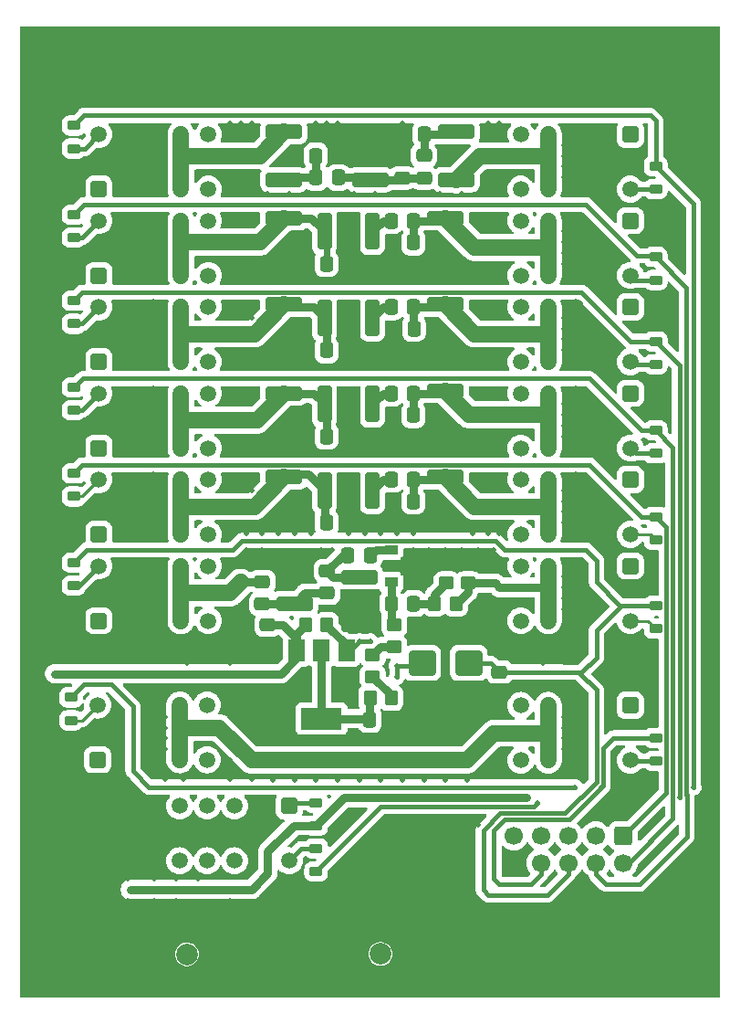
<source format=gtl>
G04 #@! TF.GenerationSoftware,KiCad,Pcbnew,7.0.1*
G04 #@! TF.CreationDate,2023-05-03T08:49:02+02:00*
G04 #@! TF.ProjectId,Dual_BPF,4475616c-5f42-4504-962e-6b696361645f,rev?*
G04 #@! TF.SameCoordinates,Original*
G04 #@! TF.FileFunction,Copper,L1,Top*
G04 #@! TF.FilePolarity,Positive*
%FSLAX46Y46*%
G04 Gerber Fmt 4.6, Leading zero omitted, Abs format (unit mm)*
G04 Created by KiCad (PCBNEW 7.0.1) date 2023-05-03 08:49:02*
%MOMM*%
%LPD*%
G01*
G04 APERTURE LIST*
G04 Aperture macros list*
%AMRoundRect*
0 Rectangle with rounded corners*
0 $1 Rounding radius*
0 $2 $3 $4 $5 $6 $7 $8 $9 X,Y pos of 4 corners*
0 Add a 4 corners polygon primitive as box body*
4,1,4,$2,$3,$4,$5,$6,$7,$8,$9,$2,$3,0*
0 Add four circle primitives for the rounded corners*
1,1,$1+$1,$2,$3*
1,1,$1+$1,$4,$5*
1,1,$1+$1,$6,$7*
1,1,$1+$1,$8,$9*
0 Add four rect primitives between the rounded corners*
20,1,$1+$1,$2,$3,$4,$5,0*
20,1,$1+$1,$4,$5,$6,$7,0*
20,1,$1+$1,$6,$7,$8,$9,0*
20,1,$1+$1,$8,$9,$2,$3,0*%
%AMFreePoly0*
4,1,9,3.862500,-0.866500,0.737500,-0.866500,0.737500,-0.450000,-0.737500,-0.450000,-0.737500,0.450000,0.737500,0.450000,0.737500,0.866500,3.862500,0.866500,3.862500,-0.866500,3.862500,-0.866500,$1*%
G04 Aperture macros list end*
G04 #@! TA.AperFunction,ComponentPad*
%ADD10RoundRect,0.250500X-0.499500X0.499500X-0.499500X-0.499500X0.499500X-0.499500X0.499500X0.499500X0*%
G04 #@! TD*
G04 #@! TA.AperFunction,ComponentPad*
%ADD11C,1.500000*%
G04 #@! TD*
G04 #@! TA.AperFunction,SMDPad,CuDef*
%ADD12RoundRect,0.250000X-0.475000X0.337500X-0.475000X-0.337500X0.475000X-0.337500X0.475000X0.337500X0*%
G04 #@! TD*
G04 #@! TA.AperFunction,SMDPad,CuDef*
%ADD13RoundRect,0.250000X-0.337500X-0.475000X0.337500X-0.475000X0.337500X0.475000X-0.337500X0.475000X0*%
G04 #@! TD*
G04 #@! TA.AperFunction,SMDPad,CuDef*
%ADD14RoundRect,0.250000X1.450000X-0.400000X1.450000X0.400000X-1.450000X0.400000X-1.450000X-0.400000X0*%
G04 #@! TD*
G04 #@! TA.AperFunction,SMDPad,CuDef*
%ADD15RoundRect,0.250000X-0.450000X0.350000X-0.450000X-0.350000X0.450000X-0.350000X0.450000X0.350000X0*%
G04 #@! TD*
G04 #@! TA.AperFunction,SMDPad,CuDef*
%ADD16RoundRect,0.250000X0.475000X-0.337500X0.475000X0.337500X-0.475000X0.337500X-0.475000X-0.337500X0*%
G04 #@! TD*
G04 #@! TA.AperFunction,SMDPad,CuDef*
%ADD17RoundRect,0.218750X-0.381250X0.218750X-0.381250X-0.218750X0.381250X-0.218750X0.381250X0.218750X0*%
G04 #@! TD*
G04 #@! TA.AperFunction,SMDPad,CuDef*
%ADD18RoundRect,0.250000X-0.400000X-1.450000X0.400000X-1.450000X0.400000X1.450000X-0.400000X1.450000X0*%
G04 #@! TD*
G04 #@! TA.AperFunction,ComponentPad*
%ADD19C,1.998980*%
G04 #@! TD*
G04 #@! TA.AperFunction,ComponentPad*
%ADD20C,2.499360*%
G04 #@! TD*
G04 #@! TA.AperFunction,ComponentPad*
%ADD21RoundRect,0.250500X0.499500X-0.499500X0.499500X0.499500X-0.499500X0.499500X-0.499500X-0.499500X0*%
G04 #@! TD*
G04 #@! TA.AperFunction,SMDPad,CuDef*
%ADD22RoundRect,0.250000X0.450000X-0.350000X0.450000X0.350000X-0.450000X0.350000X-0.450000X-0.350000X0*%
G04 #@! TD*
G04 #@! TA.AperFunction,SMDPad,CuDef*
%ADD23RoundRect,0.250000X0.337500X0.475000X-0.337500X0.475000X-0.337500X-0.475000X0.337500X-0.475000X0*%
G04 #@! TD*
G04 #@! TA.AperFunction,ComponentPad*
%ADD24C,5.500000*%
G04 #@! TD*
G04 #@! TA.AperFunction,SMDPad,CuDef*
%ADD25RoundRect,0.250000X0.350000X0.450000X-0.350000X0.450000X-0.350000X-0.450000X0.350000X-0.450000X0*%
G04 #@! TD*
G04 #@! TA.AperFunction,SMDPad,CuDef*
%ADD26RoundRect,0.250000X-1.450000X0.400000X-1.450000X-0.400000X1.450000X-0.400000X1.450000X0.400000X0*%
G04 #@! TD*
G04 #@! TA.AperFunction,SMDPad,CuDef*
%ADD27RoundRect,0.250000X-0.350000X-0.450000X0.350000X-0.450000X0.350000X0.450000X-0.350000X0.450000X0*%
G04 #@! TD*
G04 #@! TA.AperFunction,ComponentPad*
%ADD28RoundRect,0.250000X-0.600000X0.600000X-0.600000X-0.600000X0.600000X-0.600000X0.600000X0.600000X0*%
G04 #@! TD*
G04 #@! TA.AperFunction,ComponentPad*
%ADD29C,1.700000*%
G04 #@! TD*
G04 #@! TA.AperFunction,SMDPad,CuDef*
%ADD30R,1.500000X2.000000*%
G04 #@! TD*
G04 #@! TA.AperFunction,SMDPad,CuDef*
%ADD31R,3.800000X2.000000*%
G04 #@! TD*
G04 #@! TA.AperFunction,SMDPad,CuDef*
%ADD32RoundRect,0.218750X0.381250X-0.218750X0.381250X0.218750X-0.381250X0.218750X-0.381250X-0.218750X0*%
G04 #@! TD*
G04 #@! TA.AperFunction,SMDPad,CuDef*
%ADD33RoundRect,0.250000X1.000000X0.900000X-1.000000X0.900000X-1.000000X-0.900000X1.000000X-0.900000X0*%
G04 #@! TD*
G04 #@! TA.AperFunction,SMDPad,CuDef*
%ADD34R,1.300000X0.900000*%
G04 #@! TD*
G04 #@! TA.AperFunction,SMDPad,CuDef*
%ADD35FreePoly0,0.000000*%
G04 #@! TD*
G04 #@! TA.AperFunction,ViaPad*
%ADD36C,0.500000*%
G04 #@! TD*
G04 #@! TA.AperFunction,Conductor*
%ADD37C,0.800000*%
G04 #@! TD*
G04 #@! TA.AperFunction,Conductor*
%ADD38C,0.400000*%
G04 #@! TD*
G04 #@! TA.AperFunction,Conductor*
%ADD39C,0.250000*%
G04 #@! TD*
G04 #@! TA.AperFunction,Conductor*
%ADD40C,1.500000*%
G04 #@! TD*
G04 #@! TA.AperFunction,Conductor*
%ADD41C,0.600000*%
G04 #@! TD*
G04 APERTURE END LIST*
D10*
X95660000Y-78000000D03*
D11*
X90580000Y-78000000D03*
X88040000Y-78000000D03*
X85500000Y-78000000D03*
X85500000Y-83080000D03*
X88040000Y-83080000D03*
X90580000Y-83080000D03*
X95660000Y-83080000D03*
D10*
X95660000Y-90920000D03*
D11*
X90580000Y-90920000D03*
X88040000Y-90920000D03*
X85500000Y-90920000D03*
X85500000Y-96000000D03*
X88040000Y-96000000D03*
X90580000Y-96000000D03*
X95660000Y-96000000D03*
D12*
X74500000Y-39962500D03*
X74500000Y-42037500D03*
D13*
X67462500Y-50000000D03*
X69537500Y-50000000D03*
D14*
X63500000Y-74225000D03*
X63500000Y-69775000D03*
D13*
X73462500Y-64000000D03*
X75537500Y-64000000D03*
D15*
X80600000Y-77600000D03*
X80600000Y-79600000D03*
D16*
X83500000Y-87825000D03*
X83500000Y-85750000D03*
D17*
X44000000Y-37187500D03*
X44000000Y-39312500D03*
X44000000Y-77687500D03*
X44000000Y-79812500D03*
D10*
X95660000Y-62000000D03*
D11*
X90580000Y-62000000D03*
X88040000Y-62000000D03*
X85500000Y-62000000D03*
X85500000Y-67080000D03*
X88040000Y-67080000D03*
X90580000Y-67080000D03*
X95660000Y-67080000D03*
D18*
X67275000Y-55000000D03*
X71725000Y-55000000D03*
D14*
X64500000Y-81475000D03*
X64500000Y-77025000D03*
D19*
X54500000Y-114000000D03*
D20*
X51960000Y-111460000D03*
X51960000Y-116540000D03*
X57040000Y-111460000D03*
X57040000Y-116540000D03*
D21*
X46340000Y-59080000D03*
D11*
X51420000Y-59080000D03*
X53960000Y-59080000D03*
X56500000Y-59080000D03*
X56500000Y-54000000D03*
X53960000Y-54000000D03*
X51420000Y-54000000D03*
X46340000Y-54000000D03*
D22*
X73750000Y-85500000D03*
X73750000Y-83500000D03*
D10*
X64000000Y-100250000D03*
D11*
X58920000Y-100250000D03*
X56380000Y-100250000D03*
X53840000Y-100250000D03*
X53840000Y-105330000D03*
X56380000Y-105330000D03*
X58920000Y-105330000D03*
X64000000Y-105330000D03*
D10*
X95660000Y-38000000D03*
D11*
X90580000Y-38000000D03*
X88040000Y-38000000D03*
X85500000Y-38000000D03*
X85500000Y-43080000D03*
X88040000Y-43080000D03*
X90580000Y-43080000D03*
X95660000Y-43080000D03*
D13*
X67462500Y-66000000D03*
X69537500Y-66000000D03*
D23*
X75537500Y-70000000D03*
X73462500Y-70000000D03*
D24*
X99500000Y-113000000D03*
D17*
X98000000Y-93937500D03*
X98000000Y-96062500D03*
D13*
X67462500Y-58000000D03*
X69537500Y-58000000D03*
D18*
X67275000Y-47000000D03*
X71725000Y-47000000D03*
D12*
X67500000Y-78462500D03*
X67500000Y-80537500D03*
X62000000Y-83462500D03*
X62000000Y-85537500D03*
D17*
X98000000Y-57187500D03*
X98000000Y-59312500D03*
D24*
X100000000Y-31500000D03*
D14*
X63500000Y-42225000D03*
X63500000Y-37775000D03*
X63500000Y-58225000D03*
X63500000Y-53775000D03*
D21*
X46340000Y-83080000D03*
D11*
X51420000Y-83080000D03*
X53960000Y-83080000D03*
X56500000Y-83080000D03*
X56500000Y-78000000D03*
X53960000Y-78000000D03*
X51420000Y-78000000D03*
X46340000Y-78000000D03*
D25*
X79500000Y-81500000D03*
X77500000Y-81500000D03*
D23*
X75537500Y-62000000D03*
X73462500Y-62000000D03*
D18*
X67275000Y-71000000D03*
X71725000Y-71000000D03*
X67275000Y-63000000D03*
X71725000Y-63000000D03*
D23*
X71537500Y-77000000D03*
X69462500Y-77000000D03*
D17*
X98000000Y-73437500D03*
X98000000Y-75562500D03*
D26*
X78500000Y-45775000D03*
X78500000Y-50225000D03*
D14*
X63500000Y-50225000D03*
X63500000Y-45775000D03*
D24*
X42500000Y-31500000D03*
D13*
X67462500Y-74000000D03*
X69537500Y-74000000D03*
D26*
X78500000Y-53775000D03*
X78500000Y-58225000D03*
D23*
X76537500Y-38000000D03*
X74462500Y-38000000D03*
D17*
X44000000Y-53437500D03*
X44000000Y-55562500D03*
D24*
X42500000Y-113000000D03*
D14*
X79500000Y-42225000D03*
X79500000Y-37775000D03*
D27*
X65500000Y-83500000D03*
X67500000Y-83500000D03*
D14*
X63500000Y-66450000D03*
X63500000Y-62000000D03*
D28*
X95000000Y-103000000D03*
D29*
X95000000Y-105540000D03*
X92460000Y-103000000D03*
X92460000Y-105540000D03*
X89920000Y-103000000D03*
X89920000Y-105540000D03*
X87380000Y-103000000D03*
X87380000Y-105540000D03*
X84840000Y-103000000D03*
X84840000Y-105540000D03*
D19*
X72460000Y-113960000D03*
D20*
X69920000Y-111420000D03*
X69920000Y-116500000D03*
X75000000Y-111420000D03*
X75000000Y-116500000D03*
D22*
X78600000Y-79600000D03*
X78600000Y-77600000D03*
D17*
X98000000Y-65437500D03*
X98000000Y-67562500D03*
D13*
X73500000Y-56000000D03*
X75575000Y-56000000D03*
D16*
X61500000Y-81537500D03*
X61500000Y-79462500D03*
D23*
X73537500Y-92250000D03*
X71462500Y-92250000D03*
D26*
X78500000Y-69775000D03*
X78500000Y-74225000D03*
D27*
X71500000Y-90250000D03*
X73500000Y-90250000D03*
D10*
X95660000Y-70000000D03*
D11*
X90580000Y-70000000D03*
X88040000Y-70000000D03*
X85500000Y-70000000D03*
X85500000Y-75080000D03*
X88040000Y-75080000D03*
X90580000Y-75080000D03*
X95660000Y-75080000D03*
D23*
X75537500Y-81500000D03*
X73462500Y-81500000D03*
D26*
X78500000Y-61775000D03*
X78500000Y-66225000D03*
D17*
X44000000Y-45437500D03*
X44000000Y-47562500D03*
D26*
X70500000Y-79025000D03*
X70500000Y-83475000D03*
D17*
X98000000Y-40937500D03*
X98000000Y-43062500D03*
X98000000Y-49375000D03*
X98000000Y-51500000D03*
X98000000Y-81687500D03*
X98000000Y-83812500D03*
D30*
X69300000Y-85850000D03*
X67000000Y-85850000D03*
D31*
X67000000Y-92150000D03*
D30*
X64700000Y-85850000D03*
D21*
X46340000Y-67080000D03*
D11*
X51420000Y-67080000D03*
X53960000Y-67080000D03*
X56500000Y-67080000D03*
X56500000Y-62000000D03*
X53960000Y-62000000D03*
X51420000Y-62000000D03*
X46340000Y-62000000D03*
D17*
X44000000Y-69437500D03*
X44000000Y-71562500D03*
D14*
X71500000Y-42225000D03*
X71500000Y-37775000D03*
D32*
X66500000Y-106312500D03*
X66500000Y-104187500D03*
D22*
X71750000Y-88250000D03*
X71750000Y-86250000D03*
D33*
X80650000Y-87000000D03*
X76350000Y-87000000D03*
D13*
X73462500Y-48000000D03*
X75537500Y-48000000D03*
D10*
X95660000Y-54000000D03*
D11*
X90580000Y-54000000D03*
X88040000Y-54000000D03*
X85500000Y-54000000D03*
X85500000Y-59080000D03*
X88040000Y-59080000D03*
X90580000Y-59080000D03*
X95660000Y-59080000D03*
D13*
X66462500Y-40000000D03*
X68537500Y-40000000D03*
D21*
X46340000Y-43080000D03*
D11*
X51420000Y-43080000D03*
X53960000Y-43080000D03*
X56500000Y-43080000D03*
X56500000Y-38000000D03*
X53960000Y-38000000D03*
X51420000Y-38000000D03*
X46340000Y-38000000D03*
D21*
X46340000Y-51080000D03*
D11*
X51420000Y-51080000D03*
X53960000Y-51080000D03*
X56500000Y-51080000D03*
X56500000Y-46000000D03*
X53960000Y-46000000D03*
X51420000Y-46000000D03*
X46340000Y-46000000D03*
D10*
X95660000Y-46000000D03*
D11*
X90580000Y-46000000D03*
X88040000Y-46000000D03*
X85500000Y-46000000D03*
X85500000Y-51080000D03*
X88040000Y-51080000D03*
X90580000Y-51080000D03*
X95660000Y-51080000D03*
D13*
X66462500Y-42000000D03*
X68537500Y-42000000D03*
D17*
X44000000Y-61437500D03*
X44000000Y-63562500D03*
D21*
X46340000Y-75080000D03*
D11*
X51420000Y-75080000D03*
X53960000Y-75080000D03*
X56500000Y-75080000D03*
X56500000Y-70000000D03*
X53960000Y-70000000D03*
X51420000Y-70000000D03*
X46340000Y-70000000D03*
D32*
X66500000Y-102062500D03*
X66500000Y-99937500D03*
D16*
X76500000Y-42037500D03*
X76500000Y-39962500D03*
D13*
X73462500Y-72000000D03*
X75537500Y-72000000D03*
D21*
X46222500Y-95967500D03*
D11*
X51302500Y-95967500D03*
X53842500Y-95967500D03*
X56382500Y-95967500D03*
X56382500Y-90887500D03*
X53842500Y-90887500D03*
X51302500Y-90887500D03*
X46222500Y-90887500D03*
D17*
X43750000Y-90187500D03*
X43750000Y-92312500D03*
D23*
X75537500Y-46000000D03*
X73462500Y-46000000D03*
X75537500Y-54000000D03*
X73462500Y-54000000D03*
D34*
X73450000Y-76500000D03*
D35*
X73537500Y-78000000D03*
D34*
X73450000Y-79500000D03*
D36*
X76000000Y-51500000D03*
X67500000Y-94000000D03*
X43500000Y-108000000D03*
X58500000Y-63000000D03*
X66000000Y-51500000D03*
X58500000Y-37000000D03*
X61500000Y-76500000D03*
X100750000Y-33500000D03*
X59500000Y-82000000D03*
X72750000Y-33500000D03*
X54500000Y-85000000D03*
X42500000Y-107000000D03*
X83500000Y-67000000D03*
X62000000Y-59500000D03*
X83500000Y-74000000D03*
X82000000Y-51500000D03*
X69500000Y-82000000D03*
X88750000Y-33500000D03*
X60500000Y-74000000D03*
X58500000Y-43000000D03*
X58000000Y-43500000D03*
X60500000Y-42000000D03*
X77500000Y-106000000D03*
X83500000Y-47000000D03*
X40750000Y-61440000D03*
X89500000Y-73000000D03*
X40750000Y-79220000D03*
X74500000Y-109000000D03*
X102500000Y-94960000D03*
X48750000Y-33500000D03*
X58500000Y-67000000D03*
X40750000Y-71600000D03*
X49000000Y-105000000D03*
X72000000Y-59500000D03*
X83000000Y-76500000D03*
X64500000Y-97850500D03*
X71000000Y-81000000D03*
X61500000Y-94000000D03*
X89500000Y-42000000D03*
X102500000Y-92420000D03*
X80500000Y-103000000D03*
X59500000Y-58000000D03*
X76000000Y-59500000D03*
X89500000Y-63000000D03*
X58500000Y-85000000D03*
X87500000Y-85000000D03*
X83500000Y-37000000D03*
X40750000Y-48740000D03*
X75500000Y-76500000D03*
X52500000Y-65000000D03*
X63500000Y-94000000D03*
X68000000Y-76500000D03*
X40750000Y-81760000D03*
X40750000Y-86840000D03*
X102500000Y-49240000D03*
X83500000Y-51000000D03*
X52500000Y-82000000D03*
X72500000Y-75000000D03*
X85000000Y-116500000D03*
X80000000Y-59500000D03*
X58500000Y-38000000D03*
X89500000Y-41000000D03*
X58500000Y-62000000D03*
X40750000Y-51280000D03*
X58500000Y-84000000D03*
X61500000Y-75000000D03*
X52500000Y-48000000D03*
X60500000Y-58000000D03*
X89500000Y-74000000D03*
X102500000Y-44160000D03*
X74500000Y-37000000D03*
X55500000Y-107000000D03*
X49000000Y-107000000D03*
X47000000Y-109000000D03*
X60000000Y-67500000D03*
X102500000Y-77180000D03*
X74000000Y-43500000D03*
X40750000Y-66520000D03*
X40750000Y-99540000D03*
X59500000Y-55000000D03*
X77500000Y-94000000D03*
X60500000Y-78000000D03*
X52500000Y-93000000D03*
X75500000Y-104000000D03*
X59500000Y-63000000D03*
X89500000Y-71000000D03*
X78000000Y-59500000D03*
X76500000Y-107000000D03*
X58500000Y-51000000D03*
X70000000Y-59500000D03*
X52500000Y-80000000D03*
X102500000Y-89880000D03*
X83500000Y-70000000D03*
X81000000Y-116500000D03*
X67000000Y-76500000D03*
X52500000Y-66000000D03*
X89500000Y-81000000D03*
X92750000Y-33500000D03*
X59500000Y-42000000D03*
X102500000Y-54320000D03*
X62000000Y-51500000D03*
X40750000Y-104620000D03*
X83500000Y-58000000D03*
X52500000Y-42000000D03*
X40750000Y-58900000D03*
X102500000Y-100040000D03*
X71500000Y-108000000D03*
X66000000Y-43500000D03*
X83500000Y-78000000D03*
X60500000Y-50000000D03*
X76500000Y-103000000D03*
X78000000Y-43500000D03*
X52500000Y-73000000D03*
X77000000Y-76500000D03*
X44000000Y-97500000D03*
X64000000Y-51500000D03*
X52500000Y-55000000D03*
X52500000Y-79000000D03*
X41500000Y-106000000D03*
X81500000Y-76500000D03*
X52500000Y-95000000D03*
X75500000Y-108000000D03*
X68000000Y-59500000D03*
X59500000Y-66000000D03*
X60000000Y-51500000D03*
X82500000Y-75000000D03*
X102500000Y-67020000D03*
X52500000Y-97800000D03*
X101000000Y-116500000D03*
X79500000Y-94000000D03*
X60500000Y-94000000D03*
X40750000Y-74140000D03*
X68000000Y-51500000D03*
X40750000Y-36040000D03*
X40750000Y-38580000D03*
X102500000Y-46700000D03*
X46000000Y-106000000D03*
X102500000Y-102580000D03*
X80500000Y-97850500D03*
X76500000Y-97850500D03*
X40750000Y-89380000D03*
X60500000Y-55000000D03*
X78500000Y-97850500D03*
X40750000Y-41120000D03*
X84000000Y-43500000D03*
X58500000Y-50000000D03*
X40750000Y-69060000D03*
X58500000Y-54000000D03*
X74500000Y-97850500D03*
X74000000Y-59500000D03*
X70000000Y-67500000D03*
X58500000Y-82000000D03*
X87500000Y-87000000D03*
X49000000Y-116500000D03*
X102500000Y-107660000D03*
X52500000Y-72000000D03*
X40750000Y-94460000D03*
X40750000Y-53820000D03*
X58500000Y-66000000D03*
X89500000Y-94000000D03*
X70500000Y-97850500D03*
X89500000Y-93000000D03*
X80000000Y-51500000D03*
X75500000Y-75000000D03*
X52500000Y-81000000D03*
X64000000Y-67500000D03*
X102500000Y-36540000D03*
X58500000Y-86000000D03*
X64500000Y-75000000D03*
X54500000Y-87000000D03*
X59500000Y-93000000D03*
X56750000Y-33500000D03*
X84750000Y-33500000D03*
X84000000Y-59500000D03*
X68750000Y-33500000D03*
X89500000Y-50000000D03*
X66000000Y-59500000D03*
X52500000Y-71000000D03*
X51500000Y-107000000D03*
X102500000Y-79720000D03*
X69500000Y-75000000D03*
X52500000Y-50000000D03*
X58500000Y-92000000D03*
X76000000Y-67500000D03*
X52500000Y-58000000D03*
X102500000Y-59400000D03*
X82000000Y-43500000D03*
X77500000Y-102000000D03*
X77000000Y-79500000D03*
X70000000Y-43500000D03*
X58500000Y-55000000D03*
X89500000Y-47000000D03*
X93000000Y-116500000D03*
X73500000Y-94000000D03*
X58500000Y-42000000D03*
X54500000Y-86000000D03*
X83500000Y-38000000D03*
X45000000Y-116500000D03*
X69500000Y-81000000D03*
X77000000Y-116500000D03*
X72000000Y-51500000D03*
X89500000Y-95000000D03*
X59500000Y-50000000D03*
X82500000Y-92000000D03*
X40750000Y-102080000D03*
X89500000Y-65000000D03*
X89500000Y-56000000D03*
X102500000Y-51780000D03*
X40750000Y-63980000D03*
X52500000Y-56000000D03*
X60500000Y-97800000D03*
X52500000Y-41000000D03*
X60750000Y-33500000D03*
X52750000Y-33500000D03*
X68500000Y-37000000D03*
X102500000Y-69560000D03*
X84000000Y-51500000D03*
X40750000Y-56360000D03*
X79500000Y-104000000D03*
X84000000Y-67500000D03*
X59500000Y-71000000D03*
X58500000Y-46000000D03*
X60500000Y-63000000D03*
X59500000Y-46000000D03*
X59500000Y-37000000D03*
X49000000Y-102500000D03*
X63000000Y-75000000D03*
X51500000Y-109000000D03*
X86500000Y-97000000D03*
X40750000Y-43660000D03*
X52500000Y-64000000D03*
X81000000Y-75000000D03*
X74500000Y-105000000D03*
X78000000Y-67500000D03*
X58500000Y-87000000D03*
X49000000Y-109000000D03*
X80000000Y-67500000D03*
X72500000Y-107000000D03*
X58500000Y-96000000D03*
X72500000Y-97850500D03*
X62000000Y-67500000D03*
X52500000Y-47000000D03*
X60500000Y-100000000D03*
X52500000Y-57000000D03*
X58500000Y-70000000D03*
X40750000Y-46200000D03*
X102500000Y-82260000D03*
X71000000Y-75000000D03*
X102500000Y-105120000D03*
X65500000Y-94000000D03*
X58500000Y-109000000D03*
X58500000Y-59000000D03*
X83500000Y-66000000D03*
X89500000Y-82000000D03*
X61000000Y-116500000D03*
X68000000Y-43500000D03*
X58500000Y-78000000D03*
X49000000Y-100000000D03*
X52500000Y-40000000D03*
X83500000Y-54000000D03*
X89500000Y-92000000D03*
X59500000Y-74000000D03*
X58500000Y-75000000D03*
X52500000Y-49000000D03*
X83500000Y-71000000D03*
X66500000Y-97850500D03*
X58500000Y-74000000D03*
X58500000Y-97800000D03*
X83500000Y-42000000D03*
X74000000Y-75000000D03*
X102500000Y-97500000D03*
X53500000Y-109000000D03*
X60500000Y-104000000D03*
X83500000Y-43000000D03*
X89500000Y-39000000D03*
X76000000Y-43500000D03*
X80000000Y-43500000D03*
X64000000Y-59500000D03*
X83500000Y-46000000D03*
X80000000Y-76500000D03*
X83500000Y-62000000D03*
X78500000Y-105000000D03*
X102500000Y-84800000D03*
X71500000Y-94000000D03*
X67500000Y-37000000D03*
X89500000Y-79000000D03*
X40750000Y-97000000D03*
X52500000Y-92000000D03*
X60500000Y-46000000D03*
X82000000Y-67500000D03*
X81500000Y-102000000D03*
X69500000Y-94000000D03*
X72000000Y-67500000D03*
X44000000Y-100000000D03*
X44000000Y-102500000D03*
X44500000Y-104500000D03*
X83500000Y-59000000D03*
X89500000Y-49000000D03*
X75500000Y-94000000D03*
X54200000Y-97800000D03*
X74000000Y-67500000D03*
X83500000Y-50000000D03*
X83500000Y-84000000D03*
X60500000Y-71000000D03*
X52500000Y-39000000D03*
X52500000Y-63000000D03*
X83500000Y-92000000D03*
X89500000Y-57000000D03*
X102500000Y-41620000D03*
X72000000Y-43500000D03*
X40750000Y-91920000D03*
X89500000Y-48000000D03*
X83500000Y-75000000D03*
X71000000Y-82000000D03*
X68000000Y-67500000D03*
X102500000Y-74640000D03*
X89500000Y-58000000D03*
X66500000Y-37000000D03*
X75500000Y-79500000D03*
X89500000Y-64000000D03*
X82000000Y-59500000D03*
X59500000Y-78000000D03*
X66000000Y-75000000D03*
X83500000Y-82000000D03*
X83500000Y-55000000D03*
X60000000Y-75000000D03*
X62500000Y-97850500D03*
X73500000Y-106000000D03*
X58500000Y-83000000D03*
X89000000Y-116500000D03*
X49000000Y-97800000D03*
X53500000Y-107000000D03*
X89500000Y-66000000D03*
X83500000Y-96000000D03*
X60000000Y-43500000D03*
X102500000Y-61940000D03*
X80500000Y-93000000D03*
X60000000Y-76500000D03*
X52500000Y-74000000D03*
X66000000Y-67500000D03*
X82500000Y-37000000D03*
X64000000Y-43500000D03*
X102500000Y-56860000D03*
X58500000Y-58000000D03*
X40750000Y-76680000D03*
X58500000Y-71000000D03*
X40750000Y-84300000D03*
X89500000Y-40000000D03*
X78500000Y-76500000D03*
X78000000Y-51500000D03*
X60500000Y-66000000D03*
X96750000Y-33500000D03*
X97000000Y-116500000D03*
X61500000Y-78000000D03*
X60500000Y-106000000D03*
X70000000Y-51500000D03*
X68500000Y-97850500D03*
X60500000Y-37000000D03*
X80750000Y-33500000D03*
X89500000Y-80000000D03*
X45000000Y-109000000D03*
X89500000Y-72000000D03*
X52500000Y-94000000D03*
X74000000Y-51500000D03*
X102500000Y-64480000D03*
X64750000Y-33500000D03*
X76750000Y-33500000D03*
X65000000Y-116500000D03*
X102500000Y-72100000D03*
X60000000Y-59500000D03*
X102500000Y-39080000D03*
X62000000Y-43500000D03*
X89500000Y-55000000D03*
X102500000Y-87340000D03*
X60500000Y-102000000D03*
X82500000Y-97000000D03*
X49250000Y-108000000D03*
X84000000Y-99500000D03*
X42250000Y-88000000D03*
X85000000Y-99500000D03*
X51750000Y-108000000D03*
X86000000Y-99500000D03*
X50500000Y-108000000D03*
X70500000Y-85000000D03*
X71500000Y-85000000D03*
X74000000Y-87250000D03*
X74000000Y-88250000D03*
X101500000Y-98500000D03*
X100249500Y-99500000D03*
X90500000Y-98500000D03*
X93000000Y-98500000D03*
X87000000Y-100000000D03*
D37*
X63412500Y-83462500D02*
X64700000Y-84750000D01*
X84000000Y-99500000D02*
X85000000Y-99500000D01*
X64700000Y-85850000D02*
X64700000Y-86550000D01*
X64700000Y-85850000D02*
X64700000Y-84750000D01*
X62000000Y-106500000D02*
X62000000Y-104500000D01*
X64700000Y-84750000D02*
X64700000Y-84300000D01*
X64437500Y-102062500D02*
X66500000Y-102062500D01*
X69062501Y-99499999D02*
X84000000Y-99500000D01*
X60500000Y-108000000D02*
X62000000Y-106500000D01*
X51750000Y-108000000D02*
X50500000Y-108000000D01*
X66500000Y-102062500D02*
X69062501Y-99499999D01*
X85000000Y-99500000D02*
X86000000Y-99500000D01*
X51750000Y-108000000D02*
X60500000Y-108000000D01*
X64700000Y-84300000D02*
X65500000Y-83500000D01*
X63250000Y-88000000D02*
X42250000Y-88000000D01*
X50500000Y-108000000D02*
X49250000Y-108000000D01*
X62000000Y-83462500D02*
X63412500Y-83462500D01*
X64700000Y-86550000D02*
X63250000Y-88000000D01*
X62000000Y-104500000D02*
X64437500Y-102062500D01*
D38*
X44000000Y-79812500D02*
X44527500Y-79812500D01*
X44527500Y-79812500D02*
X46340000Y-78000000D01*
X45027500Y-39312500D02*
X46340000Y-38000000D01*
X44000000Y-39312500D02*
X45027500Y-39312500D01*
X44777500Y-47562500D02*
X46340000Y-46000000D01*
X44000000Y-47562500D02*
X44777500Y-47562500D01*
X44000000Y-55562500D02*
X44777500Y-55562500D01*
X44777500Y-55562500D02*
X46340000Y-54000000D01*
X44000000Y-63562500D02*
X44777500Y-63562500D01*
X44777500Y-63562500D02*
X46340000Y-62000000D01*
D39*
X44000000Y-71562500D02*
X44777500Y-71562500D01*
X44777500Y-71562500D02*
X46340000Y-70000000D01*
X43750000Y-92312500D02*
X44797500Y-92312500D01*
X44797500Y-92312500D02*
X46222500Y-90887500D01*
D37*
X65437500Y-80537500D02*
X64500000Y-81475000D01*
X64437500Y-81537500D02*
X64500000Y-81475000D01*
X67500000Y-80537500D02*
X65437500Y-80537500D01*
X61500000Y-81537500D02*
X64437500Y-81537500D01*
D40*
X58500000Y-80500000D02*
X59500000Y-79500000D01*
X53960000Y-80500000D02*
X58500000Y-80500000D01*
D37*
X59537500Y-79462500D02*
X59500000Y-79500000D01*
X61500000Y-79462500D02*
X59537500Y-79462500D01*
D40*
X53960000Y-78000000D02*
X53960000Y-80500000D01*
X53960000Y-80500000D02*
X53960000Y-83080000D01*
D37*
X68962500Y-77000000D02*
X67500000Y-78462500D01*
X70500000Y-79025000D02*
X68062500Y-79025000D01*
X69462500Y-77000000D02*
X68962500Y-77000000D01*
X68062500Y-79025000D02*
X67500000Y-78462500D01*
X66462500Y-40000000D02*
X66462500Y-42000000D01*
D41*
X63725000Y-42000000D02*
X63500000Y-42225000D01*
D37*
X66462500Y-42000000D02*
X63725000Y-42000000D01*
X67000000Y-85850000D02*
X67000000Y-92150000D01*
X67000000Y-92150000D02*
X71362500Y-92150000D01*
X71462500Y-90287500D02*
X71500000Y-90250000D01*
X71462500Y-92250000D02*
X71462500Y-90287500D01*
X71362500Y-92150000D02*
X71462500Y-92250000D01*
D41*
X67462500Y-50000000D02*
X67462500Y-47187500D01*
D40*
X53960000Y-46000000D02*
X53960000Y-48000000D01*
X53960000Y-48000000D02*
X61275000Y-48000000D01*
D37*
X66050000Y-45775000D02*
X67275000Y-47000000D01*
D40*
X61275000Y-48000000D02*
X63500000Y-45775000D01*
D41*
X67462500Y-47187500D02*
X67275000Y-47000000D01*
D40*
X53960000Y-48000000D02*
X53960000Y-51080000D01*
D37*
X63500000Y-45775000D02*
X66050000Y-45775000D01*
D40*
X53960000Y-56500000D02*
X60775000Y-56500000D01*
D37*
X66275000Y-54000000D02*
X63725000Y-54000000D01*
D40*
X60775000Y-56500000D02*
X63500000Y-53775000D01*
X53960000Y-56500000D02*
X53960000Y-59080000D01*
D37*
X67462500Y-55187500D02*
X67275000Y-55000000D01*
X63725000Y-54000000D02*
X63500000Y-53775000D01*
X67275000Y-55000000D02*
X66275000Y-54000000D01*
X67462500Y-58000000D02*
X67462500Y-55187500D01*
D40*
X53960000Y-54000000D02*
X53960000Y-56500000D01*
D37*
X67462500Y-66000000D02*
X67462500Y-63187500D01*
X67275000Y-63000000D02*
X66275000Y-62000000D01*
X66275000Y-62000000D02*
X63500000Y-62000000D01*
D40*
X61000000Y-64500000D02*
X63500000Y-62000000D01*
D37*
X67462500Y-63187500D02*
X67275000Y-63000000D01*
D40*
X53960000Y-64500000D02*
X53960000Y-67080000D01*
X53960000Y-64500000D02*
X61000000Y-64500000D01*
X53960000Y-62000000D02*
X53960000Y-64500000D01*
D37*
X67275000Y-71000000D02*
X65775000Y-69500000D01*
D40*
X53960000Y-72500000D02*
X53960000Y-75080000D01*
X60775000Y-72500000D02*
X63500000Y-69775000D01*
D37*
X67275000Y-71000000D02*
X67275000Y-73812500D01*
X63775000Y-69500000D02*
X63500000Y-69775000D01*
D40*
X53960000Y-72500000D02*
X60775000Y-72500000D01*
D37*
X67275000Y-73812500D02*
X67462500Y-74000000D01*
X65775000Y-69500000D02*
X63775000Y-69500000D01*
D40*
X53960000Y-70000000D02*
X53960000Y-72500000D01*
D41*
X74312500Y-42225000D02*
X74500000Y-42037500D01*
D37*
X74500000Y-42037500D02*
X76500000Y-42037500D01*
X68537500Y-42000000D02*
X71275000Y-42000000D01*
X71500000Y-42225000D02*
X74312500Y-42225000D01*
D41*
X71275000Y-42000000D02*
X71500000Y-42225000D01*
D37*
X72037500Y-76500000D02*
X71537500Y-77000000D01*
X73450000Y-76500000D02*
X72037500Y-76500000D01*
D40*
X81225000Y-48500000D02*
X78500000Y-45775000D01*
D37*
X75537500Y-46000000D02*
X78275000Y-46000000D01*
D40*
X88040000Y-48500000D02*
X88040000Y-51080000D01*
D37*
X75537500Y-48000000D02*
X75537500Y-46000000D01*
D40*
X88040000Y-46000000D02*
X88040000Y-48500000D01*
D41*
X78275000Y-46000000D02*
X78500000Y-45775000D01*
D40*
X88040000Y-48500000D02*
X81225000Y-48500000D01*
D37*
X73462500Y-46000000D02*
X72725000Y-46000000D01*
X72725000Y-46000000D02*
X71725000Y-47000000D01*
X75537500Y-54000000D02*
X78275000Y-54000000D01*
X75537500Y-55962500D02*
X75575000Y-56000000D01*
D40*
X81225000Y-56500000D02*
X78500000Y-53775000D01*
X88040000Y-56500000D02*
X88040000Y-59080000D01*
D37*
X75537500Y-54000000D02*
X75537500Y-55962500D01*
D40*
X88040000Y-56500000D02*
X81225000Y-56500000D01*
D37*
X78275000Y-54000000D02*
X78500000Y-53775000D01*
D40*
X88040000Y-54000000D02*
X88040000Y-56500000D01*
D37*
X72725000Y-54000000D02*
X71725000Y-55000000D01*
X73462500Y-54000000D02*
X72725000Y-54000000D01*
D40*
X88040000Y-64000000D02*
X88040000Y-67080000D01*
D37*
X78275000Y-62000000D02*
X78500000Y-61775000D01*
D40*
X88040000Y-64000000D02*
X80725000Y-64000000D01*
D37*
X75537500Y-62000000D02*
X78275000Y-62000000D01*
X75537500Y-64000000D02*
X75537500Y-62000000D01*
D40*
X80725000Y-64000000D02*
X78500000Y-61775000D01*
X88040000Y-62000000D02*
X88040000Y-64000000D01*
D37*
X73462500Y-62000000D02*
X72725000Y-62000000D01*
X72725000Y-62000000D02*
X71725000Y-63000000D01*
D40*
X88040000Y-72500000D02*
X88040000Y-75080000D01*
D37*
X75537500Y-70000000D02*
X78275000Y-70000000D01*
X75537500Y-70000000D02*
X75537500Y-72000000D01*
X78275000Y-70000000D02*
X78500000Y-69775000D01*
D40*
X88040000Y-70000000D02*
X88040000Y-72500000D01*
X81225000Y-72500000D02*
X78500000Y-69775000D01*
X88040000Y-72500000D02*
X81225000Y-72500000D01*
D37*
X73462500Y-70000000D02*
X72725000Y-70000000D01*
X72725000Y-70000000D02*
X71725000Y-71000000D01*
D41*
X79275000Y-38000000D02*
X79500000Y-37775000D01*
D37*
X76537500Y-38000000D02*
X76537500Y-39925000D01*
X76537500Y-38000000D02*
X79275000Y-38000000D01*
X76537500Y-39925000D02*
X76500000Y-39962500D01*
X78600000Y-79600000D02*
X77500000Y-80700000D01*
X77500000Y-81500000D02*
X75537500Y-81500000D01*
X77500000Y-80700000D02*
X77500000Y-81500000D01*
X73462500Y-79512500D02*
X73462500Y-81500000D01*
X73462500Y-81500000D02*
X73462500Y-83212500D01*
X73462500Y-83212500D02*
X73750000Y-83500000D01*
X73450000Y-79500000D02*
X73462500Y-79512500D01*
D38*
X65142500Y-104187500D02*
X64000000Y-105330000D01*
X66500000Y-104187500D02*
X65142500Y-104187500D01*
X95677500Y-43062500D02*
X95660000Y-43080000D01*
X98000000Y-43062500D02*
X95677500Y-43062500D01*
X98000000Y-51500000D02*
X96080000Y-51500000D01*
X96080000Y-51500000D02*
X95660000Y-51080000D01*
X98000000Y-59312500D02*
X95892500Y-59312500D01*
X95892500Y-59312500D02*
X95660000Y-59080000D01*
X98000000Y-67562500D02*
X96142500Y-67562500D01*
X96142500Y-67562500D02*
X95660000Y-67080000D01*
D39*
X97517500Y-75080000D02*
X95660000Y-75080000D01*
X98000000Y-75562500D02*
X97517500Y-75080000D01*
D38*
X98000000Y-96062500D02*
X95722500Y-96062500D01*
X95722500Y-96062500D02*
X95660000Y-96000000D01*
X64312500Y-99937500D02*
X64000000Y-100250000D01*
X66500000Y-99937500D02*
X64312500Y-99937500D01*
D39*
X98000000Y-83812500D02*
X97267500Y-83080000D01*
X97267500Y-83080000D02*
X95660000Y-83080000D01*
D37*
X69300000Y-85327082D02*
X69300000Y-85850000D01*
D38*
X71500000Y-85000000D02*
X70500000Y-85000000D01*
D37*
X69300000Y-85850000D02*
X69700000Y-85850000D01*
X67500000Y-83500000D02*
X67500000Y-83527082D01*
D38*
X69300000Y-85850000D02*
X69650000Y-85850000D01*
X74000000Y-88250000D02*
X74000000Y-87250000D01*
X69650000Y-85850000D02*
X70500000Y-85000000D01*
X76350000Y-87000000D02*
X76100000Y-87250000D01*
D37*
X67500000Y-83527082D02*
X69300000Y-85327082D01*
D38*
X76100000Y-87250000D02*
X74000000Y-87250000D01*
D40*
X53960000Y-40000000D02*
X53960000Y-43080000D01*
X53960000Y-38000000D02*
X53960000Y-40000000D01*
X53960000Y-40000000D02*
X61275000Y-40000000D01*
X61275000Y-40000000D02*
X63500000Y-37775000D01*
X83000000Y-93500000D02*
X88040000Y-93500000D01*
X53842500Y-90887500D02*
X53842500Y-93000000D01*
X53842500Y-93000000D02*
X53842500Y-95967500D01*
X80500000Y-96000000D02*
X83000000Y-93500000D01*
X53842500Y-93000000D02*
X57500000Y-93000000D01*
X88040000Y-93500000D02*
X88040000Y-96000000D01*
X57500000Y-93000000D02*
X60500000Y-96000000D01*
X60500000Y-96000000D02*
X80500000Y-96000000D01*
X88040000Y-90920000D02*
X88040000Y-93500000D01*
X81725000Y-40000000D02*
X79500000Y-42225000D01*
X88040000Y-40000000D02*
X88040000Y-38000000D01*
X88040000Y-40000000D02*
X81725000Y-40000000D01*
X88040000Y-43080000D02*
X88040000Y-40000000D01*
D37*
X83100000Y-79600000D02*
X83500000Y-80000000D01*
D40*
X88040000Y-80000000D02*
X88040000Y-83080000D01*
D37*
X79500000Y-81500000D02*
X80600000Y-80400000D01*
X80600000Y-80400000D02*
X80600000Y-79600000D01*
X83500000Y-80000000D02*
X88040000Y-80000000D01*
X80600000Y-79600000D02*
X83100000Y-79600000D01*
D40*
X88040000Y-78000000D02*
X88040000Y-80000000D01*
D37*
X73500000Y-90000000D02*
X73500000Y-90250000D01*
X71750000Y-88250000D02*
X73500000Y-90000000D01*
X72500000Y-85500000D02*
X71750000Y-86250000D01*
X73750000Y-85500000D02*
X72500000Y-85500000D01*
D38*
X90863654Y-87863654D02*
X92500000Y-89500000D01*
X83500000Y-87825000D02*
X89211346Y-87825000D01*
X82675000Y-87000000D02*
X83500000Y-87825000D01*
X95937500Y-81687500D02*
X94812500Y-81687500D01*
X82000000Y-102500000D02*
X82000000Y-108000000D01*
X92500000Y-77500000D02*
X92500000Y-79500000D01*
X92500000Y-86500000D02*
X91136346Y-87863654D01*
X89250000Y-87863654D02*
X90863654Y-87863654D01*
X89920000Y-106540000D02*
X89920000Y-105540000D01*
X58750000Y-76500000D02*
X59600000Y-75650000D01*
X91500000Y-76500000D02*
X92500000Y-77500000D01*
X94687500Y-81687500D02*
X95937500Y-81687500D01*
X84000000Y-76500000D02*
X91500000Y-76500000D01*
X94812500Y-81687500D02*
X92500000Y-84000000D01*
X92500000Y-98000000D02*
X89599501Y-100900499D01*
X44000000Y-77687500D02*
X45187500Y-76500000D01*
X83150000Y-75650000D02*
X84000000Y-76500000D01*
X92500000Y-89500000D02*
X92500000Y-98000000D01*
X59600000Y-75650000D02*
X83150000Y-75650000D01*
X91136346Y-87863654D02*
X89250000Y-87863654D01*
X82000000Y-108000000D02*
X82500000Y-108500000D01*
X83599501Y-100900499D02*
X82000000Y-102500000D01*
X45187500Y-76500000D02*
X58750000Y-76500000D01*
X92500000Y-79500000D02*
X94687500Y-81687500D01*
X82500000Y-108500000D02*
X87960000Y-108500000D01*
X92500000Y-84000000D02*
X92500000Y-86500000D01*
X80650000Y-87000000D02*
X82675000Y-87000000D01*
X87960000Y-108500000D02*
X89920000Y-106540000D01*
X89599501Y-100900499D02*
X83599501Y-100900499D01*
X95937500Y-81687500D02*
X98000000Y-81687500D01*
X89211346Y-87825000D02*
X89250000Y-87863654D01*
X98000000Y-36750000D02*
X97500000Y-36250000D01*
X98000000Y-40937500D02*
X101500000Y-44437500D01*
X101500000Y-44437500D02*
X101500000Y-98500000D01*
X44937500Y-36250000D02*
X44000000Y-37187500D01*
X98000000Y-40937500D02*
X98000000Y-36750000D01*
X97500000Y-36250000D02*
X44937500Y-36250000D01*
X44937500Y-44500000D02*
X44000000Y-45437500D01*
X100899000Y-103101000D02*
X96500000Y-107500000D01*
X100849001Y-52224001D02*
X100849001Y-99180969D01*
X98000000Y-49375000D02*
X98000000Y-49250000D01*
X98000000Y-49250000D02*
X96250000Y-49250000D01*
X91500000Y-44500000D02*
X44937500Y-44500000D01*
X100849001Y-99180969D02*
X100899000Y-99230968D01*
X92460000Y-106540000D02*
X92460000Y-105540000D01*
X98000000Y-49375000D02*
X100849001Y-52224001D01*
X96250000Y-49250000D02*
X91500000Y-44500000D01*
X93420000Y-107500000D02*
X92460000Y-106540000D01*
X96500000Y-107500000D02*
X93420000Y-107500000D01*
X100899000Y-99230968D02*
X100899000Y-103101000D01*
X100199501Y-59387001D02*
X100199501Y-99450001D01*
X100199501Y-99450001D02*
X100249500Y-99500000D01*
X44812500Y-52625000D02*
X44000000Y-53437500D01*
X91125000Y-52625000D02*
X44812500Y-52625000D01*
X95687500Y-57187500D02*
X91125000Y-52625000D01*
X98000000Y-57187500D02*
X100199501Y-59387001D01*
X98000000Y-57187500D02*
X95687500Y-57187500D01*
X98000000Y-65437500D02*
X99600000Y-67037500D01*
X44062500Y-61437500D02*
X44000000Y-61437500D01*
X99600000Y-67037500D02*
X99600000Y-101400000D01*
X95460000Y-105540000D02*
X95000000Y-105540000D01*
X96665673Y-65437500D02*
X91853173Y-60625000D01*
X98000000Y-65437500D02*
X96665673Y-65437500D01*
X99600000Y-101400000D02*
X95460000Y-105540000D01*
X91853173Y-60625000D02*
X44875000Y-60625000D01*
X44875000Y-60625000D02*
X44062500Y-61437500D01*
X96687500Y-73437500D02*
X91875000Y-68625000D01*
X44812500Y-68625000D02*
X44000000Y-69437500D01*
X91875000Y-68625000D02*
X44812500Y-68625000D01*
X98000000Y-73437500D02*
X96687500Y-73437500D01*
X98000000Y-73437500D02*
X99000000Y-74437500D01*
X99000000Y-99000000D02*
X95000000Y-103000000D01*
X99000000Y-74437500D02*
X99000000Y-99000000D01*
X87380000Y-106540000D02*
X86420000Y-107500000D01*
X90000000Y-101500000D02*
X93000000Y-98500000D01*
X47500000Y-89000000D02*
X49500000Y-91000000D01*
X49500000Y-91000000D02*
X49500000Y-97000000D01*
X96250000Y-93937500D02*
X94062500Y-93937500D01*
X86420000Y-107500000D02*
X83500000Y-107500000D01*
X84000000Y-101500000D02*
X90000000Y-101500000D01*
X44937500Y-89000000D02*
X47500000Y-89000000D01*
X98000000Y-93937500D02*
X96250000Y-93937500D01*
X83500000Y-107500000D02*
X83000000Y-107000000D01*
X49500000Y-97000000D02*
X51000000Y-98500000D01*
X43750000Y-90187500D02*
X44937500Y-89000000D01*
X93099500Y-94900500D02*
X93099500Y-98400500D01*
X87380000Y-105540000D02*
X87380000Y-106540000D01*
X51000000Y-98500000D02*
X90500000Y-98500000D01*
X94062500Y-93937500D02*
X93099500Y-94900500D01*
X83000000Y-107000000D02*
X83000000Y-102500000D01*
X83000000Y-102500000D02*
X84000000Y-101500000D01*
X93099500Y-98400500D02*
X93000000Y-98500000D01*
X86699002Y-100300998D02*
X87000000Y-100000000D01*
X66500000Y-106312500D02*
X72511502Y-100300998D01*
X72511502Y-100300998D02*
X86699002Y-100300998D01*
G04 #@! TA.AperFunction,Conductor*
G36*
X86167257Y-103646975D02*
G01*
X86211573Y-103685839D01*
X86341505Y-103871401D01*
X86508599Y-104038495D01*
X86694160Y-104168426D01*
X86733024Y-104212743D01*
X86747035Y-104270000D01*
X86733024Y-104327257D01*
X86694158Y-104371575D01*
X86519555Y-104493834D01*
X86508595Y-104501508D01*
X86341505Y-104668598D01*
X86205965Y-104862170D01*
X86106097Y-105076336D01*
X86044936Y-105304592D01*
X86024340Y-105540000D01*
X86044936Y-105775407D01*
X86086641Y-105931051D01*
X86106097Y-106003663D01*
X86205965Y-106217830D01*
X86341505Y-106411401D01*
X86341508Y-106411404D01*
X86342042Y-106411938D01*
X86342794Y-106413240D01*
X86347728Y-106420287D01*
X86347111Y-106420718D01*
X86374136Y-106467525D01*
X86374136Y-106531712D01*
X86342042Y-106587300D01*
X86166162Y-106763181D01*
X86125934Y-106790061D01*
X86078481Y-106799500D01*
X83841519Y-106799500D01*
X83794066Y-106790061D01*
X83753838Y-106763181D01*
X83736819Y-106746162D01*
X83709939Y-106705934D01*
X83700500Y-106658481D01*
X83700500Y-104069758D01*
X83714015Y-104013463D01*
X83751615Y-103969440D01*
X83805102Y-103947285D01*
X83862818Y-103951827D01*
X83912181Y-103982077D01*
X83968599Y-104038495D01*
X84162170Y-104174035D01*
X84376337Y-104273903D01*
X84604592Y-104335063D01*
X84840000Y-104355659D01*
X85075408Y-104335063D01*
X85303663Y-104273903D01*
X85517830Y-104174035D01*
X85711401Y-104038495D01*
X85878495Y-103871401D01*
X86008426Y-103685839D01*
X86052743Y-103646975D01*
X86110000Y-103632964D01*
X86167257Y-103646975D01*
G37*
G04 #@! TD.AperFunction*
G04 #@! TA.AperFunction,Conductor*
G36*
X91205934Y-77209939D02*
G01*
X91246162Y-77236819D01*
X91763181Y-77753837D01*
X91790061Y-77794065D01*
X91799500Y-77841518D01*
X91799500Y-79475079D01*
X91799274Y-79482566D01*
X91795641Y-79542607D01*
X91806483Y-79601771D01*
X91807610Y-79609172D01*
X91814860Y-79668873D01*
X91818450Y-79678339D01*
X91824475Y-79699952D01*
X91826303Y-79709929D01*
X91850991Y-79764783D01*
X91853856Y-79771701D01*
X91866473Y-79804967D01*
X91875182Y-79827930D01*
X91880941Y-79836273D01*
X91891961Y-79855813D01*
X91896120Y-79865054D01*
X91896121Y-79865055D01*
X91896122Y-79865057D01*
X91897943Y-79867381D01*
X91933216Y-79912405D01*
X91937651Y-79918432D01*
X91971817Y-79967929D01*
X92016847Y-80007822D01*
X92022283Y-80012940D01*
X93671661Y-81662318D01*
X93703755Y-81717905D01*
X93703755Y-81782093D01*
X93671661Y-81837680D01*
X92022290Y-83487051D01*
X92016838Y-83492183D01*
X91971816Y-83532070D01*
X91937649Y-83581568D01*
X91933213Y-83587597D01*
X91896121Y-83634942D01*
X91891961Y-83644186D01*
X91880941Y-83663725D01*
X91875182Y-83672069D01*
X91853853Y-83728305D01*
X91850989Y-83735219D01*
X91826303Y-83790070D01*
X91824475Y-83800047D01*
X91818454Y-83821648D01*
X91814859Y-83831128D01*
X91807609Y-83890827D01*
X91806483Y-83898226D01*
X91795641Y-83957391D01*
X91799274Y-84017434D01*
X91799500Y-84024921D01*
X91799500Y-86158481D01*
X91790061Y-86205934D01*
X91763181Y-86246162D01*
X90882507Y-87126835D01*
X90842279Y-87153715D01*
X90794826Y-87163154D01*
X89474223Y-87163154D01*
X89423331Y-87152229D01*
X89421274Y-87151303D01*
X89411295Y-87149474D01*
X89389688Y-87143451D01*
X89380219Y-87139860D01*
X89320518Y-87132610D01*
X89313117Y-87131483D01*
X89253953Y-87120641D01*
X89193912Y-87124274D01*
X89186425Y-87124500D01*
X84702088Y-87124500D01*
X84641656Y-87108777D01*
X84596549Y-87065596D01*
X84567711Y-87018842D01*
X84443657Y-86894788D01*
X84294334Y-86802686D01*
X84127797Y-86747500D01*
X84025009Y-86737000D01*
X83454019Y-86737000D01*
X83406566Y-86727561D01*
X83366338Y-86700681D01*
X83187940Y-86522283D01*
X83182822Y-86516847D01*
X83142929Y-86471817D01*
X83093432Y-86437651D01*
X83087405Y-86433216D01*
X83040054Y-86396120D01*
X83030813Y-86391961D01*
X83011273Y-86380941D01*
X83002930Y-86375182D01*
X83002927Y-86375181D01*
X83002926Y-86375180D01*
X82946701Y-86353856D01*
X82939783Y-86350991D01*
X82884929Y-86326303D01*
X82874952Y-86324475D01*
X82853339Y-86318450D01*
X82843873Y-86314860D01*
X82784172Y-86307610D01*
X82776771Y-86306483D01*
X82717607Y-86295641D01*
X82657566Y-86299274D01*
X82650079Y-86299500D01*
X82524499Y-86299500D01*
X82462499Y-86282887D01*
X82417112Y-86237500D01*
X82400499Y-86175500D01*
X82400499Y-86049991D01*
X82389999Y-85947203D01*
X82389999Y-85947202D01*
X82334814Y-85780666D01*
X82242712Y-85631344D01*
X82242711Y-85631342D01*
X82118657Y-85507288D01*
X81969334Y-85415186D01*
X81802797Y-85360000D01*
X81700009Y-85349500D01*
X79599991Y-85349500D01*
X79497203Y-85360000D01*
X79330665Y-85415186D01*
X79181342Y-85507288D01*
X79057288Y-85631342D01*
X78965186Y-85780665D01*
X78910000Y-85947202D01*
X78899500Y-86049990D01*
X78899500Y-87950008D01*
X78910000Y-88052796D01*
X78965186Y-88219334D01*
X79057288Y-88368657D01*
X79181342Y-88492711D01*
X79181344Y-88492712D01*
X79330666Y-88584814D01*
X79442016Y-88621712D01*
X79497202Y-88639999D01*
X79507702Y-88641071D01*
X79599991Y-88650500D01*
X81700008Y-88650499D01*
X81802797Y-88639999D01*
X81969334Y-88584814D01*
X82118656Y-88492712D01*
X82148931Y-88462436D01*
X82195901Y-88432991D01*
X82251008Y-88426955D01*
X82303239Y-88445537D01*
X82342151Y-88485020D01*
X82346895Y-88492711D01*
X82432288Y-88631157D01*
X82556342Y-88755211D01*
X82563106Y-88759383D01*
X82705666Y-88847314D01*
X82817016Y-88884212D01*
X82872202Y-88902499D01*
X82882702Y-88903571D01*
X82974991Y-88913000D01*
X84025008Y-88912999D01*
X84127797Y-88902499D01*
X84294334Y-88847314D01*
X84443656Y-88755212D01*
X84567712Y-88631156D01*
X84596548Y-88584404D01*
X84641656Y-88541223D01*
X84702088Y-88525500D01*
X88987123Y-88525500D01*
X89038012Y-88536423D01*
X89040068Y-88537349D01*
X89050035Y-88539175D01*
X89071651Y-88545200D01*
X89081128Y-88548794D01*
X89140840Y-88556044D01*
X89148185Y-88557161D01*
X89207394Y-88568012D01*
X89264102Y-88564581D01*
X89267434Y-88564380D01*
X89274921Y-88564154D01*
X90522135Y-88564154D01*
X90569588Y-88573593D01*
X90609816Y-88600473D01*
X91763181Y-89753838D01*
X91790061Y-89794066D01*
X91799500Y-89841519D01*
X91799500Y-97658481D01*
X91790061Y-97705934D01*
X91763181Y-97746162D01*
X91350823Y-98158518D01*
X91304096Y-98187879D01*
X91249258Y-98194057D01*
X91197170Y-98175831D01*
X91158151Y-98136812D01*
X91090477Y-98029110D01*
X90970890Y-97909523D01*
X90827690Y-97819544D01*
X90668059Y-97763687D01*
X90668058Y-97763686D01*
X90668056Y-97763686D01*
X90500000Y-97744750D01*
X90331943Y-97763686D01*
X90249478Y-97792542D01*
X90208524Y-97799500D01*
X51341519Y-97799500D01*
X51294066Y-97790061D01*
X51253838Y-97763181D01*
X50236819Y-96746162D01*
X50209939Y-96705934D01*
X50200500Y-96658481D01*
X50200500Y-95967500D01*
X52587222Y-95967500D01*
X52591528Y-96016707D01*
X52591672Y-96020013D01*
X52596861Y-96077672D01*
X52596888Y-96077979D01*
X52606703Y-96190166D01*
X52607122Y-96191687D01*
X52607123Y-96191688D01*
X52616093Y-96224188D01*
X52635638Y-96295008D01*
X52635882Y-96295904D01*
X52664268Y-96401845D01*
X52666047Y-96406676D01*
X52712094Y-96502297D01*
X52712755Y-96503692D01*
X52756209Y-96596879D01*
X52764271Y-96610644D01*
X52764668Y-96611470D01*
X52823758Y-96692800D01*
X52825015Y-96694562D01*
X52880902Y-96774378D01*
X52881773Y-96775249D01*
X52894406Y-96790038D01*
X52896978Y-96793578D01*
X52967176Y-96860695D01*
X52969165Y-96862640D01*
X53035623Y-96929098D01*
X53039463Y-96931787D01*
X53054025Y-96943730D01*
X53059675Y-96949132D01*
X53137875Y-97000751D01*
X53140633Y-97002627D01*
X53214857Y-97054600D01*
X53214860Y-97054601D01*
X53214861Y-97054602D01*
X53222231Y-97058038D01*
X53238133Y-97066931D01*
X53247532Y-97073135D01*
X53330530Y-97108610D01*
X53334153Y-97110228D01*
X53413170Y-97147075D01*
X53424350Y-97150070D01*
X53440988Y-97155823D01*
X53447299Y-97158520D01*
X53454512Y-97161603D01*
X53539157Y-97180922D01*
X53543597Y-97182023D01*
X53624523Y-97203707D01*
X53639495Y-97205016D01*
X53656256Y-97207649D01*
X53673963Y-97211691D01*
X53757312Y-97215433D01*
X53762465Y-97215774D01*
X53836351Y-97222239D01*
X53842499Y-97222777D01*
X53842499Y-97222776D01*
X53842500Y-97222777D01*
X53860891Y-97221167D01*
X53877257Y-97220821D01*
X53898830Y-97221790D01*
X53978122Y-97211048D01*
X53983898Y-97210405D01*
X54024626Y-97206843D01*
X54060472Y-97203708D01*
X54060475Y-97203707D01*
X54060477Y-97203707D01*
X54081642Y-97198035D01*
X54097068Y-97194936D01*
X54121887Y-97191575D01*
X54194705Y-97167913D01*
X54200910Y-97166077D01*
X54236315Y-97156590D01*
X54271827Y-97147076D01*
X54271827Y-97147075D01*
X54271830Y-97147075D01*
X54294801Y-97136362D01*
X54308886Y-97130814D01*
X54335964Y-97122017D01*
X54400353Y-97087366D01*
X54406678Y-97084193D01*
X54470139Y-97054602D01*
X54493716Y-97038092D01*
X54506075Y-97030475D01*
X54534181Y-97015352D01*
X54588687Y-96971883D01*
X54594825Y-96967294D01*
X54649377Y-96929098D01*
X54672166Y-96906307D01*
X54682526Y-96897049D01*
X54710166Y-96875008D01*
X54753768Y-96825100D01*
X54759423Y-96819050D01*
X54804098Y-96774377D01*
X54824549Y-96745167D01*
X54832749Y-96734700D01*
X54858265Y-96705496D01*
X54890485Y-96651568D01*
X54895359Y-96644041D01*
X54895409Y-96643970D01*
X54929602Y-96595139D01*
X54946131Y-96559689D01*
X54952049Y-96548525D01*
X54973715Y-96512264D01*
X54994583Y-96456656D01*
X54998283Y-96447847D01*
X55000118Y-96443913D01*
X55045874Y-96391739D01*
X55112499Y-96372320D01*
X55179124Y-96391739D01*
X55224881Y-96443915D01*
X55295398Y-96595139D01*
X55420902Y-96774377D01*
X55575623Y-96929098D01*
X55754861Y-97054602D01*
X55953170Y-97147075D01*
X56164523Y-97203707D01*
X56382500Y-97222777D01*
X56600477Y-97203707D01*
X56811830Y-97147075D01*
X57010139Y-97054602D01*
X57189377Y-96929098D01*
X57344098Y-96774377D01*
X57469602Y-96595139D01*
X57562075Y-96396830D01*
X57618707Y-96185477D01*
X57637777Y-95967500D01*
X57618707Y-95749523D01*
X57562075Y-95538170D01*
X57469602Y-95339862D01*
X57344098Y-95160623D01*
X57189377Y-95005902D01*
X57010139Y-94880398D01*
X56904932Y-94831339D01*
X56811831Y-94787925D01*
X56600474Y-94731292D01*
X56382500Y-94712222D01*
X56164525Y-94731292D01*
X55953168Y-94787925D01*
X55754861Y-94880398D01*
X55575622Y-95005902D01*
X55420902Y-95160622D01*
X55318575Y-95306762D01*
X55271358Y-95347089D01*
X55210510Y-95359469D01*
X55151290Y-95340797D01*
X55108547Y-95295755D01*
X55093000Y-95235639D01*
X55093000Y-94374500D01*
X55109613Y-94312500D01*
X55155000Y-94267113D01*
X55217000Y-94250500D01*
X56930664Y-94250500D01*
X56978117Y-94259939D01*
X57018345Y-94286819D01*
X59561182Y-96829656D01*
X59570448Y-96840024D01*
X59592493Y-96867667D01*
X59642395Y-96911266D01*
X59648491Y-96916965D01*
X59655471Y-96923945D01*
X59686770Y-96950076D01*
X59688860Y-96951861D01*
X59762003Y-97015765D01*
X59765757Y-97018008D01*
X59781617Y-97029261D01*
X59784977Y-97032066D01*
X59784981Y-97032068D01*
X59784982Y-97032069D01*
X59869534Y-97080044D01*
X59871833Y-97081383D01*
X59955236Y-97131215D01*
X59959326Y-97132750D01*
X59976953Y-97140997D01*
X59980753Y-97143153D01*
X59980755Y-97143154D01*
X60072479Y-97175249D01*
X60075020Y-97176170D01*
X60165976Y-97210307D01*
X60170274Y-97211086D01*
X60189090Y-97216053D01*
X60193218Y-97217498D01*
X60289195Y-97232699D01*
X60291829Y-97233146D01*
X60387453Y-97250500D01*
X60391825Y-97250500D01*
X60411219Y-97252026D01*
X60415541Y-97252711D01*
X60512666Y-97250531D01*
X60515449Y-97250500D01*
X80422814Y-97250500D01*
X80436698Y-97251280D01*
X80471826Y-97255238D01*
X80471826Y-97255237D01*
X80471827Y-97255238D01*
X80537934Y-97250780D01*
X80546274Y-97250500D01*
X80556150Y-97250500D01*
X80556155Y-97250500D01*
X80596800Y-97246841D01*
X80599504Y-97246628D01*
X80696412Y-97240096D01*
X80700652Y-97239027D01*
X80719837Y-97235768D01*
X80724188Y-97235377D01*
X80817856Y-97209525D01*
X80820466Y-97208836D01*
X80914683Y-97185096D01*
X80918658Y-97183290D01*
X80936961Y-97176655D01*
X80941167Y-97175494D01*
X80941167Y-97175493D01*
X80941170Y-97175493D01*
X81028739Y-97133321D01*
X81031165Y-97132187D01*
X81119626Y-97092007D01*
X81123209Y-97089524D01*
X81140039Y-97079723D01*
X81143973Y-97077829D01*
X81222608Y-97020696D01*
X81224781Y-97019155D01*
X81304654Y-96963820D01*
X81307740Y-96960732D01*
X81322543Y-96948089D01*
X81326078Y-96945522D01*
X81393239Y-96875275D01*
X81395096Y-96873376D01*
X83481654Y-94786819D01*
X83521883Y-94759939D01*
X83569336Y-94750500D01*
X84711013Y-94750500D01*
X84771129Y-94766047D01*
X84816171Y-94808790D01*
X84834843Y-94868011D01*
X84822463Y-94928858D01*
X84782136Y-94976075D01*
X84693122Y-95038402D01*
X84538402Y-95193122D01*
X84412898Y-95372361D01*
X84320425Y-95570668D01*
X84263792Y-95782025D01*
X84244722Y-95999999D01*
X84263792Y-96217974D01*
X84320425Y-96429331D01*
X84359096Y-96512261D01*
X84412898Y-96627639D01*
X84538402Y-96806877D01*
X84693123Y-96961598D01*
X84872361Y-97087102D01*
X85070670Y-97179575D01*
X85282023Y-97236207D01*
X85500000Y-97255277D01*
X85717977Y-97236207D01*
X85929330Y-97179575D01*
X86127639Y-97087102D01*
X86306877Y-96961598D01*
X86461598Y-96806877D01*
X86587102Y-96627639D01*
X86657169Y-96477378D01*
X86702600Y-96425411D01*
X86768779Y-96405786D01*
X86835196Y-96424586D01*
X86881272Y-96475984D01*
X86909594Y-96534797D01*
X86910255Y-96536192D01*
X86953709Y-96629379D01*
X86961771Y-96643144D01*
X86962168Y-96643970D01*
X87021258Y-96725300D01*
X87022515Y-96727062D01*
X87078402Y-96806878D01*
X87079273Y-96807749D01*
X87091906Y-96822538D01*
X87094478Y-96826078D01*
X87164676Y-96893195D01*
X87166664Y-96895139D01*
X87233123Y-96961598D01*
X87236963Y-96964287D01*
X87251525Y-96976230D01*
X87257175Y-96981632D01*
X87335375Y-97033251D01*
X87338133Y-97035127D01*
X87412357Y-97087100D01*
X87412360Y-97087101D01*
X87412361Y-97087102D01*
X87419731Y-97090538D01*
X87435633Y-97099431D01*
X87445032Y-97105635D01*
X87528030Y-97141110D01*
X87531653Y-97142728D01*
X87610670Y-97179575D01*
X87621850Y-97182570D01*
X87638488Y-97188323D01*
X87644799Y-97191020D01*
X87652012Y-97194103D01*
X87736657Y-97213422D01*
X87741097Y-97214523D01*
X87822023Y-97236207D01*
X87836995Y-97237516D01*
X87853756Y-97240149D01*
X87871463Y-97244191D01*
X87954812Y-97247933D01*
X87959965Y-97248274D01*
X88033851Y-97254739D01*
X88039999Y-97255277D01*
X88039999Y-97255276D01*
X88040000Y-97255277D01*
X88058391Y-97253667D01*
X88074757Y-97253321D01*
X88096330Y-97254290D01*
X88175622Y-97243548D01*
X88181398Y-97242905D01*
X88225718Y-97239029D01*
X88257972Y-97236208D01*
X88257975Y-97236207D01*
X88257977Y-97236207D01*
X88279142Y-97230535D01*
X88294568Y-97227436D01*
X88319387Y-97224075D01*
X88392205Y-97200413D01*
X88398410Y-97198577D01*
X88434617Y-97188876D01*
X88469327Y-97179576D01*
X88469327Y-97179575D01*
X88469330Y-97179575D01*
X88492301Y-97168862D01*
X88506386Y-97163314D01*
X88533464Y-97154517D01*
X88597853Y-97119866D01*
X88604178Y-97116693D01*
X88667639Y-97087102D01*
X88691216Y-97070592D01*
X88703575Y-97062975D01*
X88731681Y-97047852D01*
X88786187Y-97004383D01*
X88792325Y-96999794D01*
X88846877Y-96961598D01*
X88869666Y-96938807D01*
X88880026Y-96929549D01*
X88907666Y-96907508D01*
X88951268Y-96857600D01*
X88956923Y-96851550D01*
X89001598Y-96806877D01*
X89022049Y-96777667D01*
X89030249Y-96767200D01*
X89055765Y-96737996D01*
X89087985Y-96684068D01*
X89092859Y-96676541D01*
X89127102Y-96627639D01*
X89143631Y-96592189D01*
X89149549Y-96581025D01*
X89171215Y-96544764D01*
X89192083Y-96489156D01*
X89195781Y-96480353D01*
X89219575Y-96429330D01*
X89230589Y-96388222D01*
X89234265Y-96376765D01*
X89250307Y-96334024D01*
X89260296Y-96278974D01*
X89262529Y-96269024D01*
X89276207Y-96217978D01*
X89280213Y-96172185D01*
X89281734Y-96160847D01*
X89290500Y-96112546D01*
X89290500Y-96060015D01*
X89290972Y-96049207D01*
X89293208Y-96023655D01*
X89295277Y-96000000D01*
X89290971Y-95950791D01*
X89290500Y-95939985D01*
X89290500Y-93530839D01*
X89290625Y-93525275D01*
X89294290Y-93443671D01*
X89291622Y-93423974D01*
X89290500Y-93407329D01*
X89290500Y-90980015D01*
X89290972Y-90969207D01*
X89292006Y-90957394D01*
X89295277Y-90920000D01*
X89290971Y-90870791D01*
X89290827Y-90867486D01*
X89290500Y-90863852D01*
X89290500Y-90863845D01*
X89285638Y-90809827D01*
X89284828Y-90800572D01*
X89275797Y-90697334D01*
X89254033Y-90618479D01*
X89246849Y-90592448D01*
X89246607Y-90591558D01*
X89230668Y-90532071D01*
X89219575Y-90490670D01*
X89219574Y-90490668D01*
X89218224Y-90485629D01*
X89216457Y-90480832D01*
X89170428Y-90385250D01*
X89169766Y-90383854D01*
X89126292Y-90290625D01*
X89118227Y-90276853D01*
X89117829Y-90276027D01*
X89058669Y-90194600D01*
X89057538Y-90193015D01*
X89001598Y-90113123D01*
X89000727Y-90112252D01*
X88988088Y-90097453D01*
X88985524Y-90093924D01*
X88915322Y-90026804D01*
X88913333Y-90024858D01*
X88846877Y-89958402D01*
X88843037Y-89955713D01*
X88828477Y-89943771D01*
X88822826Y-89938368D01*
X88744661Y-89886772D01*
X88741849Y-89884860D01*
X88667642Y-89832899D01*
X88664263Y-89831323D01*
X88660260Y-89829457D01*
X88644364Y-89820567D01*
X88634969Y-89814365D01*
X88602291Y-89800398D01*
X88551955Y-89778883D01*
X88548336Y-89777266D01*
X88469325Y-89740422D01*
X88458141Y-89737425D01*
X88441513Y-89731677D01*
X88427988Y-89725897D01*
X88343351Y-89706578D01*
X88338854Y-89705462D01*
X88257981Y-89683793D01*
X88246886Y-89682822D01*
X88243005Y-89682482D01*
X88226231Y-89679847D01*
X88208537Y-89675809D01*
X88125221Y-89672066D01*
X88119982Y-89671719D01*
X88039997Y-89664722D01*
X88021595Y-89666331D01*
X88005242Y-89666677D01*
X87983673Y-89665709D01*
X87904422Y-89676444D01*
X87898586Y-89677094D01*
X87822022Y-89683792D01*
X87800867Y-89689461D01*
X87785422Y-89692564D01*
X87760607Y-89695925D01*
X87687827Y-89719573D01*
X87681606Y-89721416D01*
X87610668Y-89740425D01*
X87587692Y-89751138D01*
X87573614Y-89756684D01*
X87546537Y-89765482D01*
X87482161Y-89800124D01*
X87475810Y-89803310D01*
X87412360Y-89832898D01*
X87388779Y-89849409D01*
X87376423Y-89857023D01*
X87348321Y-89872146D01*
X87293830Y-89915600D01*
X87287644Y-89920225D01*
X87233120Y-89958403D01*
X87210329Y-89981194D01*
X87199971Y-89990451D01*
X87172334Y-90012492D01*
X87172333Y-90012493D01*
X87128738Y-90062389D01*
X87123042Y-90068481D01*
X87078402Y-90113121D01*
X87057945Y-90142336D01*
X87049755Y-90152792D01*
X87024235Y-90182002D01*
X86992010Y-90235937D01*
X86987140Y-90243457D01*
X86952896Y-90292364D01*
X86936371Y-90327800D01*
X86930441Y-90338986D01*
X86908785Y-90375233D01*
X86887917Y-90430834D01*
X86884208Y-90439663D01*
X86882382Y-90443579D01*
X86836625Y-90495756D01*
X86770000Y-90515176D01*
X86703374Y-90495757D01*
X86657617Y-90443581D01*
X86636518Y-90398334D01*
X86587102Y-90292362D01*
X86461598Y-90113123D01*
X86306877Y-89958402D01*
X86127639Y-89832898D01*
X86031499Y-89788067D01*
X85929331Y-89740425D01*
X85717974Y-89683792D01*
X85500000Y-89664722D01*
X85282025Y-89683792D01*
X85070668Y-89740425D01*
X84872361Y-89832898D01*
X84693122Y-89958402D01*
X84538402Y-90113122D01*
X84412898Y-90292361D01*
X84320425Y-90490668D01*
X84263792Y-90702025D01*
X84244722Y-90920000D01*
X84263792Y-91137974D01*
X84320425Y-91349331D01*
X84361516Y-91437450D01*
X84412898Y-91547639D01*
X84538402Y-91726877D01*
X84693123Y-91881598D01*
X84872361Y-92007102D01*
X84885263Y-92013118D01*
X84935659Y-92056160D01*
X84956688Y-92119010D01*
X84942344Y-92183714D01*
X84896723Y-92231789D01*
X84832858Y-92249500D01*
X83077186Y-92249500D01*
X83063302Y-92248720D01*
X83028173Y-92244761D01*
X82967050Y-92248883D01*
X82962065Y-92249219D01*
X82953726Y-92249500D01*
X82943845Y-92249500D01*
X82921955Y-92251469D01*
X82903253Y-92253153D01*
X82900481Y-92253371D01*
X82803586Y-92259904D01*
X82799344Y-92260973D01*
X82780181Y-92264229D01*
X82775817Y-92264622D01*
X82775814Y-92264622D01*
X82775812Y-92264623D01*
X82682137Y-92290475D01*
X82679495Y-92291172D01*
X82585316Y-92314903D01*
X82581328Y-92316715D01*
X82563054Y-92323340D01*
X82558832Y-92324505D01*
X82471317Y-92366649D01*
X82468800Y-92367827D01*
X82380369Y-92407995D01*
X82376774Y-92410486D01*
X82359972Y-92420270D01*
X82356028Y-92422169D01*
X82277461Y-92479250D01*
X82275195Y-92480858D01*
X82195342Y-92536182D01*
X82192242Y-92539282D01*
X82177462Y-92551906D01*
X82173920Y-92554479D01*
X82106803Y-92624677D01*
X82104859Y-92626665D01*
X80018345Y-94713181D01*
X79978117Y-94740061D01*
X79930664Y-94749500D01*
X61069336Y-94749500D01*
X61021883Y-94740061D01*
X60981655Y-94713181D01*
X58438816Y-92170342D01*
X58429550Y-92159974D01*
X58407506Y-92132332D01*
X58357603Y-92088732D01*
X58351507Y-92083033D01*
X58344527Y-92076053D01*
X58313255Y-92049945D01*
X58311140Y-92048139D01*
X58270470Y-92012607D01*
X58237996Y-91984235D01*
X58234236Y-91981988D01*
X58218370Y-91970730D01*
X58215018Y-91967931D01*
X58130548Y-91920001D01*
X58128145Y-91918601D01*
X58044765Y-91868785D01*
X58040671Y-91867249D01*
X58023046Y-91859003D01*
X58019245Y-91856847D01*
X58019244Y-91856846D01*
X58019243Y-91856846D01*
X57927568Y-91824767D01*
X57924954Y-91823819D01*
X57834028Y-91789694D01*
X57834025Y-91789693D01*
X57834024Y-91789693D01*
X57829721Y-91788911D01*
X57810917Y-91783948D01*
X57806782Y-91782501D01*
X57710847Y-91767306D01*
X57708106Y-91766840D01*
X57612550Y-91749500D01*
X57612547Y-91749500D01*
X57608170Y-91749500D01*
X57588773Y-91747973D01*
X57584460Y-91747290D01*
X57547426Y-91748121D01*
X57482109Y-91731228D01*
X57435304Y-91682638D01*
X57420867Y-91616734D01*
X57443069Y-91553031D01*
X57469602Y-91515139D01*
X57562075Y-91316830D01*
X57618707Y-91105477D01*
X57637777Y-90887500D01*
X57618707Y-90669523D01*
X57562075Y-90458170D01*
X57469602Y-90259862D01*
X57344098Y-90080623D01*
X57189377Y-89925902D01*
X57010139Y-89800398D01*
X56916394Y-89756684D01*
X56811831Y-89707925D01*
X56600474Y-89651292D01*
X56382500Y-89632222D01*
X56164525Y-89651292D01*
X55953168Y-89707925D01*
X55754861Y-89800398D01*
X55575622Y-89925902D01*
X55420902Y-90080622D01*
X55295398Y-90259861D01*
X55225330Y-90410121D01*
X55179898Y-90462089D01*
X55113720Y-90481714D01*
X55047303Y-90462914D01*
X55001229Y-90411519D01*
X54972886Y-90352664D01*
X54972266Y-90351354D01*
X54928792Y-90258125D01*
X54920727Y-90244353D01*
X54920329Y-90243527D01*
X54861169Y-90162100D01*
X54860038Y-90160515D01*
X54804098Y-90080623D01*
X54803227Y-90079752D01*
X54790588Y-90064953D01*
X54788024Y-90061424D01*
X54717822Y-89994304D01*
X54715833Y-89992358D01*
X54649377Y-89925902D01*
X54645537Y-89923213D01*
X54630977Y-89911271D01*
X54625326Y-89905868D01*
X54547161Y-89854272D01*
X54544349Y-89852360D01*
X54470142Y-89800399D01*
X54466763Y-89798823D01*
X54462760Y-89796957D01*
X54446864Y-89788067D01*
X54437469Y-89781865D01*
X54404150Y-89767624D01*
X54354455Y-89746383D01*
X54350836Y-89744766D01*
X54271825Y-89707922D01*
X54260641Y-89704925D01*
X54244013Y-89699177D01*
X54230488Y-89693397D01*
X54145851Y-89674078D01*
X54141354Y-89672962D01*
X54060481Y-89651293D01*
X54049386Y-89650322D01*
X54045505Y-89649982D01*
X54028731Y-89647347D01*
X54011037Y-89643309D01*
X53927721Y-89639566D01*
X53922482Y-89639219D01*
X53842497Y-89632222D01*
X53824095Y-89633831D01*
X53807742Y-89634177D01*
X53786173Y-89633209D01*
X53706922Y-89643944D01*
X53701086Y-89644594D01*
X53624522Y-89651292D01*
X53603367Y-89656961D01*
X53587922Y-89660064D01*
X53563107Y-89663425D01*
X53490327Y-89687073D01*
X53484106Y-89688916D01*
X53413168Y-89707925D01*
X53390192Y-89718638D01*
X53376114Y-89724184D01*
X53349037Y-89732982D01*
X53310280Y-89753838D01*
X53288640Y-89765483D01*
X53284661Y-89767624D01*
X53278310Y-89770810D01*
X53214860Y-89800398D01*
X53191279Y-89816909D01*
X53178923Y-89824523D01*
X53150821Y-89839646D01*
X53096330Y-89883100D01*
X53090144Y-89887725D01*
X53035620Y-89925903D01*
X53012829Y-89948694D01*
X53002471Y-89957951D01*
X52974834Y-89979992D01*
X52974833Y-89979993D01*
X52931238Y-90029889D01*
X52925542Y-90035981D01*
X52880902Y-90080621D01*
X52860445Y-90109836D01*
X52852255Y-90120292D01*
X52826735Y-90149502D01*
X52794510Y-90203437D01*
X52789640Y-90210957D01*
X52755396Y-90259864D01*
X52738871Y-90295300D01*
X52732941Y-90306486D01*
X52711285Y-90342733D01*
X52690417Y-90398334D01*
X52686708Y-90407162D01*
X52662925Y-90458167D01*
X52651915Y-90499255D01*
X52648236Y-90510725D01*
X52632191Y-90553479D01*
X52622199Y-90608534D01*
X52619969Y-90618479D01*
X52606293Y-90669522D01*
X52602286Y-90715315D01*
X52600766Y-90726642D01*
X52592000Y-90774954D01*
X52592000Y-90827485D01*
X52591528Y-90838293D01*
X52587222Y-90887500D01*
X52591528Y-90936707D01*
X52592000Y-90947515D01*
X52592000Y-92969161D01*
X52591875Y-92974725D01*
X52588209Y-93056328D01*
X52590878Y-93076026D01*
X52592000Y-93092671D01*
X52592000Y-95907485D01*
X52591528Y-95918293D01*
X52587222Y-95967500D01*
X50200500Y-95967500D01*
X50200500Y-91024910D01*
X50200726Y-91017423D01*
X50200793Y-91016303D01*
X50204357Y-90957394D01*
X50193509Y-90898201D01*
X50192392Y-90890856D01*
X50185140Y-90831128D01*
X50181546Y-90821652D01*
X50175520Y-90800036D01*
X50173694Y-90790068D01*
X50148997Y-90735195D01*
X50146155Y-90728334D01*
X50124818Y-90672070D01*
X50119058Y-90663726D01*
X50108039Y-90644190D01*
X50103878Y-90634943D01*
X50100928Y-90631178D01*
X50066785Y-90587596D01*
X50062354Y-90581577D01*
X50028183Y-90532071D01*
X49983153Y-90492178D01*
X49977715Y-90487058D01*
X48602838Y-89112181D01*
X48572588Y-89062818D01*
X48568046Y-89005102D01*
X48590201Y-88951615D01*
X48634224Y-88914015D01*
X48690519Y-88900500D01*
X63169374Y-88900500D01*
X63188771Y-88902026D01*
X63202612Y-88904219D01*
X63270336Y-88900670D01*
X63276826Y-88900500D01*
X63297196Y-88900500D01*
X63317448Y-88898371D01*
X63323906Y-88897862D01*
X63391646Y-88894313D01*
X63405193Y-88890682D01*
X63424309Y-88887139D01*
X63438256Y-88885674D01*
X63502786Y-88864706D01*
X63508951Y-88862880D01*
X63574488Y-88845320D01*
X63586974Y-88838956D01*
X63604953Y-88831509D01*
X63618284Y-88827179D01*
X63677051Y-88793248D01*
X63682677Y-88790193D01*
X63743149Y-88759383D01*
X63754042Y-88750560D01*
X63770074Y-88739542D01*
X63782216Y-88732533D01*
X63832639Y-88687131D01*
X63837521Y-88682961D01*
X63853380Y-88670119D01*
X63867801Y-88655696D01*
X63872472Y-88651264D01*
X63922888Y-88605871D01*
X63931129Y-88594526D01*
X63943760Y-88579737D01*
X65136680Y-87386818D01*
X65176909Y-87359938D01*
X65224362Y-87350499D01*
X65497870Y-87350499D01*
X65497872Y-87350499D01*
X65557483Y-87344091D01*
X65692331Y-87293796D01*
X65775692Y-87231391D01*
X65823640Y-87209494D01*
X65876357Y-87209494D01*
X65924308Y-87231392D01*
X66007669Y-87293796D01*
X66015478Y-87296708D01*
X66018835Y-87297961D01*
X66061071Y-87324400D01*
X66089488Y-87365330D01*
X66099500Y-87414142D01*
X66099500Y-90525501D01*
X66082887Y-90587501D01*
X66037500Y-90632888D01*
X65975500Y-90649501D01*
X65052128Y-90649501D01*
X65022322Y-90652704D01*
X64992515Y-90655909D01*
X64857669Y-90706204D01*
X64742454Y-90792454D01*
X64656204Y-90907668D01*
X64605909Y-91042516D01*
X64599500Y-91102130D01*
X64599500Y-93197869D01*
X64605909Y-93257484D01*
X64626497Y-93312682D01*
X64656204Y-93392331D01*
X64742454Y-93507546D01*
X64857669Y-93593796D01*
X64992517Y-93644091D01*
X65052127Y-93650500D01*
X68947872Y-93650499D01*
X69007483Y-93644091D01*
X69142331Y-93593796D01*
X69257546Y-93507546D01*
X69343796Y-93392331D01*
X69394091Y-93257483D01*
X69400500Y-93197873D01*
X69400500Y-93174500D01*
X69417113Y-93112500D01*
X69462500Y-93067113D01*
X69524500Y-93050500D01*
X70374782Y-93050500D01*
X70435214Y-93066223D01*
X70480321Y-93109404D01*
X70532288Y-93193657D01*
X70656342Y-93317711D01*
X70656344Y-93317712D01*
X70805666Y-93409814D01*
X70917017Y-93446712D01*
X70972202Y-93464999D01*
X70982703Y-93466071D01*
X71074991Y-93475500D01*
X71850008Y-93475499D01*
X71952797Y-93464999D01*
X72119334Y-93409814D01*
X72268656Y-93317712D01*
X72392712Y-93193656D01*
X72484814Y-93044334D01*
X72539999Y-92877797D01*
X72550500Y-92775009D01*
X72550499Y-91724992D01*
X72546172Y-91682638D01*
X72539999Y-91622203D01*
X72538187Y-91616734D01*
X72484814Y-91455666D01*
X72463105Y-91420469D01*
X72444930Y-91363785D01*
X72455268Y-91305160D01*
X72491736Y-91258108D01*
X72545930Y-91233474D01*
X72605359Y-91236936D01*
X72656326Y-91267695D01*
X72681342Y-91292711D01*
X72703445Y-91306344D01*
X72830666Y-91384814D01*
X72938278Y-91420473D01*
X72997202Y-91439999D01*
X73007702Y-91441071D01*
X73099991Y-91450500D01*
X73900008Y-91450499D01*
X74002797Y-91439999D01*
X74169334Y-91384814D01*
X74318656Y-91292712D01*
X74442712Y-91168656D01*
X74534814Y-91019334D01*
X74589999Y-90852797D01*
X74600500Y-90750009D01*
X74600499Y-89749992D01*
X74599521Y-89740422D01*
X74589999Y-89647203D01*
X74585035Y-89632222D01*
X74534814Y-89480666D01*
X74442712Y-89331344D01*
X74442711Y-89331342D01*
X74318657Y-89207288D01*
X74257068Y-89169300D01*
X74210781Y-89118258D01*
X74198887Y-89050389D01*
X74225057Y-88986649D01*
X74281209Y-88946720D01*
X74327690Y-88930456D01*
X74470890Y-88840477D01*
X74590477Y-88720890D01*
X74680456Y-88577690D01*
X74689654Y-88551403D01*
X74718831Y-88504861D01*
X74765254Y-88475489D01*
X74819809Y-88469054D01*
X74871791Y-88486820D01*
X74934502Y-88525500D01*
X75030666Y-88584814D01*
X75142016Y-88621712D01*
X75197202Y-88639999D01*
X75207702Y-88641071D01*
X75299991Y-88650500D01*
X77400008Y-88650499D01*
X77502797Y-88639999D01*
X77669334Y-88584814D01*
X77818656Y-88492712D01*
X77942712Y-88368656D01*
X78034814Y-88219334D01*
X78089999Y-88052797D01*
X78100500Y-87950009D01*
X78100499Y-86049992D01*
X78089999Y-85947203D01*
X78034814Y-85780666D01*
X77942712Y-85631344D01*
X77942711Y-85631342D01*
X77818657Y-85507288D01*
X77669334Y-85415186D01*
X77502797Y-85360000D01*
X77400009Y-85349500D01*
X75299991Y-85349500D01*
X75197205Y-85360000D01*
X75173351Y-85367904D01*
X75113500Y-85387737D01*
X75055636Y-85392588D01*
X75001906Y-85370561D01*
X74964096Y-85326487D01*
X74950499Y-85270031D01*
X74950499Y-85099991D01*
X74939999Y-84997203D01*
X74899339Y-84874500D01*
X74884814Y-84830666D01*
X74792712Y-84681344D01*
X74792711Y-84681342D01*
X74699049Y-84587680D01*
X74666955Y-84532092D01*
X74666955Y-84467905D01*
X74699048Y-84412319D01*
X74792712Y-84318656D01*
X74884814Y-84169334D01*
X74939999Y-84002797D01*
X74950500Y-83900009D01*
X74950499Y-83099992D01*
X74939999Y-82997203D01*
X74899390Y-82874656D01*
X74896441Y-82807051D01*
X74929424Y-82747963D01*
X74988518Y-82714991D01*
X75033351Y-82716956D01*
X75033692Y-82713619D01*
X75063335Y-82716647D01*
X75149991Y-82725500D01*
X75925008Y-82725499D01*
X76027797Y-82714999D01*
X76194334Y-82659814D01*
X76343656Y-82567712D01*
X76437320Y-82474047D01*
X76492906Y-82441955D01*
X76557094Y-82441955D01*
X76612679Y-82474047D01*
X76663363Y-82524731D01*
X76681345Y-82542713D01*
X76743977Y-82581344D01*
X76830666Y-82634814D01*
X76939424Y-82670853D01*
X76997202Y-82689999D01*
X77007702Y-82691071D01*
X77099991Y-82700500D01*
X77900008Y-82700499D01*
X78002797Y-82689999D01*
X78169334Y-82634814D01*
X78318656Y-82542712D01*
X78412320Y-82449047D01*
X78467906Y-82416955D01*
X78532094Y-82416955D01*
X78587679Y-82449047D01*
X78640516Y-82501884D01*
X78681345Y-82542713D01*
X78743977Y-82581344D01*
X78830666Y-82634814D01*
X78939424Y-82670853D01*
X78997202Y-82689999D01*
X79007702Y-82691071D01*
X79099991Y-82700500D01*
X79900008Y-82700499D01*
X80002797Y-82689999D01*
X80169334Y-82634814D01*
X80318656Y-82542712D01*
X80442712Y-82418656D01*
X80534814Y-82269334D01*
X80589999Y-82102797D01*
X80600500Y-82000009D01*
X80600499Y-81724359D01*
X80609938Y-81676907D01*
X80636815Y-81636682D01*
X81179737Y-81093760D01*
X81194526Y-81081129D01*
X81205871Y-81072888D01*
X81251264Y-81022472D01*
X81255696Y-81017801D01*
X81270119Y-81003380D01*
X81282961Y-80987521D01*
X81287135Y-80982635D01*
X81294019Y-80974990D01*
X81332533Y-80932216D01*
X81339542Y-80920074D01*
X81350560Y-80904042D01*
X81359383Y-80893149D01*
X81390193Y-80832677D01*
X81393248Y-80827051D01*
X81427179Y-80768284D01*
X81431509Y-80754953D01*
X81438956Y-80736974D01*
X81445320Y-80724488D01*
X81462875Y-80658970D01*
X81464715Y-80652758D01*
X81482521Y-80597956D01*
X81512773Y-80548593D01*
X81518652Y-80542714D01*
X81518656Y-80542712D01*
X81524555Y-80536812D01*
X81564780Y-80509938D01*
X81612230Y-80500500D01*
X82675639Y-80500500D01*
X82723092Y-80509939D01*
X82763320Y-80536819D01*
X82806235Y-80579734D01*
X82818873Y-80594531D01*
X82827111Y-80605871D01*
X82877516Y-80651255D01*
X82882224Y-80655723D01*
X82896620Y-80670119D01*
X82912461Y-80682947D01*
X82917355Y-80687127D01*
X82967784Y-80732533D01*
X82967786Y-80732534D01*
X82967787Y-80732535D01*
X82979916Y-80739537D01*
X82995958Y-80750562D01*
X83006850Y-80759383D01*
X83029345Y-80770844D01*
X83067292Y-80790178D01*
X83072949Y-80793249D01*
X83131716Y-80827179D01*
X83145041Y-80831508D01*
X83163027Y-80838958D01*
X83175514Y-80845321D01*
X83241015Y-80862871D01*
X83247244Y-80864716D01*
X83311742Y-80885674D01*
X83325684Y-80887139D01*
X83344818Y-80890685D01*
X83358354Y-80894312D01*
X83426089Y-80897861D01*
X83432542Y-80898370D01*
X83452804Y-80900500D01*
X83452808Y-80900500D01*
X83473180Y-80900500D01*
X83479669Y-80900669D01*
X83547388Y-80904219D01*
X83561227Y-80902027D01*
X83580626Y-80900500D01*
X86665500Y-80900500D01*
X86727500Y-80917113D01*
X86772887Y-80962500D01*
X86789500Y-81024500D01*
X86789500Y-82348139D01*
X86773953Y-82408255D01*
X86731210Y-82453297D01*
X86671990Y-82471969D01*
X86611142Y-82459589D01*
X86563925Y-82419262D01*
X86461598Y-82273123D01*
X86306877Y-82118402D01*
X86127639Y-81992898D01*
X85982051Y-81925009D01*
X85929331Y-81900425D01*
X85717974Y-81843792D01*
X85500000Y-81824722D01*
X85282025Y-81843792D01*
X85070668Y-81900425D01*
X84872361Y-81992898D01*
X84693122Y-82118402D01*
X84538402Y-82273122D01*
X84412898Y-82452361D01*
X84320425Y-82650668D01*
X84263792Y-82862025D01*
X84244722Y-83080000D01*
X84263792Y-83297974D01*
X84320425Y-83509331D01*
X84348329Y-83569170D01*
X84412898Y-83707639D01*
X84538402Y-83886877D01*
X84693123Y-84041598D01*
X84872361Y-84167102D01*
X85070670Y-84259575D01*
X85282023Y-84316207D01*
X85500000Y-84335277D01*
X85717977Y-84316207D01*
X85929330Y-84259575D01*
X86127639Y-84167102D01*
X86306877Y-84041598D01*
X86461598Y-83886877D01*
X86587102Y-83707639D01*
X86657169Y-83557378D01*
X86702600Y-83505411D01*
X86768779Y-83485786D01*
X86835196Y-83504586D01*
X86881272Y-83555984D01*
X86909594Y-83614797D01*
X86910255Y-83616192D01*
X86953709Y-83709379D01*
X86961771Y-83723144D01*
X86962168Y-83723970D01*
X87021258Y-83805300D01*
X87022515Y-83807062D01*
X87078402Y-83886878D01*
X87079273Y-83887749D01*
X87091906Y-83902538D01*
X87094478Y-83906078D01*
X87164676Y-83973195D01*
X87166664Y-83975139D01*
X87233123Y-84041598D01*
X87236963Y-84044287D01*
X87251525Y-84056230D01*
X87257175Y-84061632D01*
X87335375Y-84113251D01*
X87338133Y-84115127D01*
X87412357Y-84167100D01*
X87412360Y-84167101D01*
X87412361Y-84167102D01*
X87419731Y-84170538D01*
X87435633Y-84179431D01*
X87445032Y-84185635D01*
X87528030Y-84221110D01*
X87531653Y-84222728D01*
X87610670Y-84259575D01*
X87621850Y-84262570D01*
X87638488Y-84268323D01*
X87639270Y-84268657D01*
X87652012Y-84274103D01*
X87736657Y-84293422D01*
X87741097Y-84294523D01*
X87822023Y-84316207D01*
X87836995Y-84317516D01*
X87853756Y-84320149D01*
X87871463Y-84324191D01*
X87954812Y-84327933D01*
X87959965Y-84328274D01*
X88033851Y-84334739D01*
X88039999Y-84335277D01*
X88039999Y-84335276D01*
X88040000Y-84335277D01*
X88058391Y-84333667D01*
X88074757Y-84333321D01*
X88096330Y-84334290D01*
X88175622Y-84323548D01*
X88181398Y-84322905D01*
X88222126Y-84319343D01*
X88257972Y-84316208D01*
X88257975Y-84316207D01*
X88257977Y-84316207D01*
X88279142Y-84310535D01*
X88294568Y-84307436D01*
X88319387Y-84304075D01*
X88392205Y-84280413D01*
X88398410Y-84278577D01*
X88435438Y-84268656D01*
X88469327Y-84259576D01*
X88469327Y-84259575D01*
X88469330Y-84259575D01*
X88492301Y-84248862D01*
X88506386Y-84243314D01*
X88533464Y-84234517D01*
X88597853Y-84199866D01*
X88604178Y-84196693D01*
X88667639Y-84167102D01*
X88691216Y-84150592D01*
X88703575Y-84142975D01*
X88731681Y-84127852D01*
X88786187Y-84084383D01*
X88792325Y-84079794D01*
X88846877Y-84041598D01*
X88869666Y-84018807D01*
X88880026Y-84009549D01*
X88907666Y-83987508D01*
X88951268Y-83937600D01*
X88956923Y-83931550D01*
X89001598Y-83886877D01*
X89022049Y-83857667D01*
X89030249Y-83847200D01*
X89055765Y-83817996D01*
X89087985Y-83764068D01*
X89092859Y-83756541D01*
X89127102Y-83707639D01*
X89143631Y-83672189D01*
X89149549Y-83661025D01*
X89171215Y-83624764D01*
X89192083Y-83569156D01*
X89195781Y-83560353D01*
X89219575Y-83509330D01*
X89230589Y-83468222D01*
X89234265Y-83456765D01*
X89250307Y-83414024D01*
X89260296Y-83358974D01*
X89262529Y-83349024D01*
X89276207Y-83297978D01*
X89280213Y-83252185D01*
X89281734Y-83240847D01*
X89290500Y-83192546D01*
X89290500Y-83140015D01*
X89290972Y-83129207D01*
X89295277Y-83080000D01*
X89290972Y-83030793D01*
X89290500Y-83019985D01*
X89290500Y-78060015D01*
X89290972Y-78049207D01*
X89295277Y-78000000D01*
X89290972Y-77950793D01*
X89290827Y-77947486D01*
X89290500Y-77943852D01*
X89290500Y-77943845D01*
X89285638Y-77889827D01*
X89285611Y-77889517D01*
X89275797Y-77777334D01*
X89246851Y-77672455D01*
X89246607Y-77671558D01*
X89234882Y-77627797D01*
X89219575Y-77570670D01*
X89219574Y-77570667D01*
X89218224Y-77565629D01*
X89216457Y-77560832D01*
X89170428Y-77465250D01*
X89169766Y-77463854D01*
X89129221Y-77376905D01*
X89117868Y-77316390D01*
X89137022Y-77257875D01*
X89181960Y-77215786D01*
X89241603Y-77200500D01*
X91158481Y-77200500D01*
X91205934Y-77209939D01*
G37*
G04 #@! TD.AperFunction*
G04 #@! TA.AperFunction,Conductor*
G36*
X72324950Y-80153920D02*
G01*
X72343159Y-80179824D01*
X72345520Y-80178058D01*
X72356203Y-80192329D01*
X72356204Y-80192331D01*
X72421700Y-80279822D01*
X72442454Y-80307546D01*
X72512311Y-80359841D01*
X72548884Y-80403604D01*
X72562000Y-80459108D01*
X72562000Y-80475269D01*
X72552561Y-80522722D01*
X72538793Y-80543326D01*
X72539897Y-80544007D01*
X72440186Y-80705665D01*
X72385000Y-80872202D01*
X72374500Y-80974990D01*
X72374500Y-82025008D01*
X72385000Y-82127796D01*
X72440186Y-82294334D01*
X72539897Y-82455993D01*
X72538793Y-82456673D01*
X72552561Y-82477278D01*
X72562000Y-82524731D01*
X72562000Y-82971317D01*
X72561358Y-82983919D01*
X72549500Y-83099990D01*
X72549500Y-83900008D01*
X72560000Y-84002796D01*
X72615186Y-84169334D01*
X72707286Y-84318654D01*
X72707287Y-84318655D01*
X72707288Y-84318656D01*
X72776452Y-84387820D01*
X72806701Y-84437181D01*
X72811243Y-84494897D01*
X72789088Y-84548385D01*
X72745065Y-84585985D01*
X72688770Y-84599500D01*
X72580626Y-84599500D01*
X72561228Y-84597973D01*
X72547388Y-84595781D01*
X72479670Y-84599330D01*
X72473180Y-84599500D01*
X72452803Y-84599500D01*
X72432546Y-84601628D01*
X72426083Y-84602137D01*
X72358351Y-84605687D01*
X72344809Y-84609316D01*
X72325685Y-84612860D01*
X72311744Y-84614325D01*
X72264358Y-84629722D01*
X72210315Y-84634790D01*
X72159285Y-84616288D01*
X72121048Y-84577764D01*
X72090477Y-84529110D01*
X71970890Y-84409523D01*
X71827690Y-84319544D01*
X71668059Y-84263687D01*
X71668058Y-84263686D01*
X71668056Y-84263686D01*
X71500000Y-84244750D01*
X71331943Y-84263686D01*
X71249478Y-84292542D01*
X71208524Y-84299500D01*
X70791476Y-84299500D01*
X70750522Y-84292542D01*
X70713021Y-84279420D01*
X70668059Y-84263687D01*
X70668058Y-84263686D01*
X70668056Y-84263686D01*
X70500000Y-84244750D01*
X70331945Y-84263686D01*
X70331942Y-84263686D01*
X70331941Y-84263687D01*
X70243791Y-84294532D01*
X70172304Y-84319546D01*
X70154880Y-84330495D01*
X70088911Y-84349500D01*
X69647279Y-84349500D01*
X69599826Y-84340061D01*
X69559598Y-84313181D01*
X68636818Y-83390401D01*
X68609938Y-83350173D01*
X68600499Y-83302720D01*
X68600499Y-82999991D01*
X68589999Y-82897203D01*
X68576554Y-82856629D01*
X68534814Y-82730666D01*
X68471473Y-82627974D01*
X68442711Y-82581342D01*
X68318657Y-82457288D01*
X68169334Y-82365186D01*
X68002797Y-82310000D01*
X67900009Y-82299500D01*
X67099991Y-82299500D01*
X66997203Y-82310000D01*
X66830665Y-82365186D01*
X66789748Y-82390424D01*
X66726815Y-82408866D01*
X66663277Y-82392631D01*
X66616906Y-82346259D01*
X66600671Y-82282721D01*
X66619112Y-82219790D01*
X66634814Y-82194334D01*
X66689999Y-82027797D01*
X66700500Y-81925009D01*
X66700499Y-81729821D01*
X66714096Y-81673366D01*
X66751907Y-81629292D01*
X66805638Y-81607265D01*
X66863505Y-81612117D01*
X66872202Y-81614999D01*
X66882702Y-81616071D01*
X66974991Y-81625500D01*
X68025008Y-81625499D01*
X68127797Y-81614999D01*
X68294334Y-81559814D01*
X68443656Y-81467712D01*
X68567712Y-81343656D01*
X68659814Y-81194334D01*
X68714999Y-81027797D01*
X68725500Y-80925009D01*
X68725499Y-80279821D01*
X68739096Y-80223366D01*
X68776907Y-80179292D01*
X68830638Y-80157265D01*
X68888505Y-80162117D01*
X68897202Y-80164999D01*
X68907702Y-80166071D01*
X68999991Y-80175500D01*
X72000008Y-80175499D01*
X72102797Y-80164999D01*
X72205830Y-80130856D01*
X72268403Y-80126824D01*
X72324950Y-80153920D01*
G37*
G04 #@! TD.AperFunction*
G04 #@! TA.AperFunction,Conductor*
G36*
X91580934Y-69334939D02*
G01*
X91621162Y-69361819D01*
X95883821Y-73624478D01*
X95914722Y-73675905D01*
X95917862Y-73735819D01*
X95892506Y-73790194D01*
X95844591Y-73826301D01*
X95785333Y-73835687D01*
X95660000Y-73824722D01*
X95442025Y-73843792D01*
X95230668Y-73900425D01*
X95032361Y-73992898D01*
X94853122Y-74118402D01*
X94698402Y-74273122D01*
X94572898Y-74452361D01*
X94480425Y-74650668D01*
X94423792Y-74862025D01*
X94404722Y-75079999D01*
X94423792Y-75297974D01*
X94480425Y-75509331D01*
X94508329Y-75569171D01*
X94572898Y-75707639D01*
X94698402Y-75886877D01*
X94853123Y-76041598D01*
X95032361Y-76167102D01*
X95230670Y-76259575D01*
X95442023Y-76316207D01*
X95660000Y-76335277D01*
X95877977Y-76316207D01*
X96089330Y-76259575D01*
X96287639Y-76167102D01*
X96466877Y-76041598D01*
X96621598Y-75886877D01*
X96678187Y-75806058D01*
X96723142Y-75766865D01*
X96781201Y-75753193D01*
X96838926Y-75768212D01*
X96882961Y-75808444D01*
X96903117Y-75864582D01*
X96909563Y-75927685D01*
X96962450Y-76087285D01*
X97050720Y-76230393D01*
X97169606Y-76349279D01*
X97169608Y-76349280D01*
X97169609Y-76349281D01*
X97312713Y-76437549D01*
X97392513Y-76463992D01*
X97472314Y-76490436D01*
X97570826Y-76500500D01*
X98175500Y-76500500D01*
X98237500Y-76517113D01*
X98282887Y-76562500D01*
X98299500Y-76624500D01*
X98299500Y-80625500D01*
X98282887Y-80687500D01*
X98237500Y-80732887D01*
X98175500Y-80749500D01*
X97570826Y-80749500D01*
X97472314Y-80759563D01*
X97312714Y-80812450D01*
X97169609Y-80900718D01*
X97153215Y-80917113D01*
X97119644Y-80950683D01*
X97079419Y-80977561D01*
X97031966Y-80987000D01*
X95979872Y-80987000D01*
X95029019Y-80987000D01*
X94981566Y-80977561D01*
X94941338Y-80950681D01*
X93236819Y-79246162D01*
X93209939Y-79205934D01*
X93200500Y-79158481D01*
X93200500Y-78549546D01*
X94409500Y-78549546D01*
X94410108Y-78555494D01*
X94420007Y-78652399D01*
X94475228Y-78819045D01*
X94567394Y-78968470D01*
X94691529Y-79092605D01*
X94691531Y-79092606D01*
X94691532Y-79092607D01*
X94840953Y-79184771D01*
X94916616Y-79209843D01*
X95007600Y-79239992D01*
X95059027Y-79245246D01*
X95110454Y-79250500D01*
X96209545Y-79250500D01*
X96209546Y-79250500D01*
X96312399Y-79239992D01*
X96479047Y-79184771D01*
X96628468Y-79092607D01*
X96752607Y-78968468D01*
X96844771Y-78819047D01*
X96899992Y-78652399D01*
X96910500Y-78549546D01*
X96910500Y-77450454D01*
X96899992Y-77347601D01*
X96894533Y-77331128D01*
X96854376Y-77209939D01*
X96844771Y-77180953D01*
X96752607Y-77031532D01*
X96752606Y-77031531D01*
X96752605Y-77031529D01*
X96628470Y-76907394D01*
X96479045Y-76815228D01*
X96312399Y-76760007D01*
X96219079Y-76750473D01*
X96209546Y-76749500D01*
X95110454Y-76749500D01*
X95101729Y-76750391D01*
X95007600Y-76760007D01*
X94840954Y-76815228D01*
X94691529Y-76907394D01*
X94567394Y-77031529D01*
X94475228Y-77180954D01*
X94420007Y-77347600D01*
X94412715Y-77418986D01*
X94409500Y-77450454D01*
X94409500Y-78549546D01*
X93200500Y-78549546D01*
X93200500Y-77524921D01*
X93200726Y-77517434D01*
X93201680Y-77501655D01*
X93204358Y-77457394D01*
X93193507Y-77398185D01*
X93192390Y-77390841D01*
X93185140Y-77331128D01*
X93181547Y-77321656D01*
X93175522Y-77300044D01*
X93173695Y-77290069D01*
X93149009Y-77235220D01*
X93146152Y-77228326D01*
X93124818Y-77172070D01*
X93119053Y-77163719D01*
X93108036Y-77144183D01*
X93103878Y-77134944D01*
X93066788Y-77087603D01*
X93062352Y-77081574D01*
X93052146Y-77066788D01*
X93028183Y-77032071D01*
X92983145Y-76992171D01*
X92977707Y-76987051D01*
X92012940Y-76022283D01*
X92007821Y-76016846D01*
X91967929Y-75971817D01*
X91918432Y-75937651D01*
X91912405Y-75933216D01*
X91865054Y-75896120D01*
X91855813Y-75891961D01*
X91836273Y-75880941D01*
X91827930Y-75875182D01*
X91827927Y-75875181D01*
X91827926Y-75875180D01*
X91771701Y-75853856D01*
X91764783Y-75850991D01*
X91709929Y-75826303D01*
X91699952Y-75824475D01*
X91678339Y-75818450D01*
X91668873Y-75814860D01*
X91609172Y-75807610D01*
X91601771Y-75806483D01*
X91542607Y-75795641D01*
X91482566Y-75799274D01*
X91475079Y-75799500D01*
X89284619Y-75799500D01*
X89227089Y-75785347D01*
X89182692Y-75746117D01*
X89161563Y-75690768D01*
X89168525Y-75631933D01*
X89192078Y-75569171D01*
X89195781Y-75560353D01*
X89219575Y-75509330D01*
X89230589Y-75468222D01*
X89234265Y-75456765D01*
X89250307Y-75414024D01*
X89260296Y-75358974D01*
X89262529Y-75349024D01*
X89276207Y-75297978D01*
X89280213Y-75252185D01*
X89281734Y-75240847D01*
X89290500Y-75192546D01*
X89290500Y-75140015D01*
X89290972Y-75129207D01*
X89294996Y-75083216D01*
X89295277Y-75080000D01*
X89290971Y-75030791D01*
X89290500Y-75019985D01*
X89290500Y-72530839D01*
X89290625Y-72525275D01*
X89294290Y-72443671D01*
X89291622Y-72423974D01*
X89290500Y-72407329D01*
X89290500Y-70060015D01*
X89290972Y-70049207D01*
X89295277Y-69999999D01*
X89290972Y-69950793D01*
X89290827Y-69947486D01*
X89290500Y-69943852D01*
X89290500Y-69943845D01*
X89285638Y-69889827D01*
X89285611Y-69889517D01*
X89275797Y-69777334D01*
X89246851Y-69672455D01*
X89246607Y-69671558D01*
X89245111Y-69665976D01*
X89219575Y-69570670D01*
X89219574Y-69570667D01*
X89218224Y-69565629D01*
X89216459Y-69560837D01*
X89215493Y-69558832D01*
X89215493Y-69558830D01*
X89188751Y-69503300D01*
X89176667Y-69442547D01*
X89195478Y-69383528D01*
X89240491Y-69340972D01*
X89300472Y-69325500D01*
X91533481Y-69325500D01*
X91580934Y-69334939D01*
G37*
G04 #@! TD.AperFunction*
G04 #@! TA.AperFunction,Conductor*
G36*
X82855934Y-76359939D02*
G01*
X82896162Y-76386819D01*
X83487051Y-76977707D01*
X83492171Y-76983145D01*
X83532071Y-77028183D01*
X83574520Y-77057483D01*
X83581574Y-77062352D01*
X83587603Y-77066788D01*
X83634944Y-77103878D01*
X83644183Y-77108036D01*
X83663719Y-77119053D01*
X83672070Y-77124818D01*
X83728326Y-77146152D01*
X83735220Y-77149009D01*
X83790069Y-77173695D01*
X83800044Y-77175522D01*
X83821656Y-77181547D01*
X83831128Y-77185140D01*
X83890841Y-77192390D01*
X83898185Y-77193507D01*
X83957394Y-77204358D01*
X84014102Y-77200927D01*
X84017434Y-77200726D01*
X84024921Y-77200500D01*
X84298398Y-77200500D01*
X84358041Y-77215786D01*
X84402979Y-77257875D01*
X84422133Y-77316390D01*
X84410780Y-77376903D01*
X84396373Y-77407800D01*
X84320425Y-77570668D01*
X84263792Y-77782025D01*
X84244722Y-78000000D01*
X84263792Y-78217974D01*
X84320425Y-78429331D01*
X84368435Y-78532288D01*
X84412898Y-78627639D01*
X84538402Y-78806877D01*
X84538405Y-78806880D01*
X84619344Y-78887819D01*
X84649594Y-78937182D01*
X84654136Y-78994898D01*
X84631981Y-79048385D01*
X84587958Y-79085985D01*
X84531663Y-79099500D01*
X83924361Y-79099500D01*
X83876908Y-79090061D01*
X83836680Y-79063181D01*
X83793764Y-79020265D01*
X83781125Y-79005467D01*
X83778699Y-79002128D01*
X83772888Y-78994129D01*
X83752198Y-78975500D01*
X83722482Y-78948743D01*
X83717773Y-78944274D01*
X83703382Y-78929883D01*
X83687556Y-78917066D01*
X83682626Y-78912855D01*
X83632215Y-78867466D01*
X83620076Y-78860458D01*
X83604043Y-78849439D01*
X83593149Y-78840617D01*
X83593147Y-78840616D01*
X83593146Y-78840615D01*
X83532713Y-78809823D01*
X83527008Y-78806725D01*
X83468283Y-78772820D01*
X83454953Y-78768489D01*
X83436974Y-78761042D01*
X83424487Y-78754679D01*
X83358976Y-78737125D01*
X83352754Y-78735282D01*
X83288254Y-78714325D01*
X83274315Y-78712860D01*
X83255187Y-78709315D01*
X83241645Y-78705686D01*
X83173909Y-78702136D01*
X83167445Y-78701627D01*
X83147198Y-78699500D01*
X83147192Y-78699500D01*
X83126826Y-78699500D01*
X83120337Y-78699330D01*
X83115375Y-78699069D01*
X83052612Y-78695781D01*
X83052611Y-78695781D01*
X83045076Y-78696974D01*
X83038771Y-78697973D01*
X83019374Y-78699500D01*
X81612231Y-78699500D01*
X81564778Y-78690061D01*
X81524550Y-78663181D01*
X81518657Y-78657288D01*
X81369334Y-78565186D01*
X81202797Y-78510000D01*
X81100009Y-78499500D01*
X80099991Y-78499500D01*
X79997203Y-78510000D01*
X79830665Y-78565186D01*
X79669007Y-78664897D01*
X79667567Y-78662562D01*
X79632094Y-78683044D01*
X79567906Y-78683044D01*
X79532432Y-78662562D01*
X79530993Y-78664897D01*
X79369334Y-78565186D01*
X79202797Y-78510000D01*
X79100009Y-78499500D01*
X78099991Y-78499500D01*
X77997203Y-78510000D01*
X77830665Y-78565186D01*
X77681342Y-78657288D01*
X77557288Y-78781342D01*
X77465186Y-78930665D01*
X77410000Y-79097202D01*
X77399500Y-79199991D01*
X77399500Y-79475638D01*
X77390061Y-79523091D01*
X77363181Y-79563319D01*
X76920264Y-80006235D01*
X76905472Y-80018869D01*
X76894130Y-80027110D01*
X76848751Y-80077508D01*
X76844288Y-80082212D01*
X76829874Y-80096626D01*
X76817058Y-80112451D01*
X76812852Y-80117376D01*
X76767466Y-80167784D01*
X76760458Y-80179922D01*
X76749442Y-80195950D01*
X76740619Y-80206845D01*
X76709818Y-80267295D01*
X76706722Y-80272996D01*
X76672822Y-80331713D01*
X76672821Y-80331715D01*
X76672821Y-80331716D01*
X76669764Y-80341126D01*
X76668488Y-80345052D01*
X76661044Y-80363022D01*
X76654679Y-80375513D01*
X76637127Y-80441015D01*
X76635282Y-80447242D01*
X76629959Y-80463622D01*
X76596198Y-80516358D01*
X76540975Y-80545874D01*
X76478370Y-80544643D01*
X76424349Y-80512980D01*
X76343657Y-80432288D01*
X76194334Y-80340186D01*
X76027797Y-80285000D01*
X75925009Y-80274500D01*
X75149991Y-80274500D01*
X75047203Y-80285000D01*
X74880665Y-80340186D01*
X74731342Y-80432288D01*
X74607286Y-80556344D01*
X74605537Y-80559181D01*
X74560431Y-80602360D01*
X74500000Y-80618082D01*
X74439569Y-80602360D01*
X74394463Y-80559181D01*
X74385105Y-80544010D01*
X74386208Y-80543329D01*
X74372439Y-80522722D01*
X74363000Y-80475269D01*
X74363000Y-80440393D01*
X74376116Y-80384889D01*
X74412689Y-80341126D01*
X74434898Y-80324500D01*
X74457546Y-80307546D01*
X74543796Y-80192331D01*
X74594091Y-80057483D01*
X74600500Y-79997873D01*
X74600499Y-79002128D01*
X74594091Y-78942517D01*
X74543796Y-78807669D01*
X74457546Y-78692454D01*
X74342331Y-78606204D01*
X74207483Y-78555909D01*
X74147873Y-78549500D01*
X74147869Y-78549500D01*
X72805154Y-78549500D01*
X72754939Y-78538877D01*
X72713327Y-78508829D01*
X72687448Y-78464504D01*
X72668722Y-78407993D01*
X72634814Y-78305666D01*
X72542712Y-78156344D01*
X72542711Y-78156342D01*
X72484514Y-78098145D01*
X72455267Y-78051743D01*
X72448900Y-77997264D01*
X72466656Y-77945368D01*
X72469976Y-77939985D01*
X72559814Y-77794334D01*
X72614999Y-77627797D01*
X72621735Y-77561855D01*
X72644715Y-77501655D01*
X72694803Y-77461114D01*
X72745480Y-77453209D01*
X72745480Y-77450500D01*
X72752126Y-77450499D01*
X72752127Y-77450500D01*
X74147872Y-77450499D01*
X74207483Y-77444091D01*
X74342331Y-77393796D01*
X74457546Y-77307546D01*
X74543796Y-77192331D01*
X74594091Y-77057483D01*
X74600500Y-76997873D01*
X74600499Y-76474499D01*
X74617112Y-76412500D01*
X74662499Y-76367113D01*
X74724499Y-76350500D01*
X82808481Y-76350500D01*
X82855934Y-76359939D01*
G37*
G04 #@! TD.AperFunction*
G04 #@! TA.AperFunction,Conductor*
G36*
X68095433Y-76364015D02*
G01*
X68139456Y-76401615D01*
X68161611Y-76455102D01*
X68157069Y-76512818D01*
X68126819Y-76562181D01*
X67350818Y-77338181D01*
X67310590Y-77365061D01*
X67263137Y-77374500D01*
X66974991Y-77374500D01*
X66872203Y-77385000D01*
X66705665Y-77440186D01*
X66556342Y-77532288D01*
X66432288Y-77656342D01*
X66340186Y-77805665D01*
X66285000Y-77972202D01*
X66274500Y-78074990D01*
X66274500Y-78850008D01*
X66285000Y-78952796D01*
X66340186Y-79119334D01*
X66432288Y-79268657D01*
X66556342Y-79392711D01*
X66559176Y-79394459D01*
X66602357Y-79439563D01*
X66618082Y-79499993D01*
X66602363Y-79560424D01*
X66559186Y-79605533D01*
X66544015Y-79614892D01*
X66543334Y-79613788D01*
X66522722Y-79627561D01*
X66475269Y-79637000D01*
X65518126Y-79637000D01*
X65498728Y-79635473D01*
X65484888Y-79633281D01*
X65417170Y-79636830D01*
X65410680Y-79637000D01*
X65390303Y-79637000D01*
X65370046Y-79639128D01*
X65363583Y-79639637D01*
X65295851Y-79643187D01*
X65282309Y-79646816D01*
X65263185Y-79650360D01*
X65249244Y-79651825D01*
X65184745Y-79672782D01*
X65178523Y-79674626D01*
X65113010Y-79692180D01*
X65100521Y-79698544D01*
X65082552Y-79705987D01*
X65069217Y-79710320D01*
X65010496Y-79744222D01*
X65004795Y-79747318D01*
X64944345Y-79778119D01*
X64933450Y-79786942D01*
X64917422Y-79797958D01*
X64905284Y-79804966D01*
X64854876Y-79850352D01*
X64849951Y-79854558D01*
X64834126Y-79867374D01*
X64819712Y-79881788D01*
X64815008Y-79886251D01*
X64764610Y-79931630D01*
X64756369Y-79942972D01*
X64743735Y-79957764D01*
X64413318Y-80288181D01*
X64373090Y-80315061D01*
X64325637Y-80324500D01*
X62999991Y-80324500D01*
X62897201Y-80335000D01*
X62755025Y-80382113D01*
X62695200Y-80386646D01*
X62640250Y-80362563D01*
X62603038Y-80315500D01*
X62592276Y-80256477D01*
X62610483Y-80199312D01*
X62659814Y-80119334D01*
X62714999Y-79952797D01*
X62725500Y-79850009D01*
X62725499Y-79074992D01*
X62724292Y-79063181D01*
X62714999Y-78972203D01*
X62711485Y-78961598D01*
X62659814Y-78805666D01*
X62567712Y-78656344D01*
X62567711Y-78656342D01*
X62443657Y-78532288D01*
X62294334Y-78440186D01*
X62127797Y-78385000D01*
X62025009Y-78374500D01*
X60974991Y-78374500D01*
X60872203Y-78385000D01*
X60705665Y-78440186D01*
X60544007Y-78539897D01*
X60543326Y-78538793D01*
X60522722Y-78552561D01*
X60475269Y-78562000D01*
X60374143Y-78562000D01*
X60334504Y-78555494D01*
X60299026Y-78536659D01*
X60204261Y-78464504D01*
X60167995Y-78436891D01*
X60008041Y-78355391D01*
X59967435Y-78334701D01*
X59751851Y-78269964D01*
X59751848Y-78269963D01*
X59528174Y-78244761D01*
X59303587Y-78259903D01*
X59085317Y-78314904D01*
X58880376Y-78407992D01*
X58695343Y-78536181D01*
X58018345Y-79213181D01*
X57978117Y-79240061D01*
X57930664Y-79249500D01*
X57288988Y-79249500D01*
X57228872Y-79233953D01*
X57183830Y-79191210D01*
X57165158Y-79131990D01*
X57177537Y-79071142D01*
X57217862Y-79023926D01*
X57306877Y-78961598D01*
X57461598Y-78806877D01*
X57587102Y-78627639D01*
X57679575Y-78429330D01*
X57736207Y-78217977D01*
X57755277Y-78000000D01*
X57736207Y-77782023D01*
X57679575Y-77570670D01*
X57589219Y-77376903D01*
X57577867Y-77316390D01*
X57597021Y-77257875D01*
X57641959Y-77215786D01*
X57701602Y-77200500D01*
X58725079Y-77200500D01*
X58732566Y-77200726D01*
X58735706Y-77200915D01*
X58792606Y-77204358D01*
X58851782Y-77193513D01*
X58859181Y-77192387D01*
X58918872Y-77185140D01*
X58928335Y-77181550D01*
X58949958Y-77175522D01*
X58959932Y-77173695D01*
X59014808Y-77148996D01*
X59021673Y-77146152D01*
X59077930Y-77124818D01*
X59086270Y-77119060D01*
X59105819Y-77108035D01*
X59115057Y-77103878D01*
X59162413Y-77066775D01*
X59168426Y-77062352D01*
X59217929Y-77028183D01*
X59257823Y-76983150D01*
X59262924Y-76977731D01*
X59853837Y-76386819D01*
X59894065Y-76359939D01*
X59941518Y-76350500D01*
X68039138Y-76350500D01*
X68095433Y-76364015D01*
G37*
G04 #@! TD.AperFunction*
G04 #@! TA.AperFunction,Conductor*
G36*
X65681615Y-70680114D02*
G01*
X66088181Y-71086680D01*
X66115061Y-71126908D01*
X66124500Y-71174361D01*
X66124500Y-72500008D01*
X66135000Y-72602796D01*
X66190186Y-72769334D01*
X66282286Y-72918654D01*
X66282287Y-72918655D01*
X66282288Y-72918656D01*
X66338183Y-72974551D01*
X66365061Y-73014777D01*
X66374500Y-73062230D01*
X66374500Y-73731869D01*
X66372974Y-73751264D01*
X66370780Y-73765112D01*
X66374330Y-73832842D01*
X66374500Y-73839331D01*
X66374500Y-74525008D01*
X66385000Y-74627796D01*
X66437589Y-74786496D01*
X66442440Y-74844363D01*
X66420413Y-74898093D01*
X66376339Y-74935903D01*
X66319883Y-74949500D01*
X59624921Y-74949500D01*
X59617434Y-74949274D01*
X59557391Y-74945641D01*
X59498227Y-74956483D01*
X59490828Y-74957610D01*
X59431124Y-74964860D01*
X59421651Y-74968453D01*
X59400047Y-74974476D01*
X59390069Y-74976305D01*
X59335225Y-75000987D01*
X59328310Y-75003851D01*
X59272070Y-75025181D01*
X59263723Y-75030943D01*
X59244187Y-75041961D01*
X59234946Y-75046120D01*
X59187609Y-75083206D01*
X59181579Y-75087643D01*
X59132070Y-75121817D01*
X59092177Y-75166846D01*
X59087044Y-75172298D01*
X58496162Y-75763181D01*
X58455934Y-75790061D01*
X58408481Y-75799500D01*
X57738907Y-75799500D01*
X57679264Y-75784214D01*
X57634326Y-75742125D01*
X57615172Y-75683610D01*
X57626524Y-75623096D01*
X57679575Y-75509330D01*
X57736207Y-75297977D01*
X57755277Y-75080000D01*
X57736207Y-74862023D01*
X57679575Y-74650670D01*
X57587102Y-74452362D01*
X57461598Y-74273123D01*
X57306877Y-74118402D01*
X57127639Y-73992898D01*
X57114736Y-73986881D01*
X57064341Y-73943840D01*
X57043312Y-73880990D01*
X57057656Y-73816286D01*
X57103277Y-73768211D01*
X57167142Y-73750500D01*
X60697814Y-73750500D01*
X60711698Y-73751280D01*
X60746826Y-73755238D01*
X60746826Y-73755237D01*
X60746827Y-73755238D01*
X60812934Y-73750780D01*
X60821274Y-73750500D01*
X60831150Y-73750500D01*
X60831155Y-73750500D01*
X60871800Y-73746841D01*
X60874504Y-73746628D01*
X60971412Y-73740096D01*
X60975652Y-73739027D01*
X60994837Y-73735768D01*
X60999188Y-73735377D01*
X61092856Y-73709525D01*
X61095466Y-73708836D01*
X61189683Y-73685096D01*
X61193658Y-73683290D01*
X61211961Y-73676655D01*
X61216167Y-73675494D01*
X61216167Y-73675493D01*
X61216170Y-73675493D01*
X61303739Y-73633321D01*
X61306165Y-73632187D01*
X61394626Y-73592007D01*
X61398209Y-73589524D01*
X61415039Y-73579723D01*
X61418973Y-73577829D01*
X61497608Y-73520696D01*
X61499781Y-73519155D01*
X61579654Y-73463820D01*
X61582740Y-73460732D01*
X61597543Y-73448089D01*
X61601078Y-73445522D01*
X61668239Y-73375275D01*
X61670096Y-73373376D01*
X64081654Y-70961818D01*
X64121883Y-70934938D01*
X64169336Y-70925499D01*
X65000009Y-70925499D01*
X65071118Y-70918235D01*
X65102797Y-70914999D01*
X65269334Y-70859814D01*
X65418656Y-70767712D01*
X65506254Y-70680113D01*
X65561840Y-70648020D01*
X65626027Y-70648020D01*
X65681615Y-70680114D01*
G37*
G04 #@! TD.AperFunction*
G04 #@! TA.AperFunction,Conductor*
G36*
X70520621Y-69344278D02*
G01*
X70566358Y-69394926D01*
X70578371Y-69462103D01*
X70574500Y-69499992D01*
X70574500Y-72500008D01*
X70585000Y-72602796D01*
X70640186Y-72769334D01*
X70732288Y-72918657D01*
X70856342Y-73042711D01*
X70856344Y-73042712D01*
X71005666Y-73134814D01*
X71117016Y-73171712D01*
X71172202Y-73189999D01*
X71182702Y-73191071D01*
X71274991Y-73200500D01*
X72175008Y-73200499D01*
X72277797Y-73189999D01*
X72444334Y-73134814D01*
X72593656Y-73042712D01*
X72717712Y-72918656D01*
X72809814Y-72769334D01*
X72864999Y-72602797D01*
X72875500Y-72500009D01*
X72875499Y-71342432D01*
X72894277Y-71276825D01*
X72944925Y-71231088D01*
X73012101Y-71219075D01*
X73074991Y-71225500D01*
X73850008Y-71225499D01*
X73952797Y-71214999D01*
X74119334Y-71159814D01*
X74268656Y-71067712D01*
X74383913Y-70952454D01*
X74434879Y-70921697D01*
X74494307Y-70918235D01*
X74548501Y-70942869D01*
X74584970Y-70989920D01*
X74595308Y-71048545D01*
X74577132Y-71105233D01*
X74515186Y-71205665D01*
X74460000Y-71372202D01*
X74449500Y-71474990D01*
X74449500Y-72525008D01*
X74460000Y-72627796D01*
X74515186Y-72794334D01*
X74607288Y-72943657D01*
X74731342Y-73067711D01*
X74731344Y-73067712D01*
X74880666Y-73159814D01*
X74971758Y-73189999D01*
X75047202Y-73214999D01*
X75057702Y-73216071D01*
X75149991Y-73225500D01*
X75925008Y-73225499D01*
X76027797Y-73214999D01*
X76194334Y-73159814D01*
X76343656Y-73067712D01*
X76467712Y-72943656D01*
X76559814Y-72794334D01*
X76614999Y-72627797D01*
X76625500Y-72525009D01*
X76625499Y-71474992D01*
X76614999Y-71372203D01*
X76559814Y-71205666D01*
X76488222Y-71089596D01*
X76469790Y-71027204D01*
X76485484Y-70964068D01*
X76530982Y-70917566D01*
X76593761Y-70900500D01*
X76833438Y-70900500D01*
X76872441Y-70906793D01*
X76897203Y-70914999D01*
X76999991Y-70925500D01*
X77830663Y-70925499D01*
X77878116Y-70934938D01*
X77918344Y-70961818D01*
X80286182Y-73329656D01*
X80295448Y-73340024D01*
X80317493Y-73367667D01*
X80367395Y-73411266D01*
X80373491Y-73416965D01*
X80380471Y-73423945D01*
X80411799Y-73450100D01*
X80413819Y-73451824D01*
X80487004Y-73515765D01*
X80490760Y-73518009D01*
X80506624Y-73529266D01*
X80509978Y-73532066D01*
X80509979Y-73532067D01*
X80509981Y-73532068D01*
X80590626Y-73577827D01*
X80594450Y-73579997D01*
X80596854Y-73581397D01*
X80680236Y-73631215D01*
X80680239Y-73631216D01*
X80684323Y-73632749D01*
X80701953Y-73640996D01*
X80705752Y-73643152D01*
X80705755Y-73643153D01*
X80797479Y-73675248D01*
X80800003Y-73676164D01*
X80890976Y-73710307D01*
X80895274Y-73711086D01*
X80914090Y-73716053D01*
X80918218Y-73717498D01*
X81014247Y-73732707D01*
X81016828Y-73733145D01*
X81112453Y-73750500D01*
X81116830Y-73750500D01*
X81136226Y-73752026D01*
X81140540Y-73752710D01*
X81237641Y-73750530D01*
X81240422Y-73750500D01*
X84832859Y-73750500D01*
X84896724Y-73768211D01*
X84942345Y-73816286D01*
X84956689Y-73880990D01*
X84935660Y-73943840D01*
X84885264Y-73986881D01*
X84881880Y-73988459D01*
X84872360Y-73992898D01*
X84693122Y-74118402D01*
X84538402Y-74273122D01*
X84412898Y-74452361D01*
X84320425Y-74650668D01*
X84263792Y-74862025D01*
X84244722Y-75079999D01*
X84263792Y-75297974D01*
X84263793Y-75297977D01*
X84307853Y-75462412D01*
X84317939Y-75500051D01*
X84317939Y-75564238D01*
X84285845Y-75619826D01*
X84230258Y-75651920D01*
X84166071Y-75651920D01*
X84110483Y-75619826D01*
X83662940Y-75172283D01*
X83657821Y-75166846D01*
X83617929Y-75121817D01*
X83568432Y-75087651D01*
X83562405Y-75083216D01*
X83515054Y-75046120D01*
X83505813Y-75041961D01*
X83486273Y-75030941D01*
X83477930Y-75025182D01*
X83477927Y-75025181D01*
X83477926Y-75025180D01*
X83421701Y-75003856D01*
X83414783Y-75000991D01*
X83359929Y-74976303D01*
X83349952Y-74974475D01*
X83328339Y-74968450D01*
X83318873Y-74964860D01*
X83259172Y-74957610D01*
X83251771Y-74956483D01*
X83192607Y-74945641D01*
X83132566Y-74949274D01*
X83125079Y-74949500D01*
X68605117Y-74949500D01*
X68548661Y-74935903D01*
X68504587Y-74898093D01*
X68482560Y-74844363D01*
X68487411Y-74786496D01*
X68539999Y-74627797D01*
X68542447Y-74603836D01*
X68550500Y-74525009D01*
X68550499Y-73474992D01*
X68545284Y-73423945D01*
X68539999Y-73372203D01*
X68491386Y-73225500D01*
X68484814Y-73205666D01*
X68399724Y-73067712D01*
X68392713Y-73056345D01*
X68379079Y-73042711D01*
X68332198Y-72995830D01*
X68302954Y-72949430D01*
X68296586Y-72894951D01*
X68314340Y-72843059D01*
X68359814Y-72769334D01*
X68414999Y-72602797D01*
X68425500Y-72500009D01*
X68425499Y-69499992D01*
X68424793Y-69493079D01*
X68421629Y-69462100D01*
X68433643Y-69394924D01*
X68479380Y-69344278D01*
X68544987Y-69325500D01*
X70455013Y-69325500D01*
X70520621Y-69344278D01*
G37*
G04 #@! TD.AperFunction*
G04 #@! TA.AperFunction,Conductor*
G36*
X91559107Y-61334939D02*
G01*
X91599335Y-61361819D01*
X95859901Y-65622385D01*
X95890802Y-65673812D01*
X95893942Y-65733726D01*
X95868587Y-65788101D01*
X95820671Y-65824208D01*
X95761414Y-65833594D01*
X95660000Y-65824722D01*
X95442025Y-65843792D01*
X95230668Y-65900425D01*
X95032361Y-65992898D01*
X94853122Y-66118402D01*
X94698402Y-66273122D01*
X94572898Y-66452361D01*
X94480425Y-66650668D01*
X94423792Y-66862025D01*
X94404722Y-67080000D01*
X94423792Y-67297974D01*
X94480425Y-67509331D01*
X94508329Y-67569170D01*
X94572898Y-67707639D01*
X94698402Y-67886877D01*
X94853123Y-68041598D01*
X95032361Y-68167102D01*
X95230670Y-68259575D01*
X95442023Y-68316207D01*
X95660000Y-68335277D01*
X95877977Y-68316207D01*
X96050504Y-68269977D01*
X96084914Y-68268591D01*
X96084865Y-68267767D01*
X96099893Y-68266857D01*
X96099894Y-68266858D01*
X96140960Y-68264373D01*
X96159934Y-68263226D01*
X96167421Y-68263000D01*
X97031966Y-68263000D01*
X97079419Y-68272439D01*
X97119644Y-68299316D01*
X97169609Y-68349281D01*
X97312713Y-68437549D01*
X97390065Y-68463181D01*
X97472314Y-68490436D01*
X97570826Y-68500500D01*
X98429174Y-68500500D01*
X98527685Y-68490436D01*
X98528817Y-68490061D01*
X98687287Y-68437549D01*
X98694772Y-68432931D01*
X98710404Y-68423291D01*
X98772796Y-68404859D01*
X98835932Y-68420553D01*
X98882434Y-68466051D01*
X98899500Y-68528830D01*
X98899500Y-72471170D01*
X98882434Y-72533949D01*
X98835932Y-72579447D01*
X98772796Y-72595141D01*
X98710404Y-72576709D01*
X98687288Y-72562451D01*
X98527685Y-72509563D01*
X98429174Y-72499500D01*
X97570826Y-72499500D01*
X97472314Y-72509563D01*
X97312714Y-72562450D01*
X97169609Y-72650718D01*
X97144628Y-72675699D01*
X97119644Y-72700683D01*
X97079419Y-72727561D01*
X97031966Y-72737000D01*
X97029019Y-72737000D01*
X96981566Y-72727561D01*
X96941338Y-72700681D01*
X95702838Y-71462181D01*
X95672588Y-71412818D01*
X95668046Y-71355102D01*
X95690201Y-71301615D01*
X95734224Y-71264015D01*
X95790519Y-71250500D01*
X96209545Y-71250500D01*
X96209546Y-71250500D01*
X96312399Y-71239992D01*
X96479047Y-71184771D01*
X96628468Y-71092607D01*
X96752607Y-70968468D01*
X96844771Y-70819047D01*
X96899992Y-70652399D01*
X96910500Y-70549546D01*
X96910500Y-69450454D01*
X96904068Y-69387500D01*
X96899992Y-69347600D01*
X96844771Y-69180954D01*
X96844771Y-69180953D01*
X96752607Y-69031532D01*
X96752606Y-69031531D01*
X96752605Y-69031529D01*
X96628470Y-68907394D01*
X96479045Y-68815228D01*
X96312399Y-68760007D01*
X96219079Y-68750473D01*
X96209546Y-68749500D01*
X95110454Y-68749500D01*
X95101729Y-68750391D01*
X95007600Y-68760007D01*
X94840954Y-68815228D01*
X94691529Y-68907394D01*
X94567394Y-69031529D01*
X94475228Y-69180954D01*
X94420007Y-69347600D01*
X94411156Y-69434242D01*
X94409598Y-69449500D01*
X94409500Y-69450455D01*
X94409500Y-69869481D01*
X94395985Y-69925776D01*
X94358385Y-69969799D01*
X94304898Y-69991954D01*
X94247182Y-69987412D01*
X94197819Y-69957162D01*
X92387940Y-68147283D01*
X92382821Y-68141846D01*
X92342929Y-68096817D01*
X92293432Y-68062651D01*
X92287405Y-68058216D01*
X92240054Y-68021120D01*
X92230813Y-68016961D01*
X92211273Y-68005941D01*
X92202930Y-68000182D01*
X92202927Y-68000181D01*
X92202926Y-68000180D01*
X92146701Y-67978856D01*
X92139783Y-67975991D01*
X92084929Y-67951303D01*
X92074952Y-67949475D01*
X92053339Y-67943450D01*
X92043873Y-67939860D01*
X91984172Y-67932610D01*
X91976771Y-67931483D01*
X91917607Y-67920641D01*
X91857566Y-67924274D01*
X91850079Y-67924500D01*
X89213456Y-67924500D01*
X89149128Y-67906509D01*
X89103467Y-67857757D01*
X89089721Y-67792390D01*
X89111881Y-67729377D01*
X89117351Y-67721563D01*
X89127102Y-67707639D01*
X89143631Y-67672189D01*
X89149549Y-67661025D01*
X89171215Y-67624764D01*
X89192083Y-67569156D01*
X89195781Y-67560353D01*
X89219575Y-67509330D01*
X89230589Y-67468222D01*
X89234265Y-67456765D01*
X89250307Y-67414024D01*
X89260296Y-67358974D01*
X89262529Y-67349024D01*
X89276207Y-67297978D01*
X89280213Y-67252185D01*
X89281734Y-67240847D01*
X89284520Y-67225500D01*
X89290500Y-67192547D01*
X89290500Y-67140015D01*
X89290972Y-67129207D01*
X89295277Y-67080000D01*
X89290972Y-67030793D01*
X89290500Y-67019985D01*
X89290500Y-64030839D01*
X89290625Y-64025275D01*
X89294290Y-63943671D01*
X89291622Y-63923974D01*
X89290500Y-63907329D01*
X89290500Y-62060015D01*
X89290972Y-62049207D01*
X89295277Y-62000000D01*
X89290972Y-61950793D01*
X89290827Y-61947486D01*
X89290500Y-61943852D01*
X89290500Y-61943845D01*
X89285638Y-61889827D01*
X89285611Y-61889517D01*
X89275797Y-61777334D01*
X89246851Y-61672455D01*
X89246607Y-61671558D01*
X89245111Y-61665976D01*
X89219575Y-61570670D01*
X89219574Y-61570667D01*
X89218224Y-61565629D01*
X89216459Y-61560837D01*
X89215493Y-61558832D01*
X89215493Y-61558830D01*
X89188751Y-61503300D01*
X89176667Y-61442547D01*
X89195478Y-61383528D01*
X89240491Y-61340972D01*
X89300472Y-61325500D01*
X91511654Y-61325500D01*
X91559107Y-61334939D01*
G37*
G04 #@! TD.AperFunction*
G04 #@! TA.AperFunction,Conductor*
G36*
X84299752Y-69340786D02*
G01*
X84344690Y-69382875D01*
X84363844Y-69441391D01*
X84352491Y-69501904D01*
X84348325Y-69510839D01*
X84320425Y-69570668D01*
X84263792Y-69782025D01*
X84244722Y-70000000D01*
X84263792Y-70217974D01*
X84305598Y-70373997D01*
X84320425Y-70429330D01*
X84412898Y-70627639D01*
X84538402Y-70806877D01*
X84693123Y-70961598D01*
X84782137Y-71023926D01*
X84822463Y-71071142D01*
X84834842Y-71131990D01*
X84816170Y-71191210D01*
X84771128Y-71233953D01*
X84711012Y-71249500D01*
X81794336Y-71249500D01*
X81746883Y-71240061D01*
X81706655Y-71213181D01*
X80736818Y-70243344D01*
X80709938Y-70203116D01*
X80700499Y-70155663D01*
X80700499Y-69449500D01*
X80717112Y-69387500D01*
X80762499Y-69342113D01*
X80824499Y-69325500D01*
X84240109Y-69325500D01*
X84299752Y-69340786D01*
G37*
G04 #@! TD.AperFunction*
G04 #@! TA.AperFunction,Conductor*
G36*
X61237500Y-69342113D02*
G01*
X61282887Y-69387500D01*
X61299500Y-69449500D01*
X61299500Y-70155663D01*
X61290061Y-70203116D01*
X61263181Y-70243344D01*
X60293345Y-71213181D01*
X60253117Y-71240061D01*
X60205664Y-71249500D01*
X57288988Y-71249500D01*
X57228872Y-71233953D01*
X57183830Y-71191210D01*
X57165158Y-71131990D01*
X57177537Y-71071142D01*
X57217862Y-71023926D01*
X57306877Y-70961598D01*
X57461598Y-70806877D01*
X57587102Y-70627639D01*
X57679575Y-70429330D01*
X57736207Y-70217977D01*
X57755277Y-70000000D01*
X57736207Y-69782023D01*
X57679575Y-69570670D01*
X57647508Y-69501904D01*
X57636156Y-69441391D01*
X57655310Y-69382875D01*
X57700248Y-69340786D01*
X57759891Y-69325500D01*
X61175500Y-69325500D01*
X61237500Y-69342113D01*
G37*
G04 #@! TD.AperFunction*
G04 #@! TA.AperFunction,Conductor*
G36*
X70520621Y-61344278D02*
G01*
X70566358Y-61394926D01*
X70578371Y-61462103D01*
X70574500Y-61499992D01*
X70574500Y-64500008D01*
X70585000Y-64602796D01*
X70640186Y-64769334D01*
X70732288Y-64918657D01*
X70856342Y-65042711D01*
X70878445Y-65056344D01*
X71005666Y-65134814D01*
X71114343Y-65170826D01*
X71172202Y-65189999D01*
X71182702Y-65191071D01*
X71274991Y-65200500D01*
X72175008Y-65200499D01*
X72277797Y-65189999D01*
X72444334Y-65134814D01*
X72593656Y-65042712D01*
X72717712Y-64918656D01*
X72809814Y-64769334D01*
X72864999Y-64602797D01*
X72875500Y-64500009D01*
X72875499Y-63342432D01*
X72894277Y-63276825D01*
X72944925Y-63231088D01*
X73012101Y-63219075D01*
X73074991Y-63225500D01*
X73850008Y-63225499D01*
X73952797Y-63214999D01*
X74119334Y-63159814D01*
X74268656Y-63067712D01*
X74383913Y-62952454D01*
X74434879Y-62921697D01*
X74494307Y-62918235D01*
X74548501Y-62942869D01*
X74584970Y-62989920D01*
X74595308Y-63048545D01*
X74577132Y-63105233D01*
X74515186Y-63205665D01*
X74460000Y-63372202D01*
X74449500Y-63474990D01*
X74449500Y-64525008D01*
X74460000Y-64627796D01*
X74515186Y-64794334D01*
X74607288Y-64943657D01*
X74731342Y-65067711D01*
X74751261Y-65079997D01*
X74880666Y-65159814D01*
X74977522Y-65191909D01*
X75047202Y-65214999D01*
X75057540Y-65216055D01*
X75149991Y-65225500D01*
X75925008Y-65225499D01*
X76027797Y-65214999D01*
X76194334Y-65159814D01*
X76343656Y-65067712D01*
X76467712Y-64943656D01*
X76559814Y-64794334D01*
X76614999Y-64627797D01*
X76625500Y-64525009D01*
X76625499Y-63474992D01*
X76614999Y-63372203D01*
X76559814Y-63205666D01*
X76488222Y-63089596D01*
X76469790Y-63027204D01*
X76485484Y-62964068D01*
X76530982Y-62917566D01*
X76593761Y-62900500D01*
X76833438Y-62900500D01*
X76872441Y-62906793D01*
X76897203Y-62914999D01*
X76999991Y-62925500D01*
X77830663Y-62925499D01*
X77878116Y-62934938D01*
X77918344Y-62961818D01*
X79786182Y-64829656D01*
X79795448Y-64840024D01*
X79817493Y-64867667D01*
X79867394Y-64911265D01*
X79873494Y-64916968D01*
X79880467Y-64923942D01*
X79911740Y-64950051D01*
X79913853Y-64951856D01*
X79969993Y-65000903D01*
X79987004Y-65015765D01*
X79990760Y-65018009D01*
X80006624Y-65029266D01*
X80009978Y-65032066D01*
X80009979Y-65032067D01*
X80009981Y-65032068D01*
X80072799Y-65067712D01*
X80094450Y-65079997D01*
X80096854Y-65081397D01*
X80180236Y-65131215D01*
X80180239Y-65131216D01*
X80184323Y-65132749D01*
X80201953Y-65140996D01*
X80205753Y-65143152D01*
X80205755Y-65143153D01*
X80297468Y-65175245D01*
X80299998Y-65176162D01*
X80390976Y-65210307D01*
X80394972Y-65211032D01*
X80395269Y-65211086D01*
X80414088Y-65216053D01*
X80418217Y-65217498D01*
X80514251Y-65232707D01*
X80516847Y-65233149D01*
X80580369Y-65244677D01*
X80612452Y-65250500D01*
X80612453Y-65250500D01*
X80616830Y-65250500D01*
X80636226Y-65252026D01*
X80640540Y-65252710D01*
X80735299Y-65250583D01*
X80737622Y-65250531D01*
X80740404Y-65250500D01*
X86665500Y-65250500D01*
X86727500Y-65267113D01*
X86772887Y-65312500D01*
X86789500Y-65374500D01*
X86789500Y-66348139D01*
X86773953Y-66408255D01*
X86731210Y-66453297D01*
X86671990Y-66471969D01*
X86611142Y-66459589D01*
X86563925Y-66419262D01*
X86559414Y-66412819D01*
X86461598Y-66273123D01*
X86306877Y-66118402D01*
X86127639Y-65992898D01*
X86015548Y-65940629D01*
X85929331Y-65900425D01*
X85717974Y-65843792D01*
X85500000Y-65824722D01*
X85282025Y-65843792D01*
X85070668Y-65900425D01*
X84872361Y-65992898D01*
X84693122Y-66118402D01*
X84538402Y-66273122D01*
X84412898Y-66452361D01*
X84320425Y-66650668D01*
X84263792Y-66862025D01*
X84244722Y-67080000D01*
X84263792Y-67297974D01*
X84320425Y-67509331D01*
X84412898Y-67707640D01*
X84428119Y-67729377D01*
X84450279Y-67792390D01*
X84436533Y-67857757D01*
X84390872Y-67906509D01*
X84326544Y-67924500D01*
X57673456Y-67924500D01*
X57609128Y-67906509D01*
X57563467Y-67857757D01*
X57549721Y-67792390D01*
X57571881Y-67729377D01*
X57582596Y-67714074D01*
X57587102Y-67707639D01*
X57679575Y-67509330D01*
X57736207Y-67297977D01*
X57755277Y-67080000D01*
X57736207Y-66862023D01*
X57679575Y-66650670D01*
X57587102Y-66452362D01*
X57461598Y-66273123D01*
X57306877Y-66118402D01*
X57127639Y-65992898D01*
X57114736Y-65986881D01*
X57064341Y-65943840D01*
X57043312Y-65880990D01*
X57057656Y-65816286D01*
X57103277Y-65768211D01*
X57167142Y-65750500D01*
X60922814Y-65750500D01*
X60936698Y-65751280D01*
X60971826Y-65755238D01*
X60971826Y-65755237D01*
X60971827Y-65755238D01*
X61037934Y-65750780D01*
X61046274Y-65750500D01*
X61056150Y-65750500D01*
X61056155Y-65750500D01*
X61096800Y-65746841D01*
X61099504Y-65746628D01*
X61196412Y-65740096D01*
X61200652Y-65739027D01*
X61219837Y-65735768D01*
X61224188Y-65735377D01*
X61317856Y-65709525D01*
X61320466Y-65708836D01*
X61414683Y-65685096D01*
X61418658Y-65683290D01*
X61436961Y-65676655D01*
X61441167Y-65675494D01*
X61441167Y-65675493D01*
X61441170Y-65675493D01*
X61528739Y-65633321D01*
X61531165Y-65632187D01*
X61619626Y-65592007D01*
X61623209Y-65589524D01*
X61640039Y-65579723D01*
X61643973Y-65577829D01*
X61722608Y-65520696D01*
X61724781Y-65519155D01*
X61804654Y-65463820D01*
X61807740Y-65460732D01*
X61822543Y-65448089D01*
X61826078Y-65445522D01*
X61893239Y-65375275D01*
X61895096Y-65373376D01*
X64081654Y-63186818D01*
X64121883Y-63159938D01*
X64169336Y-63150499D01*
X65000009Y-63150499D01*
X65051402Y-63145248D01*
X65102797Y-63139999D01*
X65269334Y-63084814D01*
X65418656Y-62992712D01*
X65474551Y-62936816D01*
X65514777Y-62909939D01*
X65562230Y-62900500D01*
X65850639Y-62900500D01*
X65898092Y-62909939D01*
X65938319Y-62936818D01*
X66088182Y-63086682D01*
X66115061Y-63126908D01*
X66124500Y-63174361D01*
X66124500Y-64500008D01*
X66135000Y-64602796D01*
X66190186Y-64769334D01*
X66282286Y-64918654D01*
X66282287Y-64918655D01*
X66282288Y-64918656D01*
X66406344Y-65042712D01*
X66406346Y-65042713D01*
X66416593Y-65052960D01*
X66414527Y-65055025D01*
X66442174Y-65084325D01*
X66456982Y-65146781D01*
X66443589Y-65191526D01*
X66444745Y-65191909D01*
X66440186Y-65205665D01*
X66440186Y-65205666D01*
X66436266Y-65217496D01*
X66385000Y-65372202D01*
X66374500Y-65474990D01*
X66374500Y-66525008D01*
X66385000Y-66627796D01*
X66440186Y-66794334D01*
X66532288Y-66943657D01*
X66656342Y-67067711D01*
X66676266Y-67080000D01*
X66805666Y-67159814D01*
X66917016Y-67196712D01*
X66972202Y-67214999D01*
X66982703Y-67216071D01*
X67074991Y-67225500D01*
X67850008Y-67225499D01*
X67952797Y-67214999D01*
X68119334Y-67159814D01*
X68268656Y-67067712D01*
X68392712Y-66943656D01*
X68484814Y-66794334D01*
X68539999Y-66627797D01*
X68550500Y-66525009D01*
X68550499Y-65474992D01*
X68539999Y-65372203D01*
X68484814Y-65205666D01*
X68438893Y-65131215D01*
X68385103Y-65044007D01*
X68386206Y-65043326D01*
X68372439Y-65022722D01*
X68363000Y-64975269D01*
X68363000Y-64779729D01*
X68369294Y-64740725D01*
X68414999Y-64602797D01*
X68417734Y-64576026D01*
X68425500Y-64500009D01*
X68425499Y-61499992D01*
X68424793Y-61493079D01*
X68421629Y-61462100D01*
X68433643Y-61394924D01*
X68479380Y-61344278D01*
X68544987Y-61325500D01*
X70455013Y-61325500D01*
X70520621Y-61344278D01*
G37*
G04 #@! TD.AperFunction*
G04 #@! TA.AperFunction,Conductor*
G36*
X90830934Y-53334939D02*
G01*
X90871162Y-53361819D01*
X95174558Y-57665215D01*
X95179679Y-57670654D01*
X95219571Y-57715683D01*
X95219574Y-57715685D01*
X95228443Y-57725696D01*
X95255456Y-57776031D01*
X95257038Y-57833134D01*
X95232853Y-57884887D01*
X95188034Y-57920306D01*
X95032359Y-57992899D01*
X94853122Y-58118402D01*
X94698402Y-58273122D01*
X94572898Y-58452361D01*
X94480425Y-58650668D01*
X94423792Y-58862025D01*
X94404722Y-59080000D01*
X94423792Y-59297974D01*
X94480425Y-59509331D01*
X94512056Y-59577163D01*
X94572898Y-59707639D01*
X94698402Y-59886877D01*
X94853123Y-60041598D01*
X95032361Y-60167102D01*
X95230670Y-60259575D01*
X95442023Y-60316207D01*
X95660000Y-60335277D01*
X95877977Y-60316207D01*
X96089330Y-60259575D01*
X96287639Y-60167102D01*
X96466877Y-60041598D01*
X96466879Y-60041595D01*
X96475692Y-60035425D01*
X96509528Y-60018739D01*
X96546816Y-60013000D01*
X97031966Y-60013000D01*
X97079419Y-60022439D01*
X97119644Y-60049316D01*
X97169609Y-60099281D01*
X97312713Y-60187549D01*
X97392513Y-60213992D01*
X97472314Y-60240436D01*
X97570826Y-60250500D01*
X98429174Y-60250500D01*
X98527685Y-60240436D01*
X98527684Y-60240436D01*
X98687287Y-60187549D01*
X98830391Y-60099281D01*
X98949281Y-59980391D01*
X99037549Y-59837287D01*
X99090436Y-59677685D01*
X99100500Y-59579174D01*
X99100500Y-59578019D01*
X99100705Y-59577163D01*
X99101142Y-59572890D01*
X99101717Y-59572948D01*
X99114015Y-59521724D01*
X99151615Y-59477701D01*
X99205102Y-59455546D01*
X99262818Y-59460088D01*
X99312181Y-59490338D01*
X99462682Y-59640839D01*
X99489562Y-59681067D01*
X99499001Y-59728520D01*
X99499001Y-65646482D01*
X99485486Y-65702777D01*
X99447886Y-65746800D01*
X99394399Y-65768955D01*
X99336683Y-65764413D01*
X99287320Y-65734163D01*
X99136819Y-65583662D01*
X99109939Y-65543434D01*
X99100500Y-65495981D01*
X99100500Y-65170826D01*
X99090436Y-65072314D01*
X99050520Y-64951856D01*
X99037549Y-64912713D01*
X98949281Y-64769609D01*
X98949280Y-64769608D01*
X98949279Y-64769606D01*
X98830393Y-64650720D01*
X98687285Y-64562450D01*
X98527685Y-64509563D01*
X98429174Y-64499500D01*
X97570826Y-64499500D01*
X97472314Y-64509563D01*
X97312714Y-64562450D01*
X97169609Y-64650718D01*
X97144628Y-64675699D01*
X97119644Y-64700683D01*
X97079419Y-64727561D01*
X97031966Y-64737000D01*
X97007192Y-64737000D01*
X96959739Y-64727561D01*
X96919511Y-64700681D01*
X95681011Y-63462181D01*
X95650761Y-63412818D01*
X95646219Y-63355102D01*
X95668374Y-63301615D01*
X95712397Y-63264015D01*
X95768692Y-63250500D01*
X96209545Y-63250500D01*
X96209546Y-63250500D01*
X96312399Y-63239992D01*
X96479047Y-63184771D01*
X96628468Y-63092607D01*
X96752607Y-62968468D01*
X96844771Y-62819047D01*
X96899992Y-62652399D01*
X96910500Y-62549546D01*
X96910500Y-61450454D01*
X96904068Y-61387500D01*
X96899992Y-61347600D01*
X96844771Y-61180954D01*
X96844771Y-61180953D01*
X96752607Y-61031532D01*
X96752606Y-61031531D01*
X96752605Y-61031529D01*
X96628470Y-60907394D01*
X96479045Y-60815228D01*
X96312399Y-60760007D01*
X96219079Y-60750473D01*
X96209546Y-60749500D01*
X95110454Y-60749500D01*
X95101729Y-60750391D01*
X95007600Y-60760007D01*
X94840954Y-60815228D01*
X94691529Y-60907394D01*
X94567394Y-61031529D01*
X94475228Y-61180954D01*
X94420007Y-61347600D01*
X94411156Y-61434242D01*
X94409598Y-61449500D01*
X94409500Y-61450455D01*
X94409500Y-61891308D01*
X94395985Y-61947603D01*
X94358385Y-61991626D01*
X94304898Y-62013781D01*
X94247182Y-62009239D01*
X94197819Y-61978989D01*
X92366113Y-60147283D01*
X92360994Y-60141846D01*
X92321102Y-60096817D01*
X92271605Y-60062651D01*
X92265578Y-60058216D01*
X92218227Y-60021120D01*
X92208986Y-60016961D01*
X92189446Y-60005941D01*
X92181103Y-60000182D01*
X92181100Y-60000181D01*
X92181099Y-60000180D01*
X92124874Y-59978856D01*
X92117956Y-59975991D01*
X92063102Y-59951303D01*
X92053125Y-59949475D01*
X92031512Y-59943450D01*
X92022046Y-59939860D01*
X91962345Y-59932610D01*
X91954944Y-59931483D01*
X91895780Y-59920641D01*
X91835739Y-59924274D01*
X91828252Y-59924500D01*
X89213456Y-59924500D01*
X89149128Y-59906509D01*
X89103467Y-59857757D01*
X89089721Y-59792390D01*
X89111881Y-59729377D01*
X89117351Y-59721563D01*
X89127102Y-59707639D01*
X89143631Y-59672189D01*
X89149549Y-59661025D01*
X89171215Y-59624764D01*
X89192083Y-59569156D01*
X89195781Y-59560353D01*
X89219575Y-59509330D01*
X89230589Y-59468222D01*
X89234265Y-59456765D01*
X89234723Y-59455546D01*
X89250307Y-59414024D01*
X89260296Y-59358974D01*
X89262529Y-59349024D01*
X89276207Y-59297978D01*
X89280213Y-59252185D01*
X89281734Y-59240847D01*
X89284520Y-59225500D01*
X89290500Y-59192547D01*
X89290500Y-59140015D01*
X89290972Y-59129207D01*
X89295277Y-59079999D01*
X89290972Y-59030793D01*
X89290500Y-59019985D01*
X89290500Y-56530839D01*
X89290625Y-56525275D01*
X89294290Y-56443671D01*
X89291622Y-56423974D01*
X89290500Y-56407329D01*
X89290500Y-54060015D01*
X89290972Y-54049207D01*
X89295277Y-54000000D01*
X89290972Y-53950793D01*
X89290827Y-53947486D01*
X89290500Y-53943852D01*
X89290500Y-53943845D01*
X89285638Y-53889827D01*
X89285611Y-53889517D01*
X89275797Y-53777334D01*
X89246851Y-53672455D01*
X89246607Y-53671558D01*
X89245111Y-53665976D01*
X89219575Y-53570670D01*
X89219574Y-53570667D01*
X89218224Y-53565629D01*
X89216459Y-53560837D01*
X89215493Y-53558832D01*
X89215493Y-53558830D01*
X89188751Y-53503300D01*
X89176667Y-53442547D01*
X89195478Y-53383528D01*
X89240491Y-53340972D01*
X89300472Y-53325500D01*
X90783481Y-53325500D01*
X90830934Y-53334939D01*
G37*
G04 #@! TD.AperFunction*
G04 #@! TA.AperFunction,Conductor*
G36*
X61250729Y-61344278D02*
G01*
X61296466Y-61394926D01*
X61308478Y-61462102D01*
X61299500Y-61549991D01*
X61299500Y-61549992D01*
X61299500Y-62380663D01*
X61290061Y-62428116D01*
X61263181Y-62468344D01*
X60518345Y-63213181D01*
X60478117Y-63240061D01*
X60430664Y-63249500D01*
X57288988Y-63249500D01*
X57228872Y-63233953D01*
X57183830Y-63191210D01*
X57165158Y-63131990D01*
X57177537Y-63071142D01*
X57217862Y-63023926D01*
X57306877Y-62961598D01*
X57461598Y-62806877D01*
X57587102Y-62627639D01*
X57679575Y-62429330D01*
X57736207Y-62217977D01*
X57755277Y-62000000D01*
X57736207Y-61782023D01*
X57679575Y-61570670D01*
X57647508Y-61501904D01*
X57636156Y-61441391D01*
X57655310Y-61382875D01*
X57700248Y-61340786D01*
X57759891Y-61325500D01*
X61185121Y-61325500D01*
X61250729Y-61344278D01*
G37*
G04 #@! TD.AperFunction*
G04 #@! TA.AperFunction,Conductor*
G36*
X84299752Y-61340786D02*
G01*
X84344690Y-61382875D01*
X84363844Y-61441391D01*
X84352491Y-61501904D01*
X84348325Y-61510839D01*
X84320425Y-61570668D01*
X84263792Y-61782025D01*
X84244722Y-61999999D01*
X84263792Y-62217974D01*
X84320425Y-62429331D01*
X84387464Y-62573095D01*
X84398817Y-62633610D01*
X84379663Y-62692125D01*
X84334725Y-62734214D01*
X84275082Y-62749500D01*
X81294336Y-62749500D01*
X81246883Y-62740061D01*
X81206655Y-62713181D01*
X80736818Y-62243344D01*
X80709938Y-62203116D01*
X80700499Y-62155663D01*
X80700499Y-61449500D01*
X80717112Y-61387500D01*
X80762499Y-61342113D01*
X80824499Y-61325500D01*
X84240109Y-61325500D01*
X84299752Y-61340786D01*
G37*
G04 #@! TD.AperFunction*
G04 #@! TA.AperFunction,Conductor*
G36*
X70520621Y-53344278D02*
G01*
X70566358Y-53394926D01*
X70578371Y-53462103D01*
X70574500Y-53499992D01*
X70574500Y-56500008D01*
X70585000Y-56602796D01*
X70640186Y-56769334D01*
X70732288Y-56918657D01*
X70856342Y-57042711D01*
X70878445Y-57056344D01*
X71005666Y-57134814D01*
X71117016Y-57171712D01*
X71172202Y-57189999D01*
X71182703Y-57191071D01*
X71274991Y-57200500D01*
X72175008Y-57200499D01*
X72277797Y-57189999D01*
X72444334Y-57134814D01*
X72593656Y-57042712D01*
X72717712Y-56918656D01*
X72809814Y-56769334D01*
X72864999Y-56602797D01*
X72875500Y-56500009D01*
X72875499Y-55342432D01*
X72894277Y-55276825D01*
X72944925Y-55231088D01*
X73012101Y-55219075D01*
X73074991Y-55225500D01*
X73850008Y-55225499D01*
X73952797Y-55214999D01*
X74119334Y-55159814D01*
X74268656Y-55067712D01*
X74392712Y-54943656D01*
X74394460Y-54940821D01*
X74439568Y-54897640D01*
X74500000Y-54881917D01*
X74560432Y-54897640D01*
X74605539Y-54940821D01*
X74614897Y-54955993D01*
X74613793Y-54956673D01*
X74627561Y-54977278D01*
X74637000Y-55024731D01*
X74637000Y-55033804D01*
X74618539Y-55098900D01*
X74552686Y-55205665D01*
X74497500Y-55372202D01*
X74487000Y-55474990D01*
X74487000Y-56525008D01*
X74497500Y-56627796D01*
X74552686Y-56794334D01*
X74644788Y-56943657D01*
X74768842Y-57067711D01*
X74768844Y-57067712D01*
X74918166Y-57159814D01*
X75015022Y-57191909D01*
X75084702Y-57214999D01*
X75095202Y-57216071D01*
X75187491Y-57225500D01*
X75962508Y-57225499D01*
X76065297Y-57214999D01*
X76231834Y-57159814D01*
X76381156Y-57067712D01*
X76505212Y-56943656D01*
X76597314Y-56794334D01*
X76652499Y-56627797D01*
X76663000Y-56525009D01*
X76662999Y-55474992D01*
X76652499Y-55372203D01*
X76597314Y-55205666D01*
X76525722Y-55089596D01*
X76507290Y-55027204D01*
X76522984Y-54964068D01*
X76568482Y-54917566D01*
X76631261Y-54900500D01*
X76833438Y-54900500D01*
X76872441Y-54906793D01*
X76897203Y-54914999D01*
X76999991Y-54925500D01*
X77830663Y-54925499D01*
X77878116Y-54934938D01*
X77918344Y-54961818D01*
X80286182Y-57329656D01*
X80295448Y-57340024D01*
X80317493Y-57367667D01*
X80367395Y-57411266D01*
X80373490Y-57416964D01*
X80380471Y-57423945D01*
X80411799Y-57450100D01*
X80413819Y-57451824D01*
X80487004Y-57515765D01*
X80490760Y-57518009D01*
X80506624Y-57529266D01*
X80509978Y-57532066D01*
X80509979Y-57532067D01*
X80509981Y-57532068D01*
X80590626Y-57577827D01*
X80594450Y-57579997D01*
X80596854Y-57581397D01*
X80680236Y-57631215D01*
X80680239Y-57631216D01*
X80684323Y-57632749D01*
X80701953Y-57640996D01*
X80705752Y-57643152D01*
X80705755Y-57643153D01*
X80797479Y-57675248D01*
X80800003Y-57676164D01*
X80890976Y-57710307D01*
X80895274Y-57711086D01*
X80914090Y-57716053D01*
X80918218Y-57717498D01*
X81014247Y-57732707D01*
X81016828Y-57733145D01*
X81112453Y-57750500D01*
X81116830Y-57750500D01*
X81136226Y-57752026D01*
X81140540Y-57752710D01*
X81237641Y-57750530D01*
X81240422Y-57750500D01*
X84832859Y-57750500D01*
X84896724Y-57768211D01*
X84942345Y-57816286D01*
X84956689Y-57880990D01*
X84935660Y-57943840D01*
X84885264Y-57986881D01*
X84881880Y-57988459D01*
X84872360Y-57992898D01*
X84693122Y-58118402D01*
X84538402Y-58273122D01*
X84412898Y-58452361D01*
X84320425Y-58650668D01*
X84263792Y-58862025D01*
X84244722Y-59080000D01*
X84263792Y-59297974D01*
X84320425Y-59509331D01*
X84412898Y-59707640D01*
X84428119Y-59729377D01*
X84450279Y-59792390D01*
X84436533Y-59857757D01*
X84390872Y-59906509D01*
X84326544Y-59924500D01*
X57673456Y-59924500D01*
X57609128Y-59906509D01*
X57563467Y-59857757D01*
X57549721Y-59792390D01*
X57571881Y-59729377D01*
X57582596Y-59714074D01*
X57587102Y-59707639D01*
X57679575Y-59509330D01*
X57736207Y-59297977D01*
X57755277Y-59080000D01*
X57736207Y-58862023D01*
X57679575Y-58650670D01*
X57587102Y-58452362D01*
X57461598Y-58273123D01*
X57306877Y-58118402D01*
X57127639Y-57992898D01*
X57114736Y-57986881D01*
X57064341Y-57943840D01*
X57043312Y-57880990D01*
X57057656Y-57816286D01*
X57103277Y-57768211D01*
X57167142Y-57750500D01*
X60697814Y-57750500D01*
X60711698Y-57751280D01*
X60746826Y-57755238D01*
X60746826Y-57755237D01*
X60746827Y-57755238D01*
X60812934Y-57750780D01*
X60821274Y-57750500D01*
X60831150Y-57750500D01*
X60831155Y-57750500D01*
X60871800Y-57746841D01*
X60874504Y-57746628D01*
X60971412Y-57740096D01*
X60975652Y-57739027D01*
X60994837Y-57735768D01*
X60999188Y-57735377D01*
X61092856Y-57709525D01*
X61095466Y-57708836D01*
X61189683Y-57685096D01*
X61193658Y-57683290D01*
X61211961Y-57676655D01*
X61216167Y-57675494D01*
X61216167Y-57675493D01*
X61216170Y-57675493D01*
X61303739Y-57633321D01*
X61306165Y-57632187D01*
X61394626Y-57592007D01*
X61398209Y-57589524D01*
X61415039Y-57579723D01*
X61418973Y-57577829D01*
X61497608Y-57520696D01*
X61499781Y-57519155D01*
X61579654Y-57463820D01*
X61582740Y-57460732D01*
X61597543Y-57448089D01*
X61601078Y-57445522D01*
X61668239Y-57375275D01*
X61670096Y-57373376D01*
X64081655Y-54961817D01*
X64121883Y-54934938D01*
X64169336Y-54925499D01*
X65000009Y-54925499D01*
X65051402Y-54920249D01*
X65102797Y-54914999D01*
X65127558Y-54906793D01*
X65166562Y-54900500D01*
X65850639Y-54900500D01*
X65898092Y-54909939D01*
X65938319Y-54936818D01*
X66088182Y-55086682D01*
X66115061Y-55126908D01*
X66124500Y-55174361D01*
X66124500Y-56500008D01*
X66135000Y-56602796D01*
X66190186Y-56769334D01*
X66282286Y-56918654D01*
X66282287Y-56918655D01*
X66282288Y-56918656D01*
X66406344Y-57042712D01*
X66406346Y-57042713D01*
X66416593Y-57052960D01*
X66414527Y-57055025D01*
X66442174Y-57084325D01*
X66456982Y-57146781D01*
X66443589Y-57191526D01*
X66444745Y-57191909D01*
X66385000Y-57372202D01*
X66374500Y-57474990D01*
X66374500Y-58525008D01*
X66385000Y-58627796D01*
X66440186Y-58794334D01*
X66532288Y-58943657D01*
X66656342Y-59067711D01*
X66676266Y-59080000D01*
X66805666Y-59159814D01*
X66917016Y-59196712D01*
X66972202Y-59214999D01*
X66982703Y-59216071D01*
X67074991Y-59225500D01*
X67850008Y-59225499D01*
X67952797Y-59214999D01*
X68119334Y-59159814D01*
X68268656Y-59067712D01*
X68392712Y-58943656D01*
X68484814Y-58794334D01*
X68539999Y-58627797D01*
X68550500Y-58525009D01*
X68550499Y-57474992D01*
X68545284Y-57423945D01*
X68539999Y-57372203D01*
X68491386Y-57225500D01*
X68484814Y-57205666D01*
X68440411Y-57133677D01*
X68385103Y-57044007D01*
X68386206Y-57043326D01*
X68372439Y-57022722D01*
X68363000Y-56975269D01*
X68363000Y-56779729D01*
X68369294Y-56740725D01*
X68414999Y-56602797D01*
X68422634Y-56528059D01*
X68425500Y-56500009D01*
X68425499Y-53499992D01*
X68424793Y-53493079D01*
X68421629Y-53462100D01*
X68433643Y-53394924D01*
X68479380Y-53344278D01*
X68544987Y-53325500D01*
X70455013Y-53325500D01*
X70520621Y-53344278D01*
G37*
G04 #@! TD.AperFunction*
G04 #@! TA.AperFunction,Conductor*
G36*
X91205934Y-45209939D02*
G01*
X91246162Y-45236819D01*
X95632028Y-49622685D01*
X95665408Y-49683527D01*
X95660869Y-49752776D01*
X95619834Y-49808741D01*
X95555155Y-49833894D01*
X95442025Y-49843792D01*
X95230668Y-49900425D01*
X95032361Y-49992898D01*
X94853122Y-50118402D01*
X94698402Y-50273122D01*
X94572898Y-50452361D01*
X94480425Y-50650668D01*
X94423792Y-50862025D01*
X94404722Y-51079999D01*
X94423792Y-51297974D01*
X94480425Y-51509331D01*
X94508329Y-51569170D01*
X94572898Y-51707639D01*
X94698402Y-51886877D01*
X94853123Y-52041598D01*
X95032361Y-52167102D01*
X95230670Y-52259575D01*
X95442023Y-52316207D01*
X95660000Y-52335277D01*
X95877977Y-52316207D01*
X96089330Y-52259575D01*
X96148416Y-52232022D01*
X96191103Y-52212118D01*
X96243507Y-52200500D01*
X97031966Y-52200500D01*
X97079419Y-52209939D01*
X97119644Y-52236816D01*
X97169609Y-52286781D01*
X97312713Y-52375049D01*
X97392514Y-52401492D01*
X97472314Y-52427936D01*
X97570826Y-52438000D01*
X98429174Y-52438000D01*
X98527685Y-52427936D01*
X98527684Y-52427936D01*
X98687287Y-52375049D01*
X98830391Y-52286781D01*
X98949281Y-52167891D01*
X99037549Y-52024787D01*
X99090436Y-51865185D01*
X99100500Y-51766674D01*
X99100500Y-51765519D01*
X99100705Y-51764663D01*
X99101142Y-51760390D01*
X99101717Y-51760448D01*
X99114015Y-51709224D01*
X99151615Y-51665201D01*
X99205102Y-51643046D01*
X99262818Y-51647588D01*
X99312181Y-51677838D01*
X100112182Y-52477839D01*
X100139062Y-52518067D01*
X100148501Y-52565520D01*
X100148501Y-58045982D01*
X100134986Y-58102277D01*
X100097386Y-58146300D01*
X100043899Y-58168455D01*
X99986183Y-58163913D01*
X99936820Y-58133663D01*
X99136819Y-57333662D01*
X99109939Y-57293434D01*
X99100500Y-57245981D01*
X99100500Y-56920826D01*
X99090436Y-56822314D01*
X99037549Y-56662714D01*
X99037549Y-56662713D01*
X98949281Y-56519609D01*
X98949280Y-56519608D01*
X98949279Y-56519606D01*
X98830393Y-56400720D01*
X98687285Y-56312450D01*
X98527685Y-56259563D01*
X98429174Y-56249500D01*
X97570826Y-56249500D01*
X97472314Y-56259563D01*
X97312714Y-56312450D01*
X97169609Y-56400718D01*
X97154637Y-56415691D01*
X97119644Y-56450683D01*
X97079419Y-56477561D01*
X97031966Y-56487000D01*
X96029019Y-56487000D01*
X95981566Y-56477561D01*
X95941338Y-56450681D01*
X94945599Y-55454942D01*
X94914593Y-55403170D01*
X94911698Y-55342893D01*
X94937599Y-55288387D01*
X94986161Y-55252562D01*
X95045882Y-55243903D01*
X95110454Y-55250500D01*
X96209545Y-55250500D01*
X96209546Y-55250500D01*
X96312399Y-55239992D01*
X96479047Y-55184771D01*
X96628468Y-55092607D01*
X96752607Y-54968468D01*
X96844771Y-54819047D01*
X96899992Y-54652399D01*
X96910500Y-54549546D01*
X96910500Y-53450454D01*
X96904068Y-53387500D01*
X96899992Y-53347600D01*
X96844771Y-53180954D01*
X96844771Y-53180953D01*
X96752607Y-53031532D01*
X96752606Y-53031531D01*
X96752605Y-53031529D01*
X96628470Y-52907394D01*
X96479045Y-52815228D01*
X96312399Y-52760007D01*
X96219079Y-52750473D01*
X96209546Y-52749500D01*
X95110454Y-52749500D01*
X95101729Y-52750391D01*
X95007600Y-52760007D01*
X94840954Y-52815228D01*
X94691529Y-52907394D01*
X94567394Y-53031529D01*
X94475228Y-53180954D01*
X94420007Y-53347600D01*
X94411156Y-53434242D01*
X94409598Y-53449500D01*
X94409500Y-53450455D01*
X94409500Y-54549548D01*
X94416096Y-54614118D01*
X94407436Y-54673839D01*
X94371611Y-54722401D01*
X94317105Y-54748301D01*
X94256829Y-54745406D01*
X94205057Y-54714400D01*
X91637940Y-52147283D01*
X91632821Y-52141846D01*
X91592929Y-52096817D01*
X91543432Y-52062651D01*
X91537405Y-52058216D01*
X91494735Y-52024787D01*
X91490057Y-52021122D01*
X91490055Y-52021121D01*
X91490054Y-52021120D01*
X91480813Y-52016961D01*
X91461273Y-52005941D01*
X91452930Y-52000182D01*
X91452927Y-52000181D01*
X91452926Y-52000180D01*
X91396701Y-51978856D01*
X91389783Y-51975991D01*
X91334929Y-51951303D01*
X91324952Y-51949475D01*
X91303339Y-51943450D01*
X91293873Y-51939860D01*
X91234172Y-51932610D01*
X91226771Y-51931483D01*
X91167607Y-51920641D01*
X91107566Y-51924274D01*
X91100079Y-51924500D01*
X89213456Y-51924500D01*
X89149128Y-51906509D01*
X89103467Y-51857757D01*
X89089721Y-51792390D01*
X89111881Y-51729377D01*
X89117351Y-51721563D01*
X89127102Y-51707639D01*
X89143631Y-51672189D01*
X89149549Y-51661025D01*
X89171215Y-51624764D01*
X89192083Y-51569156D01*
X89195781Y-51560353D01*
X89219575Y-51509330D01*
X89230589Y-51468222D01*
X89234265Y-51456765D01*
X89250307Y-51414024D01*
X89260296Y-51358974D01*
X89262529Y-51349024D01*
X89276207Y-51297978D01*
X89280213Y-51252185D01*
X89281734Y-51240847D01*
X89284520Y-51225500D01*
X89290500Y-51192547D01*
X89290500Y-51140015D01*
X89290972Y-51129207D01*
X89295277Y-51079999D01*
X89290972Y-51030793D01*
X89290500Y-51019985D01*
X89290500Y-48530839D01*
X89290625Y-48525275D01*
X89294290Y-48443671D01*
X89291622Y-48423974D01*
X89290500Y-48407329D01*
X89290500Y-46060015D01*
X89290972Y-46049207D01*
X89295277Y-46000000D01*
X89290972Y-45950793D01*
X89290827Y-45947486D01*
X89290500Y-45943852D01*
X89290500Y-45943845D01*
X89285638Y-45889827D01*
X89285611Y-45889517D01*
X89275797Y-45777334D01*
X89246851Y-45672455D01*
X89246607Y-45671558D01*
X89245111Y-45665976D01*
X89219575Y-45570670D01*
X89219574Y-45570667D01*
X89218224Y-45565629D01*
X89216457Y-45560832D01*
X89170428Y-45465250D01*
X89169766Y-45463854D01*
X89129221Y-45376905D01*
X89117868Y-45316390D01*
X89137022Y-45257875D01*
X89181960Y-45215786D01*
X89241603Y-45200500D01*
X91158481Y-45200500D01*
X91205934Y-45209939D01*
G37*
G04 #@! TD.AperFunction*
G04 #@! TA.AperFunction,Conductor*
G36*
X84299752Y-53340786D02*
G01*
X84344690Y-53382875D01*
X84363844Y-53441391D01*
X84352491Y-53501904D01*
X84348325Y-53510839D01*
X84320425Y-53570668D01*
X84263792Y-53782025D01*
X84244722Y-54000000D01*
X84263792Y-54217974D01*
X84320425Y-54429331D01*
X84353435Y-54500121D01*
X84412898Y-54627639D01*
X84538402Y-54806877D01*
X84693123Y-54961598D01*
X84782137Y-55023926D01*
X84822463Y-55071142D01*
X84834842Y-55131990D01*
X84816170Y-55191210D01*
X84771128Y-55233953D01*
X84711012Y-55249500D01*
X81794336Y-55249500D01*
X81746883Y-55240061D01*
X81706655Y-55213181D01*
X80736818Y-54243344D01*
X80709938Y-54203116D01*
X80700499Y-54155663D01*
X80700499Y-53449500D01*
X80717112Y-53387500D01*
X80762499Y-53342113D01*
X80824499Y-53325500D01*
X84240109Y-53325500D01*
X84299752Y-53340786D01*
G37*
G04 #@! TD.AperFunction*
G04 #@! TA.AperFunction,Conductor*
G36*
X61237500Y-53342113D02*
G01*
X61282887Y-53387500D01*
X61299500Y-53449500D01*
X61299500Y-54155663D01*
X61290061Y-54203116D01*
X61263181Y-54243344D01*
X60293345Y-55213181D01*
X60253117Y-55240061D01*
X60205664Y-55249500D01*
X57288988Y-55249500D01*
X57228872Y-55233953D01*
X57183830Y-55191210D01*
X57165158Y-55131990D01*
X57177537Y-55071142D01*
X57217862Y-55023926D01*
X57306877Y-54961598D01*
X57461598Y-54806877D01*
X57587102Y-54627639D01*
X57679575Y-54429330D01*
X57736207Y-54217977D01*
X57755277Y-54000000D01*
X57736207Y-53782023D01*
X57679575Y-53570670D01*
X57647508Y-53501904D01*
X57636156Y-53441391D01*
X57655310Y-53382875D01*
X57700248Y-53340786D01*
X57759891Y-53325500D01*
X61175500Y-53325500D01*
X61237500Y-53342113D01*
G37*
G04 #@! TD.AperFunction*
G04 #@! TA.AperFunction,Conductor*
G36*
X70534918Y-45214097D02*
G01*
X70578992Y-45251907D01*
X70601019Y-45305638D01*
X70596168Y-45363502D01*
X70595365Y-45365928D01*
X70585000Y-45397204D01*
X70574500Y-45499990D01*
X70574500Y-48500008D01*
X70585000Y-48602796D01*
X70640186Y-48769334D01*
X70732288Y-48918657D01*
X70856342Y-49042711D01*
X70878442Y-49056342D01*
X71005666Y-49134814D01*
X71117016Y-49171712D01*
X71172202Y-49189999D01*
X71182703Y-49191071D01*
X71274991Y-49200500D01*
X72175008Y-49200499D01*
X72277797Y-49189999D01*
X72444334Y-49134814D01*
X72593656Y-49042712D01*
X72717712Y-48918656D01*
X72809814Y-48769334D01*
X72864999Y-48602797D01*
X72875500Y-48500009D01*
X72875499Y-47342432D01*
X72894277Y-47276825D01*
X72944925Y-47231088D01*
X73012101Y-47219075D01*
X73074991Y-47225500D01*
X73850008Y-47225499D01*
X73952797Y-47214999D01*
X74119334Y-47159814D01*
X74268656Y-47067712D01*
X74383913Y-46952454D01*
X74434879Y-46921697D01*
X74494307Y-46918235D01*
X74548501Y-46942869D01*
X74584970Y-46989920D01*
X74595308Y-47048545D01*
X74577132Y-47105233D01*
X74515186Y-47205665D01*
X74460000Y-47372202D01*
X74449500Y-47474990D01*
X74449500Y-48525008D01*
X74460000Y-48627796D01*
X74515186Y-48794334D01*
X74607288Y-48943657D01*
X74731342Y-49067711D01*
X74731344Y-49067712D01*
X74880666Y-49159814D01*
X74977522Y-49191909D01*
X75047202Y-49214999D01*
X75057702Y-49216071D01*
X75149991Y-49225500D01*
X75925008Y-49225499D01*
X76027797Y-49214999D01*
X76194334Y-49159814D01*
X76343656Y-49067712D01*
X76467712Y-48943656D01*
X76559814Y-48794334D01*
X76614999Y-48627797D01*
X76625500Y-48525009D01*
X76625499Y-47474992D01*
X76614999Y-47372203D01*
X76559814Y-47205666D01*
X76488222Y-47089596D01*
X76469790Y-47027204D01*
X76485484Y-46964068D01*
X76530982Y-46917566D01*
X76593761Y-46900500D01*
X76833438Y-46900500D01*
X76872441Y-46906793D01*
X76897203Y-46914999D01*
X76999991Y-46925500D01*
X77830663Y-46925499D01*
X77878116Y-46934938D01*
X77918344Y-46961818D01*
X80286182Y-49329656D01*
X80295448Y-49340024D01*
X80317493Y-49367667D01*
X80367395Y-49411266D01*
X80373490Y-49416964D01*
X80380471Y-49423945D01*
X80411799Y-49450100D01*
X80413819Y-49451824D01*
X80487004Y-49515765D01*
X80490760Y-49518009D01*
X80506624Y-49529266D01*
X80509978Y-49532066D01*
X80509979Y-49532067D01*
X80509981Y-49532068D01*
X80593059Y-49579207D01*
X80594450Y-49579997D01*
X80596854Y-49581397D01*
X80680236Y-49631215D01*
X80680239Y-49631216D01*
X80684323Y-49632749D01*
X80701953Y-49640996D01*
X80705752Y-49643152D01*
X80705755Y-49643153D01*
X80797479Y-49675248D01*
X80800003Y-49676164D01*
X80890976Y-49710307D01*
X80895274Y-49711086D01*
X80914090Y-49716053D01*
X80918218Y-49717498D01*
X81014247Y-49732707D01*
X81016828Y-49733145D01*
X81112453Y-49750500D01*
X81116830Y-49750500D01*
X81136226Y-49752026D01*
X81140540Y-49752710D01*
X81237641Y-49750530D01*
X81240422Y-49750500D01*
X84832859Y-49750500D01*
X84896724Y-49768211D01*
X84942345Y-49816286D01*
X84956689Y-49880990D01*
X84935660Y-49943840D01*
X84885264Y-49986881D01*
X84881880Y-49988459D01*
X84872360Y-49992898D01*
X84693122Y-50118402D01*
X84538402Y-50273122D01*
X84412898Y-50452361D01*
X84320425Y-50650668D01*
X84263792Y-50862025D01*
X84244722Y-51079999D01*
X84263792Y-51297974D01*
X84320425Y-51509331D01*
X84412898Y-51707640D01*
X84428119Y-51729377D01*
X84450279Y-51792390D01*
X84436533Y-51857757D01*
X84390872Y-51906509D01*
X84326544Y-51924500D01*
X57673456Y-51924500D01*
X57609128Y-51906509D01*
X57563467Y-51857757D01*
X57549721Y-51792390D01*
X57571881Y-51729377D01*
X57582596Y-51714074D01*
X57587102Y-51707639D01*
X57679575Y-51509330D01*
X57736207Y-51297977D01*
X57755277Y-51080000D01*
X57736207Y-50862023D01*
X57679575Y-50650670D01*
X57587102Y-50452362D01*
X57461598Y-50273123D01*
X57306877Y-50118402D01*
X57127639Y-49992898D01*
X57022434Y-49943840D01*
X56929331Y-49900425D01*
X56717974Y-49843792D01*
X56500000Y-49824722D01*
X56282025Y-49843792D01*
X56070668Y-49900425D01*
X55872361Y-49992898D01*
X55693122Y-50118402D01*
X55538402Y-50273122D01*
X55436075Y-50419262D01*
X55388858Y-50459589D01*
X55328010Y-50471969D01*
X55268790Y-50453297D01*
X55226047Y-50408255D01*
X55210500Y-50348139D01*
X55210500Y-49374500D01*
X55227113Y-49312500D01*
X55272500Y-49267113D01*
X55334500Y-49250500D01*
X61197814Y-49250500D01*
X61211698Y-49251280D01*
X61246826Y-49255238D01*
X61246826Y-49255237D01*
X61246827Y-49255238D01*
X61312934Y-49250780D01*
X61321274Y-49250500D01*
X61331150Y-49250500D01*
X61331155Y-49250500D01*
X61371800Y-49246841D01*
X61374504Y-49246628D01*
X61471412Y-49240096D01*
X61475652Y-49239027D01*
X61494837Y-49235768D01*
X61499188Y-49235377D01*
X61592856Y-49209525D01*
X61595466Y-49208836D01*
X61689683Y-49185096D01*
X61693658Y-49183290D01*
X61711961Y-49176655D01*
X61716167Y-49175494D01*
X61716167Y-49175493D01*
X61716170Y-49175493D01*
X61803739Y-49133321D01*
X61806165Y-49132187D01*
X61894626Y-49092007D01*
X61898209Y-49089524D01*
X61915039Y-49079723D01*
X61918973Y-49077829D01*
X61997608Y-49020696D01*
X61999781Y-49019155D01*
X62079654Y-48963820D01*
X62082740Y-48960732D01*
X62097543Y-48948089D01*
X62101078Y-48945522D01*
X62168239Y-48875275D01*
X62170096Y-48873376D01*
X64081655Y-46961817D01*
X64121883Y-46934938D01*
X64169336Y-46925499D01*
X65000009Y-46925499D01*
X65071118Y-46918235D01*
X65102797Y-46914999D01*
X65269334Y-46859814D01*
X65418656Y-46767712D01*
X65474551Y-46711816D01*
X65514777Y-46684939D01*
X65562230Y-46675500D01*
X65625639Y-46675500D01*
X65673092Y-46684939D01*
X65713319Y-46711818D01*
X66088182Y-47086682D01*
X66115061Y-47126908D01*
X66124500Y-47174361D01*
X66124500Y-48500008D01*
X66135000Y-48602796D01*
X66190186Y-48769334D01*
X66282286Y-48918654D01*
X66282287Y-48918655D01*
X66282288Y-48918656D01*
X66406344Y-49042712D01*
X66406346Y-49042713D01*
X66416593Y-49052960D01*
X66414527Y-49055025D01*
X66442174Y-49084325D01*
X66456982Y-49146781D01*
X66443589Y-49191526D01*
X66444745Y-49191909D01*
X66385000Y-49372202D01*
X66374500Y-49474990D01*
X66374500Y-50525008D01*
X66385000Y-50627796D01*
X66440186Y-50794334D01*
X66532288Y-50943657D01*
X66656342Y-51067711D01*
X66676266Y-51080000D01*
X66805666Y-51159814D01*
X66917016Y-51196712D01*
X66972202Y-51214999D01*
X66982703Y-51216071D01*
X67074991Y-51225500D01*
X67850008Y-51225499D01*
X67952797Y-51214999D01*
X68119334Y-51159814D01*
X68268656Y-51067712D01*
X68392712Y-50943656D01*
X68484814Y-50794334D01*
X68539999Y-50627797D01*
X68550500Y-50525009D01*
X68550499Y-49474992D01*
X68545284Y-49423945D01*
X68539999Y-49372203D01*
X68520215Y-49312500D01*
X68484814Y-49205666D01*
X68392712Y-49056344D01*
X68392711Y-49056342D01*
X68332200Y-48995831D01*
X68302953Y-48949429D01*
X68296586Y-48894949D01*
X68314340Y-48843057D01*
X68359814Y-48769334D01*
X68414999Y-48602797D01*
X68425500Y-48500009D01*
X68425499Y-45499992D01*
X68414999Y-45397203D01*
X68403831Y-45363502D01*
X68398981Y-45305637D01*
X68421008Y-45251907D01*
X68465082Y-45214097D01*
X68521538Y-45200500D01*
X70478462Y-45200500D01*
X70534918Y-45214097D01*
G37*
G04 #@! TD.AperFunction*
G04 #@! TA.AperFunction,Conductor*
G36*
X94457978Y-36967566D02*
G01*
X94503476Y-37014068D01*
X94519170Y-37077204D01*
X94500738Y-37139596D01*
X94475229Y-37180952D01*
X94420007Y-37347600D01*
X94409500Y-37450455D01*
X94409500Y-38549545D01*
X94420007Y-38652399D01*
X94475228Y-38819045D01*
X94567394Y-38968470D01*
X94691529Y-39092605D01*
X94691531Y-39092606D01*
X94691532Y-39092607D01*
X94840953Y-39184771D01*
X94904008Y-39205665D01*
X95007600Y-39239992D01*
X95059027Y-39245246D01*
X95110454Y-39250500D01*
X96209545Y-39250500D01*
X96209546Y-39250500D01*
X96312399Y-39239992D01*
X96479047Y-39184771D01*
X96628468Y-39092607D01*
X96752607Y-38968468D01*
X96844771Y-38819047D01*
X96899992Y-38652399D01*
X96910500Y-38549546D01*
X96910500Y-37450454D01*
X96902522Y-37372361D01*
X96899992Y-37347600D01*
X96871628Y-37262004D01*
X96844771Y-37180953D01*
X96819262Y-37139596D01*
X96800830Y-37077204D01*
X96816524Y-37014068D01*
X96862022Y-36967566D01*
X96924801Y-36950500D01*
X97158481Y-36950500D01*
X97205934Y-36959939D01*
X97246162Y-36986819D01*
X97263181Y-37003838D01*
X97290061Y-37044066D01*
X97299500Y-37091519D01*
X97299500Y-40001395D01*
X97283777Y-40061827D01*
X97240597Y-40106932D01*
X97221484Y-40118721D01*
X97169607Y-40150719D01*
X97050720Y-40269606D01*
X96962450Y-40412714D01*
X96909563Y-40572314D01*
X96899500Y-40670826D01*
X96899500Y-41204174D01*
X96909563Y-41302685D01*
X96962450Y-41462285D01*
X97050720Y-41605393D01*
X97169606Y-41724279D01*
X97169608Y-41724280D01*
X97169609Y-41724281D01*
X97312713Y-41812549D01*
X97349449Y-41824722D01*
X97472314Y-41865436D01*
X97570826Y-41875500D01*
X97895981Y-41875500D01*
X97943434Y-41884939D01*
X97983662Y-41911819D01*
X97984662Y-41912819D01*
X98014912Y-41962182D01*
X98019454Y-42019898D01*
X97997299Y-42073385D01*
X97953276Y-42110985D01*
X97896981Y-42124500D01*
X97570826Y-42124500D01*
X97472314Y-42134563D01*
X97312714Y-42187450D01*
X97169609Y-42275718D01*
X97144628Y-42300699D01*
X97119644Y-42325683D01*
X97079419Y-42352561D01*
X97031966Y-42362000D01*
X96748380Y-42362000D01*
X96691123Y-42347989D01*
X96646805Y-42309123D01*
X96623415Y-42275719D01*
X96621598Y-42273123D01*
X96466877Y-42118402D01*
X96287639Y-41992898D01*
X96196205Y-41950261D01*
X96089331Y-41900425D01*
X95877974Y-41843792D01*
X95659999Y-41824722D01*
X95442025Y-41843792D01*
X95230668Y-41900425D01*
X95032361Y-41992898D01*
X94853122Y-42118402D01*
X94698402Y-42273122D01*
X94572898Y-42452361D01*
X94480425Y-42650668D01*
X94423792Y-42862025D01*
X94404722Y-43080000D01*
X94423792Y-43297974D01*
X94480425Y-43509331D01*
X94508329Y-43569171D01*
X94572898Y-43707639D01*
X94698402Y-43886877D01*
X94853123Y-44041598D01*
X95032361Y-44167102D01*
X95230670Y-44259575D01*
X95442023Y-44316207D01*
X95660000Y-44335277D01*
X95877977Y-44316207D01*
X96089330Y-44259575D01*
X96287639Y-44167102D01*
X96466877Y-44041598D01*
X96621598Y-43886877D01*
X96671314Y-43815874D01*
X96715631Y-43777011D01*
X96772888Y-43763000D01*
X97031966Y-43763000D01*
X97079419Y-43772439D01*
X97119644Y-43799316D01*
X97169609Y-43849281D01*
X97312713Y-43937549D01*
X97392514Y-43963992D01*
X97472314Y-43990436D01*
X97570826Y-44000500D01*
X98429174Y-44000500D01*
X98527685Y-43990436D01*
X98583876Y-43971816D01*
X98687287Y-43937549D01*
X98830391Y-43849281D01*
X98949281Y-43730391D01*
X99037549Y-43587287D01*
X99090436Y-43427685D01*
X99100500Y-43329174D01*
X99100500Y-43328019D01*
X99100705Y-43327163D01*
X99101142Y-43322890D01*
X99101717Y-43322948D01*
X99114015Y-43271724D01*
X99151615Y-43227701D01*
X99205102Y-43205546D01*
X99262818Y-43210088D01*
X99312181Y-43240338D01*
X100763181Y-44691337D01*
X100790061Y-44731565D01*
X100799500Y-44779018D01*
X100799500Y-50884481D01*
X100785985Y-50940776D01*
X100748385Y-50984799D01*
X100694898Y-51006954D01*
X100637182Y-51002412D01*
X100587819Y-50972162D01*
X99136819Y-49521162D01*
X99109939Y-49480934D01*
X99100500Y-49433481D01*
X99100500Y-49108326D01*
X99090436Y-49009814D01*
X99045537Y-48874320D01*
X99037549Y-48850213D01*
X98949281Y-48707109D01*
X98949280Y-48707108D01*
X98949279Y-48707106D01*
X98830393Y-48588220D01*
X98727912Y-48525009D01*
X98687287Y-48499951D01*
X98687286Y-48499950D01*
X98687285Y-48499950D01*
X98527685Y-48447063D01*
X98429174Y-48437000D01*
X97570826Y-48437000D01*
X97472314Y-48447063D01*
X97312713Y-48499950D01*
X97275933Y-48522637D01*
X97262312Y-48531038D01*
X97197216Y-48549500D01*
X96591519Y-48549500D01*
X96544066Y-48540061D01*
X96503838Y-48513181D01*
X95452838Y-47462181D01*
X95422588Y-47412818D01*
X95418046Y-47355102D01*
X95440201Y-47301615D01*
X95484224Y-47264015D01*
X95540519Y-47250500D01*
X96209545Y-47250500D01*
X96209546Y-47250500D01*
X96312399Y-47239992D01*
X96479047Y-47184771D01*
X96628468Y-47092607D01*
X96752607Y-46968468D01*
X96844771Y-46819047D01*
X96899992Y-46652399D01*
X96910500Y-46549546D01*
X96910500Y-45450454D01*
X96899992Y-45347601D01*
X96893383Y-45327657D01*
X96870260Y-45257875D01*
X96844771Y-45180953D01*
X96752607Y-45031532D01*
X96752606Y-45031531D01*
X96752605Y-45031529D01*
X96628470Y-44907394D01*
X96479045Y-44815228D01*
X96312399Y-44760007D01*
X96219079Y-44750473D01*
X96209546Y-44749500D01*
X95110454Y-44749500D01*
X95101729Y-44750391D01*
X95007600Y-44760007D01*
X94840954Y-44815228D01*
X94691529Y-44907394D01*
X94567394Y-45031529D01*
X94475228Y-45180954D01*
X94420007Y-45347600D01*
X94409500Y-45450455D01*
X94409500Y-46119481D01*
X94395985Y-46175776D01*
X94358385Y-46219799D01*
X94304898Y-46241954D01*
X94247182Y-46237412D01*
X94197819Y-46207162D01*
X92012940Y-44022283D01*
X92007822Y-44016847D01*
X91967929Y-43971817D01*
X91964675Y-43969571D01*
X91918436Y-43937654D01*
X91912405Y-43933216D01*
X91865054Y-43896120D01*
X91855813Y-43891961D01*
X91836273Y-43880941D01*
X91827930Y-43875182D01*
X91827927Y-43875181D01*
X91827926Y-43875180D01*
X91771701Y-43853856D01*
X91764783Y-43850991D01*
X91709929Y-43826303D01*
X91699952Y-43824475D01*
X91678339Y-43818450D01*
X91668873Y-43814860D01*
X91609172Y-43807610D01*
X91601771Y-43806483D01*
X91542607Y-43795641D01*
X91482566Y-43799274D01*
X91475079Y-43799500D01*
X89284619Y-43799500D01*
X89227089Y-43785347D01*
X89182692Y-43746117D01*
X89161563Y-43690768D01*
X89168525Y-43631933D01*
X89192078Y-43569171D01*
X89195781Y-43560353D01*
X89219575Y-43509330D01*
X89230589Y-43468222D01*
X89234265Y-43456765D01*
X89234914Y-43455036D01*
X89250307Y-43414024D01*
X89260296Y-43358974D01*
X89262529Y-43349024D01*
X89276207Y-43297978D01*
X89280213Y-43252185D01*
X89281734Y-43240847D01*
X89281827Y-43240338D01*
X89290500Y-43192547D01*
X89290500Y-43140015D01*
X89290972Y-43129207D01*
X89295277Y-43080000D01*
X89290972Y-43030793D01*
X89290500Y-43019985D01*
X89290500Y-40030839D01*
X89290625Y-40025275D01*
X89291698Y-40001395D01*
X89294290Y-39943670D01*
X89291621Y-39923973D01*
X89290500Y-39907329D01*
X89290500Y-38060015D01*
X89290972Y-38049207D01*
X89295277Y-37999999D01*
X89290972Y-37950793D01*
X89290827Y-37947486D01*
X89290500Y-37943852D01*
X89290500Y-37943845D01*
X89285638Y-37889827D01*
X89285611Y-37889517D01*
X89275797Y-37777334D01*
X89246851Y-37672455D01*
X89246607Y-37671558D01*
X89245111Y-37665976D01*
X89219575Y-37570670D01*
X89219574Y-37570667D01*
X89218224Y-37565629D01*
X89216457Y-37560832D01*
X89170428Y-37465250D01*
X89169766Y-37463854D01*
X89126292Y-37370625D01*
X89118227Y-37356853D01*
X89117829Y-37356027D01*
X89058669Y-37274600D01*
X89057538Y-37273015D01*
X89001598Y-37193123D01*
X89000727Y-37192252D01*
X88988088Y-37177453D01*
X88985524Y-37173924D01*
X88975277Y-37164127D01*
X88943745Y-37114929D01*
X88938246Y-37056753D01*
X88960001Y-37002518D01*
X89004179Y-36964269D01*
X89060969Y-36950500D01*
X94395199Y-36950500D01*
X94457978Y-36967566D01*
G37*
G04 #@! TD.AperFunction*
G04 #@! TA.AperFunction,Conductor*
G36*
X84358041Y-45215786D02*
G01*
X84402979Y-45257875D01*
X84422133Y-45316390D01*
X84410780Y-45376903D01*
X84396373Y-45407800D01*
X84320425Y-45570668D01*
X84263792Y-45782025D01*
X84244722Y-45999999D01*
X84263792Y-46217974D01*
X84320425Y-46429331D01*
X84353435Y-46500121D01*
X84412898Y-46627639D01*
X84538402Y-46806877D01*
X84693123Y-46961598D01*
X84782137Y-47023926D01*
X84822463Y-47071142D01*
X84834842Y-47131990D01*
X84816170Y-47191210D01*
X84771128Y-47233953D01*
X84711012Y-47249500D01*
X81794336Y-47249500D01*
X81746883Y-47240061D01*
X81706655Y-47213181D01*
X80736818Y-46243344D01*
X80709938Y-46203116D01*
X80700499Y-46155663D01*
X80700499Y-45324500D01*
X80717112Y-45262500D01*
X80762499Y-45217113D01*
X80824499Y-45200500D01*
X84298398Y-45200500D01*
X84358041Y-45215786D01*
G37*
G04 #@! TD.AperFunction*
G04 #@! TA.AperFunction,Conductor*
G36*
X61237500Y-45217113D02*
G01*
X61282887Y-45262500D01*
X61299500Y-45324500D01*
X61299500Y-46155663D01*
X61290061Y-46203116D01*
X61263181Y-46243344D01*
X60793345Y-46713181D01*
X60753117Y-46740061D01*
X60705664Y-46749500D01*
X57724918Y-46749500D01*
X57665275Y-46734214D01*
X57620337Y-46692125D01*
X57601183Y-46633610D01*
X57612536Y-46573095D01*
X57623518Y-46549545D01*
X57679575Y-46429330D01*
X57736207Y-46217977D01*
X57755277Y-46000000D01*
X57736207Y-45782023D01*
X57679575Y-45570670D01*
X57589219Y-45376903D01*
X57577867Y-45316390D01*
X57597021Y-45257875D01*
X57641959Y-45215786D01*
X57701602Y-45200500D01*
X61175500Y-45200500D01*
X61237500Y-45217113D01*
G37*
G04 #@! TD.AperFunction*
G04 #@! TA.AperFunction,Conductor*
G36*
X61211698Y-41251280D02*
G01*
X61246825Y-41255238D01*
X61246826Y-41255237D01*
X61246827Y-41255238D01*
X61291152Y-41252249D01*
X61356794Y-41266002D01*
X61405675Y-41311925D01*
X61423491Y-41376585D01*
X61405032Y-41441064D01*
X61365186Y-41505665D01*
X61310000Y-41672202D01*
X61299500Y-41774990D01*
X61299500Y-42675008D01*
X61310000Y-42777796D01*
X61365186Y-42944334D01*
X61457288Y-43093657D01*
X61581342Y-43217711D01*
X61593969Y-43225499D01*
X61730666Y-43309814D01*
X61789091Y-43329174D01*
X61897202Y-43364999D01*
X61907702Y-43366071D01*
X61999991Y-43375500D01*
X65000008Y-43375499D01*
X65102797Y-43364999D01*
X65269334Y-43309814D01*
X65418656Y-43217712D01*
X65532783Y-43103584D01*
X65579180Y-43074342D01*
X65633660Y-43067974D01*
X65685556Y-43085730D01*
X65805666Y-43159814D01*
X65917017Y-43196712D01*
X65972202Y-43214999D01*
X65982702Y-43216071D01*
X66074991Y-43225500D01*
X66850008Y-43225499D01*
X66952797Y-43214999D01*
X67119334Y-43159814D01*
X67268656Y-43067712D01*
X67392712Y-42943656D01*
X67394460Y-42940821D01*
X67439568Y-42897640D01*
X67500000Y-42881917D01*
X67560432Y-42897640D01*
X67605539Y-42940821D01*
X67607288Y-42943657D01*
X67731342Y-43067711D01*
X67773406Y-43093656D01*
X67880666Y-43159814D01*
X67992017Y-43196712D01*
X68047202Y-43214999D01*
X68057702Y-43216071D01*
X68149991Y-43225500D01*
X68925008Y-43225499D01*
X69027797Y-43214999D01*
X69194334Y-43159814D01*
X69314444Y-43085729D01*
X69366337Y-43067974D01*
X69420817Y-43074341D01*
X69467219Y-43103588D01*
X69581342Y-43217711D01*
X69593969Y-43225499D01*
X69730666Y-43309814D01*
X69789091Y-43329174D01*
X69897202Y-43364999D01*
X69907702Y-43366071D01*
X69999991Y-43375500D01*
X73000008Y-43375499D01*
X73102797Y-43364999D01*
X73269334Y-43309814D01*
X73418656Y-43217712D01*
X73474551Y-43161816D01*
X73514777Y-43134939D01*
X73562230Y-43125500D01*
X74379811Y-43125500D01*
X74379817Y-43125499D01*
X75025009Y-43125499D01*
X75076402Y-43120248D01*
X75127797Y-43114999D01*
X75294334Y-43059814D01*
X75434904Y-42973109D01*
X75500000Y-42954649D01*
X75565095Y-42973109D01*
X75705666Y-43059814D01*
X75807794Y-43093656D01*
X75872202Y-43114999D01*
X75882703Y-43116071D01*
X75974991Y-43125500D01*
X77025008Y-43125499D01*
X77127797Y-43114999D01*
X77294334Y-43059814D01*
X77294334Y-43059813D01*
X77308092Y-43055255D01*
X77308475Y-43056411D01*
X77353208Y-43043018D01*
X77415666Y-43057821D01*
X77444974Y-43085472D01*
X77447039Y-43083408D01*
X77581342Y-43217711D01*
X77593969Y-43225499D01*
X77730666Y-43309814D01*
X77789091Y-43329174D01*
X77897202Y-43364999D01*
X77907702Y-43366071D01*
X77999991Y-43375500D01*
X78973748Y-43375499D01*
X79030041Y-43389013D01*
X79032565Y-43390299D01*
X79248149Y-43455036D01*
X79337427Y-43465095D01*
X79471825Y-43480238D01*
X79471826Y-43480237D01*
X79471827Y-43480238D01*
X79696412Y-43465096D01*
X79914683Y-43410096D01*
X79966410Y-43386600D01*
X80017693Y-43375499D01*
X81000009Y-43375499D01*
X81051402Y-43370249D01*
X81102797Y-43364999D01*
X81269334Y-43309814D01*
X81418656Y-43217712D01*
X81542712Y-43093656D01*
X81634814Y-42944334D01*
X81689999Y-42777797D01*
X81700500Y-42675009D01*
X81700499Y-41844335D01*
X81709938Y-41796883D01*
X81736818Y-41756655D01*
X82206655Y-41286819D01*
X82246883Y-41259939D01*
X82294336Y-41250500D01*
X86665500Y-41250500D01*
X86727500Y-41267113D01*
X86772887Y-41312500D01*
X86789500Y-41374500D01*
X86789500Y-42348139D01*
X86773953Y-42408255D01*
X86731210Y-42453297D01*
X86671990Y-42471969D01*
X86611142Y-42459589D01*
X86563925Y-42419262D01*
X86517221Y-42352561D01*
X86461598Y-42273123D01*
X86306877Y-42118402D01*
X86127639Y-41992898D01*
X86036205Y-41950261D01*
X85929331Y-41900425D01*
X85717974Y-41843792D01*
X85499999Y-41824722D01*
X85282025Y-41843792D01*
X85070668Y-41900425D01*
X84872361Y-41992898D01*
X84693122Y-42118402D01*
X84538402Y-42273122D01*
X84412898Y-42452361D01*
X84320425Y-42650668D01*
X84263792Y-42862025D01*
X84244722Y-43080000D01*
X84263792Y-43297974D01*
X84320425Y-43509331D01*
X84325016Y-43519176D01*
X84373475Y-43623096D01*
X84384828Y-43683610D01*
X84365674Y-43742125D01*
X84320736Y-43784214D01*
X84261093Y-43799500D01*
X57738907Y-43799500D01*
X57679264Y-43784214D01*
X57634326Y-43742125D01*
X57615172Y-43683610D01*
X57626524Y-43623096D01*
X57679575Y-43509330D01*
X57736207Y-43297977D01*
X57755277Y-43080000D01*
X57736207Y-42862023D01*
X57679575Y-42650670D01*
X57587102Y-42452362D01*
X57461598Y-42273123D01*
X57306877Y-42118402D01*
X57127639Y-41992898D01*
X57036205Y-41950261D01*
X56929331Y-41900425D01*
X56717974Y-41843792D01*
X56499999Y-41824722D01*
X56282025Y-41843792D01*
X56070668Y-41900425D01*
X55872361Y-41992898D01*
X55693122Y-42118402D01*
X55538402Y-42273122D01*
X55436075Y-42419262D01*
X55388858Y-42459589D01*
X55328010Y-42471969D01*
X55268790Y-42453297D01*
X55226047Y-42408255D01*
X55210500Y-42348139D01*
X55210500Y-41374500D01*
X55227113Y-41312500D01*
X55272500Y-41267113D01*
X55334500Y-41250500D01*
X61197814Y-41250500D01*
X61211698Y-41251280D01*
G37*
G04 #@! TD.AperFunction*
G04 #@! TA.AperFunction,Conductor*
G36*
X75513178Y-36967566D02*
G01*
X75558676Y-37014068D01*
X75574370Y-37077204D01*
X75555938Y-37139596D01*
X75515186Y-37205665D01*
X75460000Y-37372202D01*
X75449500Y-37474990D01*
X75449500Y-38525008D01*
X75460000Y-38627796D01*
X75515186Y-38794334D01*
X75570194Y-38883517D01*
X75587950Y-38935413D01*
X75581583Y-38989892D01*
X75552337Y-39036294D01*
X75432287Y-39156344D01*
X75340186Y-39305665D01*
X75285000Y-39472202D01*
X75274500Y-39574990D01*
X75274500Y-40350008D01*
X75285000Y-40452796D01*
X75340186Y-40619334D01*
X75432288Y-40768657D01*
X75547543Y-40883912D01*
X75578302Y-40934879D01*
X75581764Y-40994308D01*
X75557130Y-41048502D01*
X75510078Y-41084970D01*
X75451453Y-41095308D01*
X75394766Y-41077132D01*
X75294334Y-41015186D01*
X75127797Y-40960000D01*
X75025009Y-40949500D01*
X73974991Y-40949500D01*
X73872203Y-40960000D01*
X73705665Y-41015186D01*
X73556342Y-41107288D01*
X73495832Y-41167799D01*
X73449430Y-41197045D01*
X73394951Y-41203413D01*
X73343055Y-41185657D01*
X73269334Y-41140186D01*
X73102797Y-41085000D01*
X73000009Y-41074500D01*
X69999991Y-41074500D01*
X69897203Y-41085000D01*
X69872442Y-41093206D01*
X69833438Y-41099500D01*
X69562231Y-41099500D01*
X69514778Y-41090061D01*
X69474550Y-41063181D01*
X69343657Y-40932288D01*
X69194334Y-40840186D01*
X69027797Y-40785000D01*
X68925009Y-40774500D01*
X68149991Y-40774500D01*
X68047203Y-40785000D01*
X67880665Y-40840186D01*
X67731344Y-40932287D01*
X67616087Y-41047544D01*
X67565119Y-41078302D01*
X67505690Y-41081764D01*
X67451497Y-41057130D01*
X67415029Y-41010078D01*
X67404691Y-40951452D01*
X67422865Y-40894768D01*
X67484814Y-40794334D01*
X67539999Y-40627797D01*
X67550500Y-40525009D01*
X67550499Y-39474992D01*
X67539999Y-39372203D01*
X67484814Y-39205666D01*
X67392712Y-39056344D01*
X67392711Y-39056342D01*
X67268657Y-38932288D01*
X67119334Y-38840186D01*
X66952797Y-38785000D01*
X66850009Y-38774500D01*
X66074991Y-38774500D01*
X65972203Y-38785000D01*
X65805665Y-38840186D01*
X65656342Y-38932288D01*
X65532288Y-39056342D01*
X65440186Y-39205665D01*
X65385000Y-39372202D01*
X65374500Y-39474990D01*
X65374500Y-40525008D01*
X65385000Y-40627796D01*
X65440186Y-40794334D01*
X65511778Y-40910404D01*
X65530210Y-40972796D01*
X65514516Y-41035932D01*
X65469018Y-41082434D01*
X65406239Y-41099500D01*
X65166562Y-41099500D01*
X65127558Y-41093206D01*
X65115269Y-41089134D01*
X65102795Y-41085000D01*
X65000009Y-41074500D01*
X62268334Y-41074500D01*
X62212039Y-41060985D01*
X62168016Y-41023385D01*
X62145861Y-40969898D01*
X62150403Y-40912182D01*
X62180651Y-40862821D01*
X64081655Y-38961817D01*
X64121883Y-38934938D01*
X64169336Y-38925499D01*
X65000009Y-38925499D01*
X65051402Y-38920248D01*
X65102797Y-38914999D01*
X65269334Y-38859814D01*
X65418656Y-38767712D01*
X65542712Y-38643656D01*
X65634814Y-38494334D01*
X65689999Y-38327797D01*
X65700500Y-38225009D01*
X65700499Y-37324992D01*
X65689999Y-37222203D01*
X65653978Y-37113501D01*
X65649128Y-37055637D01*
X65671155Y-37001907D01*
X65715229Y-36964097D01*
X65771685Y-36950500D01*
X75450399Y-36950500D01*
X75513178Y-36967566D01*
G37*
G04 #@! TD.AperFunction*
G04 #@! TA.AperFunction,Conductor*
G36*
X84537958Y-36964015D02*
G01*
X84581981Y-37001615D01*
X84604136Y-37055102D01*
X84599594Y-37112818D01*
X84569344Y-37162181D01*
X84538402Y-37193122D01*
X84412898Y-37372361D01*
X84320425Y-37570668D01*
X84263792Y-37782025D01*
X84244722Y-38000000D01*
X84263792Y-38217974D01*
X84320425Y-38429331D01*
X84387464Y-38573095D01*
X84398817Y-38633610D01*
X84379663Y-38692125D01*
X84334725Y-38734214D01*
X84275082Y-38749500D01*
X81802176Y-38749500D01*
X81788293Y-38748720D01*
X81783815Y-38748215D01*
X81753171Y-38744762D01*
X81708847Y-38747751D01*
X81643203Y-38733997D01*
X81594324Y-38688073D01*
X81576508Y-38623414D01*
X81594966Y-38558938D01*
X81634814Y-38494334D01*
X81689999Y-38327797D01*
X81700500Y-38225009D01*
X81700499Y-37324992D01*
X81689999Y-37222203D01*
X81653978Y-37113501D01*
X81649128Y-37055637D01*
X81671155Y-37001907D01*
X81715229Y-36964097D01*
X81771685Y-36950500D01*
X84481663Y-36950500D01*
X84537958Y-36964015D01*
G37*
G04 #@! TD.AperFunction*
G04 #@! TA.AperFunction,Conductor*
G36*
X61284770Y-36964097D02*
G01*
X61328844Y-37001907D01*
X61350871Y-37055637D01*
X61346020Y-37113504D01*
X61310000Y-37222202D01*
X61299500Y-37324991D01*
X61299500Y-38155663D01*
X61290061Y-38203116D01*
X61263181Y-38243344D01*
X60793345Y-38713181D01*
X60753117Y-38740061D01*
X60705664Y-38749500D01*
X57724918Y-38749500D01*
X57665275Y-38734214D01*
X57620337Y-38692125D01*
X57601183Y-38633610D01*
X57612536Y-38573095D01*
X57623518Y-38549545D01*
X57679575Y-38429330D01*
X57736207Y-38217977D01*
X57755277Y-38000000D01*
X57736207Y-37782023D01*
X57679575Y-37570670D01*
X57587102Y-37372362D01*
X57461598Y-37193123D01*
X57430656Y-37162181D01*
X57400406Y-37112818D01*
X57395864Y-37055102D01*
X57418019Y-37001615D01*
X57462042Y-36964015D01*
X57518337Y-36950500D01*
X61228314Y-36950500D01*
X61284770Y-36964097D01*
G37*
G04 #@! TD.AperFunction*
G04 #@! TA.AperFunction,Conductor*
G36*
X103937500Y-28017113D02*
G01*
X103982887Y-28062500D01*
X103999500Y-28124500D01*
X103999500Y-117875500D01*
X103982887Y-117937500D01*
X103937500Y-117982887D01*
X103875500Y-117999500D01*
X39124500Y-117999500D01*
X39062500Y-117982887D01*
X39017113Y-117937500D01*
X39000500Y-117875500D01*
X39000500Y-113999999D01*
X53396242Y-113999999D01*
X53415035Y-114202816D01*
X53470775Y-114398723D01*
X53561563Y-114581051D01*
X53684313Y-114743598D01*
X53834834Y-114880816D01*
X53834836Y-114880817D01*
X53834837Y-114880818D01*
X54008013Y-114988044D01*
X54197942Y-115061623D01*
X54398158Y-115099050D01*
X54601840Y-115099050D01*
X54601842Y-115099050D01*
X54802058Y-115061623D01*
X54991987Y-114988044D01*
X55165163Y-114880818D01*
X55315687Y-114743597D01*
X55438434Y-114581054D01*
X55438434Y-114581052D01*
X55438436Y-114581051D01*
X55529224Y-114398723D01*
X55584964Y-114202816D01*
X55586433Y-114186960D01*
X55603758Y-114000000D01*
X55600051Y-113959999D01*
X71356242Y-113959999D01*
X71375035Y-114162816D01*
X71430775Y-114358723D01*
X71521563Y-114541051D01*
X71644313Y-114703598D01*
X71794834Y-114840816D01*
X71794836Y-114840817D01*
X71794837Y-114840818D01*
X71968013Y-114948044D01*
X72157942Y-115021623D01*
X72358158Y-115059050D01*
X72561840Y-115059050D01*
X72561842Y-115059050D01*
X72762058Y-115021623D01*
X72951987Y-114948044D01*
X73125163Y-114840818D01*
X73275687Y-114703597D01*
X73398434Y-114541054D01*
X73398434Y-114541052D01*
X73398436Y-114541051D01*
X73489224Y-114358723D01*
X73544964Y-114162816D01*
X73560051Y-113999999D01*
X73563758Y-113960000D01*
X73544964Y-113757185D01*
X73544964Y-113757183D01*
X73489224Y-113561276D01*
X73398436Y-113378948D01*
X73275686Y-113216401D01*
X73125165Y-113079183D01*
X72951987Y-112971956D01*
X72762058Y-112898377D01*
X72561842Y-112860950D01*
X72358158Y-112860950D01*
X72157941Y-112898377D01*
X72157942Y-112898377D01*
X71968012Y-112971956D01*
X71794834Y-113079183D01*
X71644313Y-113216401D01*
X71521563Y-113378948D01*
X71430775Y-113561276D01*
X71375035Y-113757183D01*
X71356242Y-113959999D01*
X55600051Y-113959999D01*
X55584964Y-113797185D01*
X55584964Y-113797183D01*
X55529224Y-113601276D01*
X55438436Y-113418948D01*
X55315686Y-113256401D01*
X55165165Y-113119183D01*
X54991987Y-113011956D01*
X54888735Y-112971956D01*
X54802058Y-112938377D01*
X54601842Y-112900950D01*
X54398158Y-112900950D01*
X54197941Y-112938377D01*
X54197942Y-112938377D01*
X54008012Y-113011956D01*
X53834834Y-113119183D01*
X53684313Y-113256401D01*
X53561563Y-113418948D01*
X53470775Y-113601276D01*
X53415035Y-113797183D01*
X53396242Y-113999999D01*
X39000500Y-113999999D01*
X39000500Y-105330000D01*
X52584722Y-105330000D01*
X52603792Y-105547974D01*
X52660425Y-105759331D01*
X52682382Y-105806417D01*
X52752898Y-105957639D01*
X52878402Y-106136877D01*
X53033123Y-106291598D01*
X53212361Y-106417102D01*
X53410670Y-106509575D01*
X53622023Y-106566207D01*
X53840000Y-106585277D01*
X54057977Y-106566207D01*
X54269330Y-106509575D01*
X54467639Y-106417102D01*
X54646877Y-106291598D01*
X54801598Y-106136877D01*
X54927102Y-105957639D01*
X54997617Y-105806417D01*
X55043375Y-105754241D01*
X55110000Y-105734822D01*
X55176625Y-105754241D01*
X55222382Y-105806417D01*
X55292898Y-105957639D01*
X55418402Y-106136877D01*
X55573123Y-106291598D01*
X55752361Y-106417102D01*
X55950670Y-106509575D01*
X56162023Y-106566207D01*
X56380000Y-106585277D01*
X56597977Y-106566207D01*
X56809330Y-106509575D01*
X57007639Y-106417102D01*
X57186877Y-106291598D01*
X57341598Y-106136877D01*
X57467102Y-105957639D01*
X57537617Y-105806417D01*
X57583375Y-105754241D01*
X57650000Y-105734822D01*
X57716625Y-105754241D01*
X57762382Y-105806417D01*
X57832898Y-105957639D01*
X57958402Y-106136877D01*
X58113123Y-106291598D01*
X58292361Y-106417102D01*
X58490670Y-106509575D01*
X58702023Y-106566207D01*
X58920000Y-106585277D01*
X59137977Y-106566207D01*
X59349330Y-106509575D01*
X59547639Y-106417102D01*
X59726877Y-106291598D01*
X59881598Y-106136877D01*
X60007102Y-105957639D01*
X60099575Y-105759330D01*
X60156207Y-105547977D01*
X60175277Y-105330000D01*
X60156207Y-105112023D01*
X60099575Y-104900670D01*
X60007102Y-104702362D01*
X59881598Y-104523123D01*
X59726877Y-104368402D01*
X59547639Y-104242898D01*
X59440013Y-104192711D01*
X59349331Y-104150425D01*
X59137974Y-104093792D01*
X58920000Y-104074722D01*
X58702025Y-104093792D01*
X58490668Y-104150425D01*
X58292361Y-104242898D01*
X58113122Y-104368402D01*
X57958402Y-104523122D01*
X57832898Y-104702361D01*
X57762382Y-104853583D01*
X57716625Y-104905759D01*
X57650000Y-104925178D01*
X57583375Y-104905759D01*
X57537618Y-104853583D01*
X57523118Y-104822488D01*
X57467102Y-104702362D01*
X57341598Y-104523123D01*
X57186877Y-104368402D01*
X57007639Y-104242898D01*
X56900013Y-104192711D01*
X56809331Y-104150425D01*
X56597974Y-104093792D01*
X56380000Y-104074722D01*
X56162025Y-104093792D01*
X55950668Y-104150425D01*
X55752361Y-104242898D01*
X55573122Y-104368402D01*
X55418402Y-104523122D01*
X55292898Y-104702361D01*
X55222382Y-104853583D01*
X55176625Y-104905759D01*
X55110000Y-104925178D01*
X55043375Y-104905759D01*
X54997618Y-104853583D01*
X54983118Y-104822488D01*
X54927102Y-104702362D01*
X54801598Y-104523123D01*
X54646877Y-104368402D01*
X54467639Y-104242898D01*
X54360013Y-104192711D01*
X54269331Y-104150425D01*
X54057974Y-104093792D01*
X53840000Y-104074722D01*
X53622025Y-104093792D01*
X53410668Y-104150425D01*
X53212361Y-104242898D01*
X53033122Y-104368402D01*
X52878402Y-104523122D01*
X52752898Y-104702361D01*
X52660425Y-104900668D01*
X52603792Y-105112025D01*
X52584722Y-105330000D01*
X39000500Y-105330000D01*
X39000500Y-96517045D01*
X44972000Y-96517045D01*
X44982507Y-96619899D01*
X45037728Y-96786545D01*
X45129894Y-96935970D01*
X45254029Y-97060105D01*
X45254031Y-97060106D01*
X45254032Y-97060107D01*
X45403453Y-97152271D01*
X45472770Y-97175240D01*
X45570100Y-97207492D01*
X45597654Y-97210307D01*
X45672954Y-97218000D01*
X46772045Y-97218000D01*
X46772046Y-97218000D01*
X46874899Y-97207492D01*
X47041547Y-97152271D01*
X47190968Y-97060107D01*
X47315107Y-96935968D01*
X47407271Y-96786547D01*
X47462492Y-96619899D01*
X47473000Y-96517046D01*
X47473000Y-95417954D01*
X47462492Y-95315101D01*
X47456081Y-95295755D01*
X47420193Y-95187450D01*
X47407271Y-95148453D01*
X47315107Y-94999032D01*
X47315106Y-94999031D01*
X47315105Y-94999029D01*
X47190970Y-94874894D01*
X47041545Y-94782728D01*
X46874899Y-94727507D01*
X46781579Y-94717973D01*
X46772046Y-94717000D01*
X45672954Y-94717000D01*
X45664229Y-94717891D01*
X45570100Y-94727507D01*
X45403454Y-94782728D01*
X45254029Y-94874894D01*
X45129894Y-94999029D01*
X45037728Y-95148454D01*
X44982507Y-95315100D01*
X44972000Y-95417955D01*
X44972000Y-96517045D01*
X39000500Y-96517045D01*
X39000500Y-88094648D01*
X41349500Y-88094648D01*
X41388855Y-88279802D01*
X41465848Y-88452730D01*
X41577110Y-88605870D01*
X41717783Y-88732533D01*
X41881715Y-88827179D01*
X41968363Y-88855332D01*
X42061744Y-88885674D01*
X42202808Y-88900500D01*
X43746981Y-88900500D01*
X43803276Y-88914015D01*
X43847299Y-88951615D01*
X43869454Y-89005102D01*
X43864912Y-89062818D01*
X43834662Y-89112181D01*
X43733662Y-89213181D01*
X43693434Y-89240061D01*
X43645981Y-89249500D01*
X43320826Y-89249500D01*
X43222314Y-89259563D01*
X43062714Y-89312450D01*
X42919606Y-89400720D01*
X42800720Y-89519606D01*
X42712450Y-89662714D01*
X42659563Y-89822314D01*
X42649500Y-89920826D01*
X42649500Y-90454174D01*
X42659563Y-90552685D01*
X42710435Y-90706204D01*
X42712451Y-90712287D01*
X42735718Y-90750008D01*
X42800720Y-90855393D01*
X42919606Y-90974279D01*
X42919608Y-90974280D01*
X42919609Y-90974281D01*
X43062713Y-91062549D01*
X43142513Y-91088992D01*
X43222314Y-91115436D01*
X43320826Y-91125500D01*
X44179174Y-91125500D01*
X44277685Y-91115436D01*
X44307748Y-91105474D01*
X44437287Y-91062549D01*
X44580391Y-90974281D01*
X44699281Y-90855391D01*
X44740116Y-90789186D01*
X44788076Y-90744463D01*
X44852141Y-90730454D01*
X44914392Y-90751080D01*
X44957417Y-90800572D01*
X44969182Y-90865088D01*
X44967222Y-90887496D01*
X44986292Y-91105479D01*
X44996004Y-91141725D01*
X44996004Y-91205911D01*
X44963910Y-91261497D01*
X44723506Y-91501901D01*
X44677104Y-91531148D01*
X44622624Y-91537515D01*
X44570728Y-91519758D01*
X44437289Y-91437451D01*
X44277685Y-91384563D01*
X44179174Y-91374500D01*
X43320826Y-91374500D01*
X43222314Y-91384563D01*
X43062714Y-91437450D01*
X42919606Y-91525720D01*
X42800720Y-91644606D01*
X42712450Y-91787714D01*
X42659563Y-91947314D01*
X42649500Y-92045826D01*
X42649500Y-92579174D01*
X42659563Y-92677685D01*
X42712450Y-92837285D01*
X42712451Y-92837287D01*
X42729536Y-92864986D01*
X42800720Y-92980393D01*
X42919606Y-93099279D01*
X42919608Y-93099280D01*
X42919609Y-93099281D01*
X43062713Y-93187549D01*
X43081143Y-93193656D01*
X43222314Y-93240436D01*
X43320826Y-93250500D01*
X44179174Y-93250500D01*
X44277685Y-93240436D01*
X44316539Y-93227561D01*
X44437287Y-93187549D01*
X44580391Y-93099281D01*
X44699281Y-92980391D01*
X44699282Y-92980388D01*
X44704826Y-92974845D01*
X44743264Y-92948723D01*
X44788615Y-92938587D01*
X44801536Y-92938181D01*
X44805378Y-92938061D01*
X44809268Y-92938000D01*
X44836849Y-92938000D01*
X44836850Y-92938000D01*
X44840819Y-92937498D01*
X44852465Y-92936580D01*
X44896127Y-92935209D01*
X44915359Y-92929620D01*
X44934418Y-92925674D01*
X44940696Y-92924881D01*
X44954292Y-92923164D01*
X44994907Y-92907082D01*
X45005944Y-92903303D01*
X45047890Y-92891118D01*
X45065129Y-92880922D01*
X45082602Y-92872362D01*
X45101232Y-92864986D01*
X45136564Y-92839314D01*
X45146330Y-92832900D01*
X45183918Y-92810671D01*
X45183917Y-92810671D01*
X45183920Y-92810670D01*
X45198085Y-92796504D01*
X45212873Y-92783873D01*
X45229087Y-92772094D01*
X45256938Y-92738426D01*
X45264779Y-92729809D01*
X45848502Y-92146086D01*
X45904088Y-92113994D01*
X45968276Y-92113995D01*
X46004521Y-92123707D01*
X46222499Y-92142777D01*
X46222499Y-92142776D01*
X46222500Y-92142777D01*
X46440477Y-92123707D01*
X46651830Y-92067075D01*
X46850139Y-91974602D01*
X47029377Y-91849098D01*
X47184098Y-91694377D01*
X47309602Y-91515139D01*
X47402075Y-91316830D01*
X47458707Y-91105477D01*
X47477777Y-90887500D01*
X47458707Y-90669523D01*
X47402075Y-90458170D01*
X47309602Y-90259862D01*
X47184098Y-90080623D01*
X47029377Y-89925902D01*
X47021706Y-89918231D01*
X47022362Y-89917574D01*
X46989296Y-89878857D01*
X46976917Y-89818009D01*
X46995589Y-89758789D01*
X47040631Y-89716047D01*
X47100747Y-89700500D01*
X47158481Y-89700500D01*
X47205934Y-89709939D01*
X47246162Y-89736819D01*
X48763181Y-91253838D01*
X48790061Y-91294066D01*
X48799500Y-91341519D01*
X48799500Y-96975079D01*
X48799274Y-96982566D01*
X48795641Y-97042607D01*
X48806483Y-97101771D01*
X48807610Y-97109172D01*
X48814860Y-97168873D01*
X48818450Y-97178339D01*
X48824475Y-97199952D01*
X48826303Y-97209929D01*
X48850991Y-97264783D01*
X48853856Y-97271701D01*
X48875180Y-97327926D01*
X48875182Y-97327930D01*
X48880941Y-97336273D01*
X48891961Y-97355813D01*
X48896120Y-97365054D01*
X48933216Y-97412405D01*
X48937651Y-97418432D01*
X48971817Y-97467929D01*
X49016847Y-97507822D01*
X49022283Y-97512940D01*
X50487058Y-98977715D01*
X50492178Y-98983153D01*
X50532071Y-99028183D01*
X50532072Y-99028184D01*
X50581569Y-99062349D01*
X50587602Y-99066788D01*
X50634943Y-99103877D01*
X50644174Y-99108031D01*
X50663726Y-99119058D01*
X50672070Y-99124818D01*
X50728322Y-99146151D01*
X50735228Y-99149012D01*
X50790068Y-99173694D01*
X50800030Y-99175519D01*
X50821650Y-99181546D01*
X50831125Y-99185139D01*
X50831128Y-99185140D01*
X50890856Y-99192392D01*
X50898201Y-99193509D01*
X50957394Y-99204357D01*
X51017422Y-99200726D01*
X51024910Y-99200500D01*
X52821663Y-99200500D01*
X52877958Y-99214015D01*
X52921981Y-99251615D01*
X52944136Y-99305102D01*
X52939594Y-99362818D01*
X52909344Y-99412181D01*
X52878402Y-99443122D01*
X52752898Y-99622361D01*
X52660425Y-99820668D01*
X52603792Y-100032025D01*
X52584722Y-100250000D01*
X52603792Y-100467974D01*
X52660425Y-100679331D01*
X52681386Y-100724281D01*
X52752898Y-100877639D01*
X52878402Y-101056877D01*
X53033123Y-101211598D01*
X53212361Y-101337102D01*
X53410670Y-101429575D01*
X53622023Y-101486207D01*
X53840000Y-101505277D01*
X54057977Y-101486207D01*
X54269330Y-101429575D01*
X54467639Y-101337102D01*
X54646877Y-101211598D01*
X54801598Y-101056877D01*
X54927102Y-100877639D01*
X54997617Y-100726417D01*
X55043375Y-100674241D01*
X55110000Y-100654822D01*
X55176625Y-100674241D01*
X55222382Y-100726417D01*
X55292898Y-100877639D01*
X55418402Y-101056877D01*
X55573123Y-101211598D01*
X55752361Y-101337102D01*
X55950670Y-101429575D01*
X56162023Y-101486207D01*
X56380000Y-101505277D01*
X56597977Y-101486207D01*
X56809330Y-101429575D01*
X57007639Y-101337102D01*
X57186877Y-101211598D01*
X57341598Y-101056877D01*
X57467102Y-100877639D01*
X57537617Y-100726417D01*
X57583375Y-100674241D01*
X57650000Y-100654822D01*
X57716625Y-100674241D01*
X57762382Y-100726417D01*
X57832898Y-100877639D01*
X57958402Y-101056877D01*
X58113123Y-101211598D01*
X58292361Y-101337102D01*
X58490670Y-101429575D01*
X58702023Y-101486207D01*
X58920000Y-101505277D01*
X59137977Y-101486207D01*
X59349330Y-101429575D01*
X59547639Y-101337102D01*
X59726877Y-101211598D01*
X59881598Y-101056877D01*
X60007102Y-100877639D01*
X60099575Y-100679330D01*
X60156207Y-100467977D01*
X60175277Y-100250000D01*
X60156207Y-100032023D01*
X60099575Y-99820670D01*
X60007102Y-99622362D01*
X59881598Y-99443123D01*
X59850656Y-99412181D01*
X59820406Y-99362818D01*
X59815864Y-99305102D01*
X59838019Y-99251615D01*
X59882042Y-99214015D01*
X59938337Y-99200500D01*
X62735199Y-99200500D01*
X62797978Y-99217566D01*
X62843476Y-99264068D01*
X62859170Y-99327204D01*
X62840738Y-99389596D01*
X62815229Y-99430952D01*
X62760007Y-99597600D01*
X62749500Y-99700455D01*
X62749500Y-100799545D01*
X62760007Y-100902399D01*
X62815228Y-101069045D01*
X62907394Y-101218470D01*
X63031529Y-101342605D01*
X63031531Y-101342606D01*
X63031532Y-101342607D01*
X63180953Y-101434771D01*
X63264277Y-101462381D01*
X63347600Y-101489992D01*
X63440862Y-101499520D01*
X63504814Y-101525331D01*
X63545086Y-101581316D01*
X63549221Y-101650156D01*
X63515940Y-101710559D01*
X61420264Y-103806235D01*
X61405472Y-103818869D01*
X61394130Y-103827110D01*
X61348751Y-103877508D01*
X61344288Y-103882212D01*
X61329874Y-103896626D01*
X61317058Y-103912451D01*
X61312852Y-103917376D01*
X61267466Y-103967784D01*
X61260458Y-103979922D01*
X61249442Y-103995950D01*
X61240619Y-104006845D01*
X61209818Y-104067295D01*
X61206722Y-104072996D01*
X61172822Y-104131713D01*
X61168488Y-104145052D01*
X61161044Y-104163022D01*
X61154680Y-104175512D01*
X61137126Y-104241017D01*
X61135284Y-104247234D01*
X61114325Y-104311743D01*
X61112860Y-104325686D01*
X61109315Y-104344814D01*
X61105686Y-104358355D01*
X61102136Y-104426091D01*
X61101627Y-104432554D01*
X61099500Y-104452802D01*
X61099500Y-104473174D01*
X61099330Y-104479663D01*
X61095781Y-104547388D01*
X61097973Y-104561227D01*
X61099500Y-104580626D01*
X61099500Y-106075639D01*
X61090061Y-106123092D01*
X61063181Y-106163320D01*
X60163320Y-107063181D01*
X60123092Y-107090061D01*
X60075639Y-107099500D01*
X51797192Y-107099500D01*
X50547192Y-107099500D01*
X49202808Y-107099500D01*
X49118169Y-107108395D01*
X49061742Y-107114326D01*
X48881715Y-107172820D01*
X48717783Y-107267466D01*
X48577110Y-107394129D01*
X48465848Y-107547269D01*
X48388855Y-107720197D01*
X48349500Y-107905352D01*
X48349500Y-108094648D01*
X48388855Y-108279802D01*
X48465848Y-108452730D01*
X48577110Y-108605870D01*
X48717783Y-108732533D01*
X48881715Y-108827179D01*
X48937548Y-108845320D01*
X49061744Y-108885674D01*
X49202808Y-108900500D01*
X50452808Y-108900500D01*
X50547192Y-108900500D01*
X51702808Y-108900500D01*
X51797192Y-108900500D01*
X60419374Y-108900500D01*
X60438771Y-108902026D01*
X60452612Y-108904219D01*
X60520336Y-108900670D01*
X60526826Y-108900500D01*
X60547196Y-108900500D01*
X60567448Y-108898371D01*
X60573906Y-108897862D01*
X60641646Y-108894313D01*
X60655193Y-108890682D01*
X60674309Y-108887139D01*
X60688256Y-108885674D01*
X60752786Y-108864706D01*
X60758951Y-108862880D01*
X60824488Y-108845320D01*
X60836974Y-108838956D01*
X60854953Y-108831509D01*
X60868284Y-108827179D01*
X60927051Y-108793248D01*
X60932677Y-108790193D01*
X60993149Y-108759383D01*
X61004042Y-108750560D01*
X61020074Y-108739542D01*
X61032216Y-108732533D01*
X61082639Y-108687131D01*
X61087521Y-108682961D01*
X61103380Y-108670119D01*
X61117801Y-108655696D01*
X61122472Y-108651264D01*
X61172888Y-108605871D01*
X61181129Y-108594526D01*
X61193760Y-108579737D01*
X62579737Y-107193760D01*
X62594526Y-107181129D01*
X62605871Y-107172888D01*
X62651264Y-107122472D01*
X62655696Y-107117801D01*
X62670119Y-107103380D01*
X62682961Y-107087521D01*
X62687135Y-107082635D01*
X62732533Y-107032216D01*
X62739542Y-107020074D01*
X62750560Y-107004042D01*
X62759383Y-106993149D01*
X62790193Y-106932677D01*
X62793248Y-106927051D01*
X62827179Y-106868284D01*
X62831509Y-106854956D01*
X62838960Y-106836968D01*
X62845320Y-106824488D01*
X62862882Y-106758937D01*
X62864703Y-106752794D01*
X62885674Y-106688256D01*
X62887139Y-106674305D01*
X62890683Y-106655186D01*
X62894312Y-106641646D01*
X62897862Y-106573906D01*
X62898370Y-106567455D01*
X62900500Y-106547194D01*
X62900500Y-106526820D01*
X62900670Y-106520330D01*
X62904219Y-106452612D01*
X62902027Y-106438772D01*
X62900500Y-106419374D01*
X62900500Y-106298337D01*
X62914015Y-106242042D01*
X62951615Y-106198019D01*
X63005102Y-106175864D01*
X63062818Y-106180406D01*
X63112181Y-106210656D01*
X63193123Y-106291598D01*
X63372361Y-106417102D01*
X63570670Y-106509575D01*
X63782023Y-106566207D01*
X64000000Y-106585277D01*
X64217977Y-106566207D01*
X64429330Y-106509575D01*
X64627639Y-106417102D01*
X64806877Y-106291598D01*
X64961598Y-106136877D01*
X65087102Y-105957639D01*
X65179575Y-105759330D01*
X65236207Y-105547977D01*
X65255277Y-105330000D01*
X65239027Y-105144268D01*
X65246034Y-105091050D01*
X65274871Y-105045785D01*
X65396340Y-104924316D01*
X65436567Y-104897439D01*
X65484019Y-104888000D01*
X65531966Y-104888000D01*
X65579419Y-104897439D01*
X65619644Y-104924316D01*
X65669609Y-104974281D01*
X65812713Y-105062549D01*
X65892514Y-105088992D01*
X65972314Y-105115436D01*
X66070826Y-105125500D01*
X66396981Y-105125500D01*
X66453276Y-105139015D01*
X66497299Y-105176615D01*
X66519454Y-105230102D01*
X66514912Y-105287818D01*
X66484662Y-105337181D01*
X66483662Y-105338181D01*
X66443434Y-105365061D01*
X66395981Y-105374500D01*
X66070826Y-105374500D01*
X65972314Y-105384563D01*
X65812714Y-105437450D01*
X65669606Y-105525720D01*
X65550720Y-105644606D01*
X65462450Y-105787714D01*
X65409563Y-105947314D01*
X65399500Y-106045826D01*
X65399500Y-106579174D01*
X65409563Y-106677685D01*
X65458210Y-106824490D01*
X65462451Y-106837287D01*
X65481350Y-106867927D01*
X65550720Y-106980393D01*
X65669606Y-107099279D01*
X65669608Y-107099280D01*
X65669609Y-107099281D01*
X65812713Y-107187549D01*
X65831475Y-107193766D01*
X65972314Y-107240436D01*
X66070826Y-107250500D01*
X66929174Y-107250500D01*
X67027685Y-107240436D01*
X67027684Y-107240436D01*
X67187287Y-107187549D01*
X67330391Y-107099281D01*
X67449281Y-106980391D01*
X67537549Y-106837287D01*
X67590436Y-106677685D01*
X67600500Y-106579174D01*
X67600500Y-106254019D01*
X67609939Y-106206566D01*
X67636819Y-106166338D01*
X72765340Y-101037817D01*
X72805568Y-101010937D01*
X72853021Y-101001498D01*
X82208483Y-101001498D01*
X82264778Y-101015013D01*
X82308801Y-101052613D01*
X82330956Y-101106100D01*
X82326414Y-101163816D01*
X82296164Y-101213179D01*
X81522290Y-101987051D01*
X81516838Y-101992183D01*
X81471816Y-102032070D01*
X81437649Y-102081568D01*
X81433213Y-102087597D01*
X81396121Y-102134942D01*
X81391961Y-102144186D01*
X81380941Y-102163725D01*
X81375182Y-102172069D01*
X81353853Y-102228305D01*
X81350989Y-102235219D01*
X81326303Y-102290070D01*
X81324475Y-102300047D01*
X81318454Y-102321648D01*
X81314859Y-102331128D01*
X81307609Y-102390827D01*
X81306483Y-102398226D01*
X81295641Y-102457391D01*
X81299274Y-102517434D01*
X81299500Y-102524921D01*
X81299500Y-107975079D01*
X81299274Y-107982566D01*
X81295641Y-108042607D01*
X81306483Y-108101771D01*
X81307610Y-108109172D01*
X81314860Y-108168873D01*
X81318450Y-108178339D01*
X81324475Y-108199952D01*
X81326303Y-108209929D01*
X81350991Y-108264783D01*
X81353856Y-108271701D01*
X81375180Y-108327926D01*
X81375182Y-108327930D01*
X81380941Y-108336273D01*
X81391961Y-108355813D01*
X81396120Y-108365054D01*
X81433216Y-108412405D01*
X81437651Y-108418432D01*
X81471817Y-108467929D01*
X81516847Y-108507822D01*
X81522283Y-108512940D01*
X81987058Y-108977715D01*
X81992178Y-108983153D01*
X82032071Y-109028183D01*
X82032072Y-109028184D01*
X82081573Y-109062352D01*
X82087591Y-109066780D01*
X82134944Y-109103878D01*
X82144180Y-109108034D01*
X82163731Y-109119062D01*
X82172066Y-109124816D01*
X82172068Y-109124816D01*
X82172070Y-109124818D01*
X82228326Y-109146152D01*
X82235220Y-109149009D01*
X82290069Y-109173695D01*
X82300044Y-109175522D01*
X82321656Y-109181547D01*
X82331128Y-109185140D01*
X82390841Y-109192390D01*
X82398185Y-109193507D01*
X82457394Y-109204358D01*
X82514102Y-109200927D01*
X82517434Y-109200726D01*
X82524921Y-109200500D01*
X87935079Y-109200500D01*
X87942566Y-109200726D01*
X87945706Y-109200915D01*
X88002606Y-109204358D01*
X88061782Y-109193513D01*
X88069181Y-109192387D01*
X88128872Y-109185140D01*
X88138335Y-109181550D01*
X88159958Y-109175522D01*
X88169932Y-109173695D01*
X88224808Y-109148996D01*
X88231673Y-109146152D01*
X88287930Y-109124818D01*
X88296270Y-109119060D01*
X88315819Y-109108035D01*
X88325057Y-109103878D01*
X88372413Y-109066775D01*
X88378426Y-109062352D01*
X88427929Y-109028183D01*
X88467823Y-108983150D01*
X88472924Y-108977731D01*
X90397723Y-107052931D01*
X90403142Y-107047829D01*
X90448183Y-107007929D01*
X90482361Y-106958410D01*
X90486790Y-106952394D01*
X90523875Y-106905060D01*
X90523875Y-106905059D01*
X90523878Y-106905056D01*
X90528038Y-106895813D01*
X90539061Y-106876268D01*
X90544818Y-106867930D01*
X90566152Y-106811674D01*
X90568994Y-106804811D01*
X90593695Y-106749931D01*
X90593695Y-106749927D01*
X90599875Y-106736198D01*
X90601417Y-106736892D01*
X90609070Y-106717497D01*
X90642306Y-106682892D01*
X90791401Y-106578495D01*
X90958495Y-106411401D01*
X91088426Y-106225839D01*
X91132743Y-106186975D01*
X91190000Y-106172964D01*
X91247257Y-106186975D01*
X91291573Y-106225839D01*
X91421505Y-106411401D01*
X91588599Y-106578495D01*
X91737692Y-106682891D01*
X91770920Y-106717483D01*
X91778584Y-106736896D01*
X91780126Y-106736203D01*
X91810991Y-106804783D01*
X91813856Y-106811701D01*
X91835180Y-106867926D01*
X91835182Y-106867930D01*
X91840941Y-106876273D01*
X91851961Y-106895813D01*
X91856120Y-106905054D01*
X91856121Y-106905055D01*
X91856122Y-106905057D01*
X91870735Y-106923709D01*
X91893216Y-106952405D01*
X91897650Y-106958430D01*
X91931817Y-107007929D01*
X91976836Y-107047812D01*
X91982283Y-107052940D01*
X92907058Y-107977715D01*
X92912178Y-107983153D01*
X92952071Y-108028183D01*
X93001577Y-108062355D01*
X93007597Y-108066785D01*
X93054941Y-108103877D01*
X93054942Y-108103877D01*
X93054943Y-108103878D01*
X93064184Y-108108037D01*
X93083730Y-108119061D01*
X93092070Y-108124818D01*
X93148322Y-108146151D01*
X93155218Y-108149009D01*
X93210068Y-108173695D01*
X93220035Y-108175521D01*
X93241651Y-108181546D01*
X93251128Y-108185140D01*
X93310840Y-108192390D01*
X93318185Y-108193507D01*
X93377394Y-108204358D01*
X93434102Y-108200927D01*
X93437434Y-108200726D01*
X93444921Y-108200500D01*
X96475079Y-108200500D01*
X96482566Y-108200726D01*
X96485706Y-108200915D01*
X96542606Y-108204358D01*
X96601782Y-108193513D01*
X96609181Y-108192387D01*
X96668872Y-108185140D01*
X96678335Y-108181550D01*
X96699958Y-108175522D01*
X96709932Y-108173695D01*
X96764808Y-108148996D01*
X96771673Y-108146152D01*
X96827930Y-108124818D01*
X96836270Y-108119060D01*
X96855819Y-108108035D01*
X96865057Y-108103878D01*
X96912413Y-108066775D01*
X96918420Y-108062355D01*
X96967929Y-108028183D01*
X97007823Y-107983150D01*
X97012924Y-107977731D01*
X101376731Y-103613924D01*
X101382151Y-103608822D01*
X101427183Y-103568929D01*
X101461358Y-103519416D01*
X101465779Y-103513407D01*
X101502877Y-103466057D01*
X101507033Y-103456820D01*
X101518058Y-103437273D01*
X101523818Y-103428930D01*
X101545154Y-103372668D01*
X101548014Y-103365766D01*
X101572694Y-103310932D01*
X101574519Y-103300971D01*
X101580545Y-103279348D01*
X101584140Y-103269872D01*
X101591389Y-103210165D01*
X101592516Y-103202762D01*
X101603357Y-103143606D01*
X101599726Y-103083578D01*
X101599500Y-103076091D01*
X101599500Y-99348285D01*
X101609846Y-99298698D01*
X101639159Y-99257386D01*
X101682542Y-99231244D01*
X101827690Y-99180456D01*
X101970890Y-99090477D01*
X102090477Y-98970890D01*
X102180456Y-98827690D01*
X102236313Y-98668059D01*
X102255249Y-98500000D01*
X102236313Y-98331941D01*
X102207457Y-98249477D01*
X102200500Y-98208524D01*
X102200500Y-44462409D01*
X102200726Y-44454922D01*
X102200780Y-44454021D01*
X102204357Y-44394894D01*
X102193509Y-44335701D01*
X102192392Y-44328356D01*
X102185140Y-44268628D01*
X102181707Y-44259575D01*
X102181546Y-44259150D01*
X102175519Y-44237529D01*
X102173694Y-44227568D01*
X102149012Y-44172728D01*
X102146151Y-44165822D01*
X102124818Y-44109570D01*
X102119058Y-44101226D01*
X102108033Y-44081678D01*
X102103877Y-44072443D01*
X102066790Y-44025106D01*
X102062354Y-44019077D01*
X102060802Y-44016828D01*
X102028183Y-43969571D01*
X101983145Y-43929671D01*
X101977707Y-43924551D01*
X99136819Y-41083662D01*
X99109939Y-41043434D01*
X99100500Y-40995981D01*
X99100500Y-40670826D01*
X99090436Y-40572314D01*
X99063992Y-40492514D01*
X99037549Y-40412713D01*
X98949281Y-40269609D01*
X98949280Y-40269608D01*
X98949279Y-40269606D01*
X98830392Y-40150719D01*
X98789519Y-40125508D01*
X98759402Y-40106932D01*
X98716223Y-40061827D01*
X98700500Y-40001395D01*
X98700500Y-36774921D01*
X98700726Y-36767434D01*
X98700927Y-36764102D01*
X98704358Y-36707394D01*
X98693507Y-36648185D01*
X98692390Y-36640841D01*
X98685140Y-36581128D01*
X98681547Y-36571656D01*
X98675522Y-36550044D01*
X98673695Y-36540069D01*
X98649009Y-36485220D01*
X98646152Y-36478326D01*
X98624818Y-36422070D01*
X98624816Y-36422068D01*
X98624816Y-36422066D01*
X98619062Y-36413731D01*
X98608033Y-36394177D01*
X98603878Y-36384944D01*
X98566780Y-36337591D01*
X98562352Y-36331573D01*
X98528184Y-36282072D01*
X98528183Y-36282071D01*
X98483153Y-36242178D01*
X98477715Y-36237058D01*
X98012940Y-35772283D01*
X98007822Y-35766847D01*
X97967929Y-35721817D01*
X97918429Y-35687649D01*
X97912405Y-35683216D01*
X97865054Y-35646120D01*
X97855813Y-35641961D01*
X97836273Y-35630941D01*
X97827930Y-35625182D01*
X97827927Y-35625181D01*
X97827926Y-35625180D01*
X97771701Y-35603856D01*
X97764783Y-35600991D01*
X97709929Y-35576303D01*
X97699952Y-35574475D01*
X97678339Y-35568450D01*
X97668873Y-35564860D01*
X97609172Y-35557610D01*
X97601771Y-35556483D01*
X97542607Y-35545641D01*
X97482566Y-35549274D01*
X97475079Y-35549500D01*
X44962410Y-35549500D01*
X44954923Y-35549274D01*
X44894891Y-35545642D01*
X44835742Y-35556481D01*
X44828343Y-35557608D01*
X44768622Y-35564860D01*
X44759141Y-35568456D01*
X44737536Y-35574479D01*
X44727567Y-35576306D01*
X44672728Y-35600986D01*
X44665813Y-35603850D01*
X44609567Y-35625182D01*
X44601220Y-35630943D01*
X44581692Y-35641957D01*
X44572448Y-35646118D01*
X44525097Y-35683214D01*
X44519068Y-35687649D01*
X44469570Y-35721816D01*
X44429683Y-35766838D01*
X44424551Y-35772290D01*
X43983662Y-36213181D01*
X43943434Y-36240061D01*
X43895981Y-36249500D01*
X43570826Y-36249500D01*
X43472314Y-36259563D01*
X43312714Y-36312450D01*
X43169606Y-36400720D01*
X43050720Y-36519606D01*
X42962450Y-36662714D01*
X42909563Y-36822314D01*
X42899500Y-36920826D01*
X42899500Y-37454174D01*
X42909563Y-37552685D01*
X42962450Y-37712285D01*
X42962451Y-37712287D01*
X43001634Y-37775812D01*
X43050720Y-37855393D01*
X43169606Y-37974279D01*
X43169608Y-37974280D01*
X43169609Y-37974281D01*
X43312713Y-38062549D01*
X43392514Y-38088992D01*
X43472314Y-38115436D01*
X43570826Y-38125500D01*
X44429174Y-38125500D01*
X44527685Y-38115436D01*
X44527685Y-38115435D01*
X44687287Y-38062549D01*
X44830391Y-37974281D01*
X44874158Y-37930513D01*
X44935001Y-37897133D01*
X45004250Y-37901672D01*
X45060216Y-37942707D01*
X45085368Y-38007387D01*
X45100971Y-38185729D01*
X45093965Y-38238946D01*
X45065124Y-38284217D01*
X44895534Y-38453807D01*
X44849132Y-38483054D01*
X44794652Y-38489421D01*
X44742756Y-38471665D01*
X44687285Y-38437450D01*
X44527685Y-38384563D01*
X44429174Y-38374500D01*
X43570826Y-38374500D01*
X43472314Y-38384563D01*
X43312714Y-38437450D01*
X43169606Y-38525720D01*
X43050720Y-38644606D01*
X42962450Y-38787714D01*
X42909563Y-38947314D01*
X42899500Y-39045826D01*
X42899500Y-39579174D01*
X42909563Y-39677685D01*
X42962450Y-39837285D01*
X43050720Y-39980393D01*
X43169606Y-40099279D01*
X43169608Y-40099280D01*
X43169609Y-40099281D01*
X43312713Y-40187549D01*
X43392514Y-40213992D01*
X43472314Y-40240436D01*
X43570826Y-40250500D01*
X44429174Y-40250500D01*
X44527685Y-40240436D01*
X44527684Y-40240436D01*
X44687287Y-40187549D01*
X44830391Y-40099281D01*
X44880355Y-40049316D01*
X44920581Y-40022439D01*
X44968034Y-40013000D01*
X45002579Y-40013000D01*
X45010066Y-40013226D01*
X45013206Y-40013415D01*
X45070106Y-40016858D01*
X45129282Y-40006013D01*
X45136681Y-40004887D01*
X45196372Y-39997640D01*
X45205835Y-39994050D01*
X45227458Y-39988022D01*
X45237432Y-39986195D01*
X45292308Y-39961496D01*
X45299173Y-39958652D01*
X45355430Y-39937318D01*
X45363770Y-39931560D01*
X45383319Y-39920535D01*
X45392557Y-39916378D01*
X45439913Y-39879275D01*
X45445920Y-39874855D01*
X45495429Y-39840683D01*
X45535323Y-39795650D01*
X45540424Y-39790231D01*
X46055782Y-39274873D01*
X46101051Y-39246034D01*
X46154268Y-39239028D01*
X46340000Y-39255277D01*
X46557977Y-39236207D01*
X46769330Y-39179575D01*
X46967639Y-39087102D01*
X47146877Y-38961598D01*
X47301598Y-38806877D01*
X47427102Y-38627639D01*
X47519575Y-38429330D01*
X47576207Y-38217977D01*
X47595277Y-38000000D01*
X47576207Y-37782023D01*
X47519575Y-37570670D01*
X47427102Y-37372362D01*
X47301598Y-37193123D01*
X47270656Y-37162181D01*
X47240406Y-37112818D01*
X47235864Y-37055102D01*
X47258019Y-37001615D01*
X47302042Y-36964015D01*
X47358337Y-36950500D01*
X52941662Y-36950500D01*
X52997957Y-36964015D01*
X53041980Y-37001615D01*
X53064135Y-37055102D01*
X53059593Y-37112818D01*
X53029343Y-37162181D01*
X52998402Y-37193121D01*
X52977945Y-37222336D01*
X52969755Y-37232792D01*
X52944235Y-37262002D01*
X52912010Y-37315937D01*
X52907140Y-37323457D01*
X52872896Y-37372364D01*
X52856371Y-37407800D01*
X52850441Y-37418986D01*
X52828785Y-37455233D01*
X52807917Y-37510834D01*
X52804208Y-37519662D01*
X52780425Y-37570667D01*
X52769415Y-37611755D01*
X52765736Y-37623225D01*
X52749691Y-37665979D01*
X52739699Y-37721034D01*
X52737469Y-37730979D01*
X52723793Y-37782022D01*
X52719786Y-37827815D01*
X52718266Y-37839142D01*
X52709500Y-37887454D01*
X52709500Y-37939985D01*
X52709028Y-37950793D01*
X52704722Y-38000000D01*
X52709028Y-38049207D01*
X52709500Y-38060015D01*
X52709500Y-39969161D01*
X52709375Y-39974725D01*
X52705709Y-40056328D01*
X52708378Y-40076026D01*
X52709500Y-40092671D01*
X52709500Y-43019985D01*
X52709028Y-43030793D01*
X52704722Y-43080000D01*
X52709028Y-43129207D01*
X52709172Y-43132513D01*
X52714360Y-43190171D01*
X52714361Y-43190172D01*
X52716533Y-43214999D01*
X52724203Y-43302666D01*
X52753138Y-43407509D01*
X52753382Y-43408405D01*
X52781768Y-43514345D01*
X52783547Y-43519176D01*
X52829594Y-43614797D01*
X52830255Y-43616191D01*
X52833474Y-43623094D01*
X52844827Y-43683609D01*
X52825673Y-43742125D01*
X52780735Y-43784214D01*
X52721092Y-43799500D01*
X47710451Y-43799500D01*
X47644843Y-43780722D01*
X47599107Y-43730075D01*
X47587093Y-43662898D01*
X47590500Y-43629547D01*
X47590500Y-42530455D01*
X47579992Y-42427600D01*
X47529664Y-42275719D01*
X47524771Y-42260953D01*
X47432607Y-42111532D01*
X47432606Y-42111531D01*
X47432605Y-42111529D01*
X47308470Y-41987394D01*
X47187565Y-41912819D01*
X47159047Y-41895229D01*
X47159046Y-41895228D01*
X47159045Y-41895228D01*
X46992399Y-41840007D01*
X46899079Y-41830473D01*
X46889546Y-41829500D01*
X45790454Y-41829500D01*
X45781729Y-41830391D01*
X45687600Y-41840007D01*
X45520954Y-41895228D01*
X45371529Y-41987394D01*
X45247394Y-42111529D01*
X45155228Y-42260954D01*
X45100007Y-42427600D01*
X45089500Y-42530455D01*
X45089500Y-43629547D01*
X45092907Y-43662898D01*
X45080893Y-43730075D01*
X45035157Y-43780722D01*
X44969549Y-43799500D01*
X44962410Y-43799500D01*
X44954923Y-43799274D01*
X44894891Y-43795642D01*
X44835742Y-43806481D01*
X44828343Y-43807608D01*
X44768622Y-43814860D01*
X44759141Y-43818456D01*
X44737536Y-43824479D01*
X44727567Y-43826306D01*
X44672728Y-43850986D01*
X44665813Y-43853850D01*
X44609567Y-43875182D01*
X44601220Y-43880943D01*
X44581692Y-43891957D01*
X44572448Y-43896118D01*
X44525097Y-43933214D01*
X44519068Y-43937649D01*
X44469570Y-43971816D01*
X44429683Y-44016838D01*
X44424551Y-44022290D01*
X43983662Y-44463181D01*
X43943434Y-44490061D01*
X43895981Y-44499500D01*
X43570826Y-44499500D01*
X43472314Y-44509563D01*
X43312714Y-44562450D01*
X43169606Y-44650720D01*
X43050720Y-44769606D01*
X42962450Y-44912714D01*
X42909563Y-45072314D01*
X42899500Y-45170826D01*
X42899500Y-45704174D01*
X42909563Y-45802685D01*
X42962450Y-45962285D01*
X43050720Y-46105393D01*
X43169606Y-46224279D01*
X43169608Y-46224280D01*
X43169609Y-46224281D01*
X43312713Y-46312549D01*
X43382065Y-46335530D01*
X43472314Y-46365436D01*
X43570826Y-46375500D01*
X44429174Y-46375500D01*
X44527685Y-46365436D01*
X44527684Y-46365436D01*
X44687287Y-46312549D01*
X44696442Y-46306901D01*
X44753126Y-46288726D01*
X44811753Y-46299062D01*
X44858806Y-46335530D01*
X44883440Y-46389724D01*
X44879979Y-46449153D01*
X44849220Y-46500121D01*
X44722295Y-46627046D01*
X44663211Y-46660022D01*
X44595611Y-46657071D01*
X44527687Y-46634563D01*
X44429174Y-46624500D01*
X43570826Y-46624500D01*
X43472314Y-46634563D01*
X43312714Y-46687450D01*
X43169606Y-46775720D01*
X43050720Y-46894606D01*
X42962450Y-47037714D01*
X42909563Y-47197314D01*
X42899500Y-47295826D01*
X42899500Y-47829174D01*
X42909563Y-47927685D01*
X42962450Y-48087285D01*
X43050720Y-48230393D01*
X43169606Y-48349279D01*
X43169608Y-48349280D01*
X43169609Y-48349281D01*
X43312713Y-48437549D01*
X43392514Y-48463992D01*
X43472314Y-48490436D01*
X43570826Y-48500500D01*
X44429174Y-48500500D01*
X44527685Y-48490436D01*
X44527684Y-48490436D01*
X44687287Y-48437549D01*
X44830391Y-48349281D01*
X44904448Y-48275222D01*
X44948160Y-48246961D01*
X44955851Y-48244044D01*
X44977458Y-48238022D01*
X44987432Y-48236195D01*
X45042308Y-48211496D01*
X45049173Y-48208652D01*
X45105430Y-48187318D01*
X45113770Y-48181560D01*
X45133319Y-48170535D01*
X45142557Y-48166378D01*
X45189913Y-48129275D01*
X45195920Y-48124855D01*
X45245429Y-48090683D01*
X45285323Y-48045650D01*
X45290424Y-48040231D01*
X46055782Y-47274873D01*
X46101051Y-47246034D01*
X46154268Y-47239028D01*
X46340000Y-47255277D01*
X46557977Y-47236207D01*
X46769330Y-47179575D01*
X46967639Y-47087102D01*
X47146877Y-46961598D01*
X47301598Y-46806877D01*
X47427102Y-46627639D01*
X47519575Y-46429330D01*
X47576207Y-46217977D01*
X47595277Y-46000000D01*
X47576207Y-45782023D01*
X47519575Y-45570670D01*
X47429219Y-45376903D01*
X47417867Y-45316390D01*
X47437021Y-45257875D01*
X47481959Y-45215786D01*
X47541602Y-45200500D01*
X52758397Y-45200500D01*
X52818041Y-45215786D01*
X52862979Y-45257877D01*
X52882132Y-45316393D01*
X52870777Y-45376909D01*
X52856371Y-45407800D01*
X52850441Y-45418986D01*
X52828785Y-45455233D01*
X52807917Y-45510834D01*
X52804208Y-45519662D01*
X52780425Y-45570667D01*
X52769415Y-45611755D01*
X52765736Y-45623225D01*
X52749691Y-45665979D01*
X52739699Y-45721034D01*
X52737469Y-45730979D01*
X52723793Y-45782022D01*
X52719786Y-45827815D01*
X52718266Y-45839142D01*
X52709500Y-45887454D01*
X52709500Y-45939985D01*
X52709028Y-45950793D01*
X52704722Y-45999999D01*
X52709028Y-46049207D01*
X52709500Y-46060015D01*
X52709500Y-47969161D01*
X52709375Y-47974725D01*
X52705709Y-48056328D01*
X52708378Y-48076026D01*
X52709500Y-48092671D01*
X52709500Y-51019985D01*
X52709028Y-51030793D01*
X52704722Y-51079999D01*
X52709028Y-51129207D01*
X52709172Y-51132513D01*
X52714361Y-51190172D01*
X52714388Y-51190479D01*
X52724203Y-51302666D01*
X52753138Y-51407509D01*
X52753382Y-51408405D01*
X52781768Y-51514345D01*
X52783547Y-51519176D01*
X52829594Y-51614797D01*
X52830255Y-51616192D01*
X52873709Y-51709379D01*
X52881771Y-51723144D01*
X52882168Y-51723970D01*
X52884817Y-51727615D01*
X52908117Y-51790771D01*
X52894984Y-51856795D01*
X52849289Y-51906227D01*
X52784499Y-51924500D01*
X47688057Y-51924500D01*
X47631602Y-51910903D01*
X47587528Y-51873094D01*
X47565500Y-51819364D01*
X47570351Y-51761497D01*
X47579991Y-51732401D01*
X47579992Y-51732399D01*
X47590500Y-51629546D01*
X47590500Y-50530454D01*
X47579992Y-50427601D01*
X47573581Y-50408255D01*
X47542017Y-50313000D01*
X47524771Y-50260953D01*
X47432607Y-50111532D01*
X47432606Y-50111531D01*
X47432605Y-50111529D01*
X47308470Y-49987394D01*
X47159045Y-49895228D01*
X46992399Y-49840007D01*
X46899079Y-49830473D01*
X46889546Y-49829500D01*
X45790454Y-49829500D01*
X45781729Y-49830391D01*
X45687600Y-49840007D01*
X45520954Y-49895228D01*
X45371529Y-49987394D01*
X45247394Y-50111529D01*
X45155228Y-50260954D01*
X45100007Y-50427600D01*
X45089500Y-50530455D01*
X45089500Y-51629545D01*
X45100008Y-51732401D01*
X45109649Y-51761497D01*
X45114500Y-51819364D01*
X45092472Y-51873094D01*
X45048398Y-51910903D01*
X44991943Y-51924500D01*
X44837421Y-51924500D01*
X44829934Y-51924274D01*
X44769891Y-51920641D01*
X44710727Y-51931483D01*
X44703328Y-51932610D01*
X44643624Y-51939860D01*
X44634151Y-51943453D01*
X44612547Y-51949476D01*
X44602569Y-51951305D01*
X44547725Y-51975987D01*
X44540810Y-51978851D01*
X44484570Y-52000181D01*
X44476223Y-52005943D01*
X44456687Y-52016961D01*
X44447446Y-52021120D01*
X44400109Y-52058206D01*
X44394079Y-52062643D01*
X44344570Y-52096817D01*
X44304677Y-52141846D01*
X44299544Y-52147298D01*
X43983660Y-52463183D01*
X43943435Y-52490061D01*
X43895982Y-52499500D01*
X43570826Y-52499500D01*
X43472314Y-52509563D01*
X43312714Y-52562450D01*
X43169606Y-52650720D01*
X43050720Y-52769606D01*
X42962450Y-52912714D01*
X42909563Y-53072314D01*
X42899500Y-53170826D01*
X42899500Y-53704174D01*
X42909563Y-53802685D01*
X42962450Y-53962285D01*
X43050720Y-54105393D01*
X43169606Y-54224279D01*
X43169608Y-54224280D01*
X43169609Y-54224281D01*
X43312713Y-54312549D01*
X43382065Y-54335530D01*
X43472314Y-54365436D01*
X43570826Y-54375500D01*
X44429174Y-54375500D01*
X44527685Y-54365436D01*
X44527685Y-54365435D01*
X44687287Y-54312549D01*
X44696442Y-54306901D01*
X44753126Y-54288726D01*
X44811753Y-54299062D01*
X44858806Y-54335530D01*
X44883440Y-54389724D01*
X44879979Y-54449153D01*
X44849220Y-54500121D01*
X44722295Y-54627046D01*
X44663211Y-54660022D01*
X44595611Y-54657071D01*
X44527687Y-54634563D01*
X44429174Y-54624500D01*
X43570826Y-54624500D01*
X43472314Y-54634563D01*
X43312714Y-54687450D01*
X43169606Y-54775720D01*
X43050720Y-54894606D01*
X42962450Y-55037714D01*
X42909563Y-55197314D01*
X42899500Y-55295826D01*
X42899500Y-55829174D01*
X42909563Y-55927685D01*
X42962450Y-56087285D01*
X43050720Y-56230393D01*
X43169606Y-56349279D01*
X43169608Y-56349280D01*
X43169609Y-56349281D01*
X43312713Y-56437549D01*
X43352343Y-56450681D01*
X43472314Y-56490436D01*
X43570826Y-56500500D01*
X44429174Y-56500500D01*
X44527685Y-56490436D01*
X44566539Y-56477561D01*
X44687287Y-56437549D01*
X44830391Y-56349281D01*
X44904448Y-56275222D01*
X44948160Y-56246961D01*
X44955851Y-56244044D01*
X44977458Y-56238022D01*
X44987432Y-56236195D01*
X45042308Y-56211496D01*
X45049173Y-56208652D01*
X45105430Y-56187318D01*
X45113770Y-56181560D01*
X45133319Y-56170535D01*
X45142557Y-56166378D01*
X45189913Y-56129275D01*
X45195920Y-56124855D01*
X45245429Y-56090683D01*
X45285323Y-56045650D01*
X45290424Y-56040231D01*
X46055782Y-55274873D01*
X46101051Y-55246034D01*
X46154268Y-55239028D01*
X46340000Y-55255277D01*
X46557977Y-55236207D01*
X46769330Y-55179575D01*
X46967639Y-55087102D01*
X47146877Y-54961598D01*
X47301598Y-54806877D01*
X47427102Y-54627639D01*
X47519575Y-54429330D01*
X47576207Y-54217977D01*
X47595277Y-54000000D01*
X47576207Y-53782023D01*
X47519575Y-53570670D01*
X47487508Y-53501904D01*
X47476156Y-53441391D01*
X47495310Y-53382875D01*
X47540248Y-53340786D01*
X47599891Y-53325500D01*
X52698492Y-53325500D01*
X52756025Y-53339655D01*
X52800423Y-53378888D01*
X52821550Y-53434242D01*
X52814582Y-53493079D01*
X52807915Y-53510839D01*
X52804208Y-53519662D01*
X52780425Y-53570667D01*
X52769415Y-53611755D01*
X52765736Y-53623225D01*
X52749691Y-53665979D01*
X52739699Y-53721034D01*
X52737469Y-53730979D01*
X52723793Y-53782022D01*
X52719786Y-53827815D01*
X52718266Y-53839142D01*
X52709500Y-53887454D01*
X52709500Y-53939985D01*
X52709028Y-53950793D01*
X52704722Y-54000000D01*
X52709028Y-54049207D01*
X52709500Y-54060015D01*
X52709500Y-56469161D01*
X52709375Y-56474725D01*
X52705709Y-56556328D01*
X52708378Y-56576026D01*
X52709500Y-56592671D01*
X52709500Y-59019985D01*
X52709028Y-59030793D01*
X52704722Y-59080000D01*
X52709028Y-59129207D01*
X52709172Y-59132513D01*
X52714361Y-59190172D01*
X52714388Y-59190479D01*
X52724203Y-59302666D01*
X52753138Y-59407509D01*
X52753382Y-59408405D01*
X52781768Y-59514345D01*
X52783547Y-59519176D01*
X52829594Y-59614797D01*
X52830255Y-59616192D01*
X52873709Y-59709379D01*
X52881771Y-59723144D01*
X52882168Y-59723970D01*
X52884817Y-59727615D01*
X52908117Y-59790771D01*
X52894984Y-59856795D01*
X52849289Y-59906227D01*
X52784499Y-59924500D01*
X47688057Y-59924500D01*
X47631602Y-59910903D01*
X47587528Y-59873094D01*
X47565500Y-59819364D01*
X47570351Y-59761497D01*
X47579991Y-59732401D01*
X47579992Y-59732399D01*
X47590500Y-59629546D01*
X47590500Y-58530454D01*
X47579992Y-58427601D01*
X47573581Y-58408255D01*
X47545459Y-58323385D01*
X47524771Y-58260953D01*
X47432607Y-58111532D01*
X47432606Y-58111531D01*
X47432605Y-58111529D01*
X47308470Y-57987394D01*
X47199703Y-57920306D01*
X47159047Y-57895229D01*
X47159046Y-57895228D01*
X47159045Y-57895228D01*
X46992399Y-57840007D01*
X46899079Y-57830473D01*
X46889546Y-57829500D01*
X45790454Y-57829500D01*
X45781729Y-57830391D01*
X45687600Y-57840007D01*
X45520954Y-57895228D01*
X45371529Y-57987394D01*
X45247394Y-58111529D01*
X45155228Y-58260954D01*
X45100007Y-58427600D01*
X45089500Y-58530455D01*
X45089500Y-59629545D01*
X45100008Y-59732401D01*
X45109649Y-59761497D01*
X45114500Y-59819364D01*
X45092472Y-59873094D01*
X45048398Y-59910903D01*
X44991943Y-59924500D01*
X44899921Y-59924500D01*
X44892434Y-5992427
... [66659 chars truncated]
</source>
